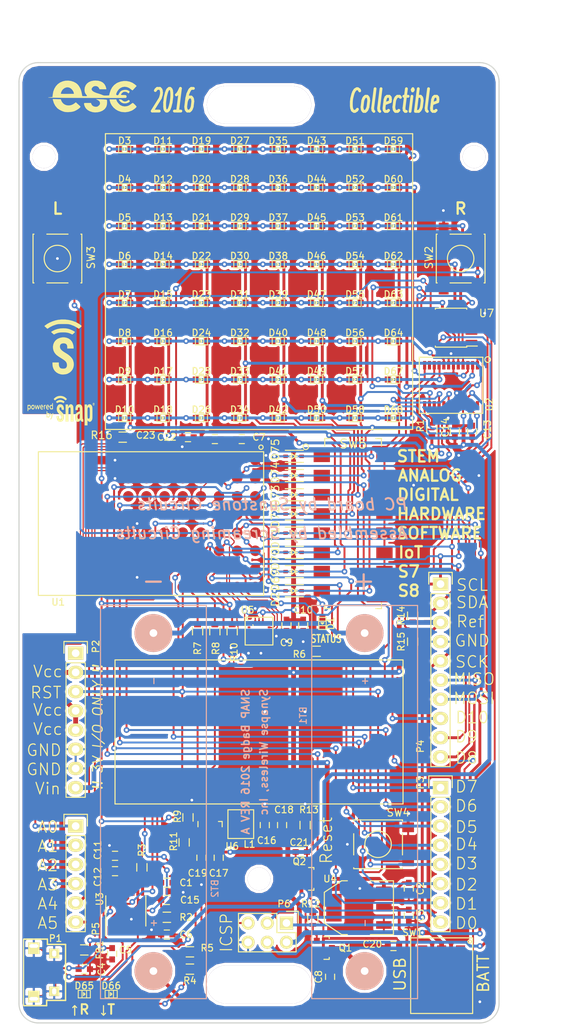
<source format=kicad_pcb>
(kicad_pcb (version 4) (host pcbnew 4.0.1-stable)
  (title_block (title "SNAP Badge 2016") (date 2015-12-16) (rev A) (company "Synapse Wireless"))
  (layers (0 F.Cu signal) (31 B.Cu signal) (34 B.Paste user) (35 F.Paste user) (36 B.SilkS user hide) (37 F.SilkS user) (38 B.Mask user) (39 F.Mask user) (44 Edge.Cuts user))
  (net 0 "")
  (net 1 VCC)
  (net 2 "Net-(R1-Pad2)")
  (net 3 GND)
  (net 4 "Net-(U1-PadB5)")
  (net 5 "Net-(U1-PadC6)")
  (net 6 "Net-(U1-PadC7)")
  (net 7 "Net-(U1-PadC8)")
  (net 8 "Net-(U1-PadD4)")
  (net 9 "Net-(U1-PadD5)")
  (net 10 "Net-(U1-PadD6)")
  (net 11 "Net-(U1-PadD7)")
  (net 12 "Net-(U1-PadE4)")
  (net 13 "Net-(U1-PadE5)")
  (net 14 "Net-(U1-PadE6)")
  (net 15 "Net-(U1-PadE7)")
  (net 16 "Net-(U1-PadE8)")
  (net 17 "Net-(U1-PadF5)")
  (net 18 "Net-(U1-PadF6)")
  (net 19 "Net-(U1-PadF7)")
  (net 20 "Net-(U1-PadG6)")
  (net 21 "Net-(U1-PadG7)")
  (net 22 "Net-(U1-PadH6)")
  (net 23 "Net-(U1-PadH7)")
  (net 24 "Net-(C1-Pad1)")
  (net 25 /VREG_IN)
  (net 26 "Net-(C3-Pad1)")
  (net 27 "Net-(C4-Pad1)")
  (net 28 "Net-(C5-Pad1)")
  (net 29 "Net-(C6-Pad1)")
  (net 30 /LED_matrix/SEGA)
  (net 31 /LED_matrix/DIG0)
  (net 32 /LED_matrix/DIG1)
  (net 33 /LED_matrix/DIG2)
  (net 34 /LED_matrix/DIG3)
  (net 35 /LED_matrix/DIG4)
  (net 36 /LED_matrix/DIG5)
  (net 37 /LED_matrix/DIG6)
  (net 38 /LED_matrix/DIG7)
  (net 39 /LED_matrix/SEGB)
  (net 40 /LED_matrix/SEGC)
  (net 41 /LED_matrix/SEGD)
  (net 42 /LED_matrix/SEGE)
  (net 43 /LED_matrix/SEGF)
  (net 44 /LED_matrix/SEGG)
  (net 45 /LED_matrix/SEGDP)
  (net 46 /TXLED)
  (net 47 "Net-(D65-Pad2)")
  (net 48 /RXLED)
  (net 49 "Net-(D66-Pad2)")
  (net 50 "Net-(BT1-Pad2)")
  (net 51 "Net-(BT2-Pad1)")
  (net 52 "Net-(R2-Pad1)")
  (net 53 "Net-(R3-Pad1)")
  (net 54 /*IS_USB)
  (net 55 /USB_TXD)
  (net 56 /USB_RXD)
  (net 57 "Net-(U3-Pad2)")
  (net 58 "Net-(U3-Pad6)")
  (net 59 "Net-(U3-Pad15)")
  (net 60 "Net-(U3-Pad16)")
  (net 61 "Net-(BT1-Pad1)")
  (net 62 /LED_matrix/LED_3V)
  (net 63 "Net-(D1-Pad2)")
  (net 64 /STATUS_LED)
  (net 65 "Net-(D2-Pad1)")
  (net 66 "Net-(D69-Pad1)")
  (net 67 "Net-(D70-Pad1)")
  (net 68 "Net-(D71-Pad1)")
  (net 69 "Net-(D72-Pad1)")
  (net 70 "Net-(D73-Pad1)")
  (net 71 "Net-(D74-Pad1)")
  (net 72 "Net-(D75-Pad1)")
  (net 73 "Net-(L1-Pad1)")
  (net 74 "Net-(P2-Pad1)")
  (net 75 /*RESET)
  (net 76 /PD4)
  (net 77 /PB7)
  (net 78 /PB6)
  (net 79 /PE7)
  (net 80 /PB5)
  (net 81 /PE4)
  (net 82 /PE1)
  (net 83 /PE0)
  (net 84 I2C_SCL)
  (net 85 I2C_SDA)
  (net 86 /SCLK)
  (net 87 /MISO)
  (net 88 /MOSI)
  (net 89 /PE5)
  (net 90 /PE3)
  (net 91 /BTN_LFT)
  (net 92 /PF0)
  (net 93 /PF1)
  (net 94 /PF4)
  (net 95 /PF5)
  (net 96 /PF6)
  (net 97 /PF7)
  (net 98 "Net-(R7-Pad1)")
  (net 99 "Net-(R8-Pad1)")
  (net 100 "Net-(R11-Pad2)")
  (net 101 LED_PWR_EN)
  (net 102 "Net-(SW1-Pad4)")
  (net 103 /BTN_RT)
  (net 104 "Net-(U1-PadB1)")
  (net 105 /ACC_INT1)
  (net 106 /ACC_INT2)
  (net 107 "Net-(U2-Pad24)")
  (net 108 "Net-(U2-Pad11)")
  (net 109 /VIN_USB)
  (net 110 "Net-(C21-Pad2)")
  (net 111 "Net-(Q1-Pad1)")
  (net 112 /LED_matrix/LED_SDA)
  (net 113 /LED_matrix/LED_SCL)
  (net 114 "Net-(SW5-Pad10)")
  (net 115 "Net-(R16-Pad1)")
  (module Mounting_Holes:MountingHole_3mm (layer F.Cu) (at 203.708 34.036)
    (fp_text reference "" (at 0 -4.0005) (layer F.SilkS) (effects (font (size 0.889 0.889) (thickness 0.1524))))
    (fp_text value MountingHole_3mm)
    (pad 1 thru_hole circle (at 0 0) (size 3 3) (drill 3) (layers))
  )
  (module Mounting_Holes:MountingHole_3mm (layer F.Cu) (at 146.812 34.036)
    (fp_text reference "" (at 0 -4.0005) (layer F.SilkS) (effects (font (size 0.889 0.889) (thickness 0.1524))))
    (fp_text value MountingHole_3mm)
    (pad 1 thru_hole circle (at 0 0) (size 3 3) (drill 3) (layers))
  )
  (module Capacitors_SMD:C_0603 (layer F.Cu) (at 163.068 130.048)
    (fp_text reference C1 (at 2.54 0) (layer F.SilkS) (effects (font (size 0.889 0.889) (thickness 0.1524))))
    (fp_text value 0.1uF)
    (pad 1 smd rect (at -0.75 0) (size 0.8 0.75) (layers F.Cu F.Paste F.Mask) (net 24 "Net-(C1-Pad1)"))
    (pad 2 smd rect (at 0.75 0) (size 0.8 0.75) (layers F.Cu F.Paste F.Mask) (net 3 GND))
  )
  (module Capacitors_SMD:C_0603 (layer F.Cu) (at 195.072 130.81 270)
    (fp_text reference C2 (at 0 -1.524 270) (layer F.SilkS) (effects (font (size 0.889 0.889) (thickness 0.1524))))
    (fp_text value 0.1uF)
    (pad 1 smd rect (at -0.75 0 270) (size 0.8 0.75) (layers F.Cu F.Paste F.Mask) (net 25 /VREG_IN))
    (pad 2 smd rect (at 0.75 0 270) (size 0.8 0.75) (layers F.Cu F.Paste F.Mask) (net 3 GND))
  )
  (module Capacitors_SMD:C_0603 (layer F.Cu) (at 195.072 134.366 270)
    (fp_text reference C3 (at 0 -1.524 270) (layer F.SilkS) (effects (font (size 0.889 0.889) (thickness 0.1524))))
    (fp_text value 10uF)
    (pad 1 smd rect (at -0.75 0 270) (size 0.8 0.75) (layers F.Cu F.Paste F.Mask) (net 26 "Net-(C3-Pad1)"))
    (pad 2 smd rect (at 0.75 0 270) (size 0.8 0.75) (layers F.Cu F.Paste F.Mask) (net 3 GND))
  )
  (module Capacitors_SMD:C_0603 (layer F.Cu) (at 152.146 141.478)
    (fp_text reference C4 (at 2.286 0 90) (layer F.SilkS) (effects (font (size 0.889 0.889) (thickness 0.1524))))
    (fp_text value 10nF)
    (pad 1 smd rect (at -0.75 0) (size 0.8 0.75) (layers F.Cu F.Paste F.Mask) (net 27 "Net-(C4-Pad1)"))
    (pad 2 smd rect (at 0.75 0) (size 0.8 0.75) (layers F.Cu F.Paste F.Mask) (net 3 GND))
  )
  (module Capacitors_SMD:C_0603 (layer F.Cu) (at 155.829 139.446 270)
    (fp_text reference C5 (at -0.508 -1.778 360) (layer F.SilkS) (effects (font (size 0.889 0.889) (thickness 0.1524))))
    (fp_text value 47pF)
    (pad 1 smd rect (at -0.75 0 270) (size 0.8 0.75) (layers F.Cu F.Paste F.Mask) (net 28 "Net-(C5-Pad1)"))
    (pad 2 smd rect (at 0.75 0 270) (size 0.8 0.75) (layers F.Cu F.Paste F.Mask) (net 3 GND))
  )
  (module Capacitors_SMD:C_0603 (layer F.Cu) (at 163.068 136.906 180)
    (fp_text reference C6 (at -2.54 0 360) (layer F.SilkS) (effects (font (size 0.889 0.889) (thickness 0.1524))))
    (fp_text value 47pF)
    (pad 1 smd rect (at -0.75 0 180) (size 0.8 0.75) (layers F.Cu F.Paste F.Mask) (net 29 "Net-(C6-Pad1)"))
    (pad 2 smd rect (at 0.75 0 180) (size 0.8 0.75) (layers F.Cu F.Paste F.Mask) (net 3 GND))
  )
  (module Resistors_SMD:R_0603 (layer F.Cu) (at 152.146 138.938)
    (fp_text reference FB1 (at 2.032 0 90) (layer F.SilkS) (effects (font (size 0.889 0.889) (thickness 0.1524))))
    (fp_text value "600 OHM 500MA")
    (pad 1 smd rect (at -0.75 0) (size 0.5 0.9) (layers F.Cu F.Paste F.Mask) (net 27 "Net-(C4-Pad1)"))
    (pad 2 smd rect (at 0.75 0) (size 0.5 0.9) (layers F.Cu F.Paste F.Mask) (net 109 /VIN_USB))
  )
  (module TO_SOT_Packages_SMD:SOT-23 (layer F.Cu) (at 183.896 138.684 270)
    (fp_text reference Q1 (at 0 -2.794 360) (layer F.SilkS) (effects (font (size 0.889 0.889) (thickness 0.1524))))
    (fp_text value ZXMN2F30FHCT-ND)
    (pad 1 smd rect (at -0.95 1.00076 270) (size 0.8001 0.8001) (layers F.Cu F.Paste F.Mask) (net 111 "Net-(Q1-Pad1)"))
    (pad 2 smd rect (at 0.95 1.00076 270) (size 0.8001 0.8001) (layers F.Cu F.Paste F.Mask) (net 3 GND))
    (pad 3 smd rect (at 0 -0.99822 270) (size 0.8001 0.8001) (layers F.Cu F.Paste F.Mask) (net 50 "Net-(BT1-Pad2)"))
  )
  (module Resistors_SMD:R_0603 (layer F.Cu) (at 163.068 134.62)
    (fp_text reference R2 (at 2.54 0 180) (layer F.SilkS) (effects (font (size 0.889 0.889) (thickness 0.1524))))
    (fp_text value 27)
    (pad 1 smd rect (at -0.75 0) (size 0.5 0.9) (layers F.Cu F.Paste F.Mask) (net 52 "Net-(R2-Pad1)"))
    (pad 2 smd rect (at 0.75 0) (size 0.5 0.9) (layers F.Cu F.Paste F.Mask) (net 29 "Net-(C6-Pad1)"))
  )
  (module Resistors_SMD:R_0603 (layer F.Cu) (at 159.766 128.016 90)
    (fp_text reference R3 (at 2.286 0 90) (layer F.SilkS) (effects (font (size 0.889 0.889) (thickness 0.1524))))
    (fp_text value 27)
    (pad 1 smd rect (at -0.75 0 90) (size 0.5 0.9) (layers F.Cu F.Paste F.Mask) (net 53 "Net-(R3-Pad1)"))
    (pad 2 smd rect (at 0.75 0 90) (size 0.5 0.9) (layers F.Cu F.Paste F.Mask) (net 28 "Net-(C5-Pad1)"))
  )
  (module Resistors_SMD:R_0603 (layer F.Cu) (at 166.116 141.478 180)
    (fp_text reference R4 (at 0 -1.524 360) (layer F.SilkS) (effects (font (size 0.889 0.889) (thickness 0.1524))))
    (fp_text value 270)
    (pad 1 smd rect (at -0.75 0 180) (size 0.5 0.9) (layers F.Cu F.Paste F.Mask) (net 24 "Net-(C1-Pad1)"))
    (pad 2 smd rect (at 0.75 0 180) (size 0.5 0.9) (layers F.Cu F.Paste F.Mask) (net 47 "Net-(D65-Pad2)"))
  )
  (module Resistors_SMD:R_0603 (layer F.Cu) (at 166.116 139.192 180)
    (fp_text reference R5 (at -2.286 0.508 180) (layer F.SilkS) (effects (font (size 0.889 0.889) (thickness 0.1524))))
    (fp_text value 270)
    (pad 1 smd rect (at -0.75 0 180) (size 0.5 0.9) (layers F.Cu F.Paste F.Mask) (net 24 "Net-(C1-Pad1)"))
    (pad 2 smd rect (at 0.75 0 180) (size 0.5 0.9) (layers F.Cu F.Paste F.Mask) (net 49 "Net-(D66-Pad2)"))
  )
  (module Housings_SSOP:SSOP-16_3.9x4.9mm_Pitch0.635mm (layer F.Cu) (at 157.63748 133.77672 90)
    (fp_text reference U3 (at 1.56972 -3.45948 270) (layer F.SilkS) (effects (font (size 0.889 0.889) (thickness 0.1524))))
    (fp_text value FT230XS)
    (pad 1 smd rect (at -2.6 -2.2225 90) (size 1.2 0.4) (layers F.Cu F.Paste F.Mask) (net 98 "Net-(R7-Pad1)"))
    (pad 2 smd rect (at -2.6 -1.5875 90) (size 1.2 0.4) (layers F.Cu F.Paste F.Mask) (net 57 "Net-(U3-Pad2)"))
    (pad 3 smd rect (at -2.6 -0.9525 90) (size 1.2 0.4) (layers F.Cu F.Paste F.Mask) (net 24 "Net-(C1-Pad1)"))
    (pad 4 smd rect (at -2.6 -0.3175 90) (size 1.2 0.4) (layers F.Cu F.Paste F.Mask) (net 99 "Net-(R8-Pad1)"))
    (pad 5 smd rect (at -2.6 0.3175 90) (size 1.2 0.4) (layers F.Cu F.Paste F.Mask) (net 3 GND))
    (pad 6 smd rect (at -2.6 0.9525 90) (size 1.2 0.4) (layers F.Cu F.Paste F.Mask) (net 58 "Net-(U3-Pad6)"))
    (pad 7 smd rect (at -2.6 1.5875 90) (size 1.2 0.4) (layers F.Cu F.Paste F.Mask) (net 48 /RXLED))
    (pad 8 smd rect (at -2.6 2.2225 90) (size 1.2 0.4) (layers F.Cu F.Paste F.Mask) (net 52 "Net-(R2-Pad1)"))
    (pad 9 smd rect (at 2.6 2.2225 90) (size 1.2 0.4) (layers F.Cu F.Paste F.Mask) (net 53 "Net-(R3-Pad1)"))
    (pad 10 smd rect (at 2.6 1.5875 90) (size 1.2 0.4) (layers F.Cu F.Paste F.Mask) (net 24 "Net-(C1-Pad1)"))
    (pad 11 smd rect (at 2.6 0.9525 90) (size 1.2 0.4) (layers F.Cu F.Paste F.Mask) (net 24 "Net-(C1-Pad1)"))
    (pad 12 smd rect (at 2.6 0.3175 90) (size 1.2 0.4) (layers F.Cu F.Paste F.Mask) (net 109 /VIN_USB))
    (pad 13 smd rect (at 2.6 -0.3175 90) (size 1.2 0.4) (layers F.Cu F.Paste F.Mask) (net 3 GND))
    (pad 14 smd rect (at 2.6 -0.9525 90) (size 1.2 0.4) (layers F.Cu F.Paste F.Mask) (net 46 /TXLED))
    (pad 15 smd rect (at 2.6 -1.5875 90) (size 1.2 0.4) (layers F.Cu F.Paste F.Mask) (net 59 "Net-(U3-Pad15)"))
    (pad 16 smd rect (at 2.6 -2.2225 90) (size 1.2 0.4) (layers F.Cu F.Paste F.Mask) (net 60 "Net-(U3-Pad16)"))
  )
  (module TO_SOT_Packages_SMD:SOT-223 (layer F.Cu) (at 188.468 133.35 90)
    (fp_text reference U4 (at 3.81 -3.81 180) (layer F.SilkS) (effects (font (size 0.889 0.889) (thickness 0.1524))))
    (fp_text value LD1117S33CTR)
    (pad 4 smd rect (at 0 -3.302 90) (size 3.6576 2.032) (layers F.Cu F.Paste F.Mask))
    (pad 2 smd rect (at 0 3.302 90) (size 1.016 2.032) (layers F.Cu F.Paste F.Mask) (net 26 "Net-(C3-Pad1)"))
    (pad 3 smd rect (at 2.286 3.302 90) (size 1.016 2.032) (layers F.Cu F.Paste F.Mask) (net 25 /VREG_IN))
    (pad 1 smd rect (at -2.286 3.302 90) (size 1.016 2.032) (layers F.Cu F.Paste F.Mask) (net 3 GND))
  )
  (module Capacitors_SMD:C_0603 (layer F.Cu) (at 172.974 71.374)
    (fp_text reference C7 (at 2.286 -0.254) (layer F.SilkS) (effects (font (size 0.889 0.889) (thickness 0.1524))))
    (fp_text value 22uF)
    (pad 1 smd rect (at -0.75 0) (size 0.8 0.75) (layers F.Cu F.Paste F.Mask) (net 1 VCC))
    (pad 2 smd rect (at 0.75 0) (size 0.8 0.75) (layers F.Cu F.Paste F.Mask) (net 3 GND))
  )
  (module Capacitors_SMD:C_0603 (layer F.Cu) (at 184.658 142.494 270)
    (fp_text reference C8 (at 0 1.524 270) (layer F.SilkS) (effects (font (size 0.889 0.889) (thickness 0.1524))))
    (fp_text value 22uF)
    (pad 1 smd rect (at -0.75 0 270) (size 0.8 0.75) (layers F.Cu F.Paste F.Mask) (net 51 "Net-(BT2-Pad1)"))
    (pad 2 smd rect (at 0.75 0 270) (size 0.8 0.75) (layers F.Cu F.Paste F.Mask) (net 3 GND))
  )
  (module Capacitors_SMD:C_0603 (layer F.Cu) (at 178.8922 96.012 270)
    (fp_text reference C9 (at 2.286 0 360) (layer F.SilkS) (effects (font (size 0.889 0.889) (thickness 0.1524))))
    (fp_text value 4.7uF)
    (pad 1 smd rect (at -0.75 0 270) (size 0.8 0.75) (layers F.Cu F.Paste F.Mask) (net 1 VCC))
    (pad 2 smd rect (at 0.75 0 270) (size 0.8 0.75) (layers F.Cu F.Paste F.Mask) (net 3 GND))
  )
  (module Capacitors_SMD:C_0603 (layer F.Cu) (at 181.102 96.012 270)
    (fp_text reference C10 (at -2.032 0 360) (layer F.SilkS) (effects (font (size 0.889 0.889) (thickness 0.1524))))
    (fp_text value 0.1uF)
    (pad 1 smd rect (at -0.75 0 270) (size 0.8 0.75) (layers F.Cu F.Paste F.Mask) (net 1 VCC))
    (pad 2 smd rect (at 0.75 0 270) (size 0.8 0.75) (layers F.Cu F.Paste F.Mask) (net 3 GND))
  )
  (module Capacitors_SMD:C_0603 (layer F.Cu) (at 156.21 126.492 180)
    (fp_text reference C11 (at 2.286 0.762 270) (layer F.SilkS) (effects (font (size 0.889 0.889) (thickness 0.1524))))
    (fp_text value 4.7uF)
    (pad 1 smd rect (at -0.75 0 180) (size 0.8 0.75) (layers F.Cu F.Paste F.Mask) (net 109 /VIN_USB))
    (pad 2 smd rect (at 0.75 0 180) (size 0.8 0.75) (layers F.Cu F.Paste F.Mask) (net 3 GND))
  )
  (module Capacitors_SMD:C_0603 (layer F.Cu) (at 156.21 128.524 180)
    (fp_text reference C12 (at 2.286 -0.762 270) (layer F.SilkS) (effects (font (size 0.889 0.889) (thickness 0.1524))))
    (fp_text value 0.1uF)
    (pad 1 smd rect (at -0.75 0 180) (size 0.8 0.75) (layers F.Cu F.Paste F.Mask) (net 109 /VIN_USB))
    (pad 2 smd rect (at 0.75 0 180) (size 0.8 0.75) (layers F.Cu F.Paste F.Mask) (net 3 GND))
  )
  (module Capacitors_SMD:C_0603 (layer F.Cu) (at 203.454 70.358 270)
    (fp_text reference C13 (at -0.254 -2.032 450) (layer F.SilkS) (effects (font (size 0.889 0.889) (thickness 0.1524))))
    (fp_text value 4.7uF)
    (pad 1 smd rect (at -0.75 0 270) (size 0.8 0.75) (layers F.Cu F.Paste F.Mask) (net 62 /LED_matrix/LED_3V))
    (pad 2 smd rect (at 0.75 0 270) (size 0.8 0.75) (layers F.Cu F.Paste F.Mask) (net 3 GND))
  )
  (module Capacitors_SMD:C_0603 (layer F.Cu) (at 201.168 70.358 270)
    (fp_text reference C14 (at -0.508 1.27 450) (layer F.SilkS) (effects (font (size 0.889 0.889) (thickness 0.1524))))
    (fp_text value 0.1uF)
    (pad 1 smd rect (at -0.75 0 270) (size 0.8 0.75) (layers F.Cu F.Paste F.Mask) (net 62 /LED_matrix/LED_3V))
    (pad 2 smd rect (at 0.75 0 270) (size 0.8 0.75) (layers F.Cu F.Paste F.Mask) (net 3 GND))
  )
  (module Capacitors_SMD:C_0603 (layer F.Cu) (at 163.068 132.334)
    (fp_text reference C15 (at 3.048 0) (layer F.SilkS) (effects (font (size 0.889 0.889) (thickness 0.1524))))
    (fp_text value 4.7uF)
    (pad 1 smd rect (at -0.75 0) (size 0.8 0.75) (layers F.Cu F.Paste F.Mask) (net 24 "Net-(C1-Pad1)"))
    (pad 2 smd rect (at 0.75 0) (size 0.8 0.75) (layers F.Cu F.Paste F.Mask) (net 3 GND))
  )
  (module Capacitors_SMD:C_0603 (layer F.Cu) (at 176.022 122.428 90)
    (fp_text reference C16 (at -2.032 0.254 360) (layer F.SilkS) (effects (font (size 0.889 0.889) (thickness 0.1524))))
    (fp_text value 10uF)
    (pad 1 smd rect (at -0.75 0 90) (size 0.8 0.75) (layers F.Cu F.Paste F.Mask) (net 1 VCC))
    (pad 2 smd rect (at 0.75 0 90) (size 0.8 0.75) (layers F.Cu F.Paste F.Mask) (net 3 GND))
  )
  (module Capacitors_SMD:C_0603 (layer F.Cu) (at 169.926 126.746 270)
    (fp_text reference C17 (at 2.032 0 360) (layer F.SilkS) (effects (font (size 0.889 0.889) (thickness 0.1524))))
    (fp_text value 4.7uF)
    (pad 1 smd rect (at -0.75 0 270) (size 0.8 0.75) (layers F.Cu F.Paste F.Mask) (net 62 /LED_matrix/LED_3V))
    (pad 2 smd rect (at 0.75 0 270) (size 0.8 0.75) (layers F.Cu F.Paste F.Mask) (net 3 GND))
  )
  (module Capacitors_SMD:C_0603 (layer F.Cu) (at 178.308 122.428 90)
    (fp_text reference C18 (at 2.032 0.254 360) (layer F.SilkS) (effects (font (size 0.889 0.889) (thickness 0.1524))))
    (fp_text value 0.1uF)
    (pad 1 smd rect (at -0.75 0 90) (size 0.8 0.75) (layers F.Cu F.Paste F.Mask) (net 1 VCC))
    (pad 2 smd rect (at 0.75 0 90) (size 0.8 0.75) (layers F.Cu F.Paste F.Mask) (net 3 GND))
  )
  (module Capacitors_SMD:C_0603 (layer F.Cu) (at 167.64 126.746 270)
    (fp_text reference C19 (at 2.032 0.508 360) (layer F.SilkS) (effects (font (size 0.889 0.889) (thickness 0.1524))))
    (fp_text value 4.7uF)
    (pad 1 smd rect (at -0.75 0 270) (size 0.8 0.75) (layers F.Cu F.Paste F.Mask) (net 62 /LED_matrix/LED_3V))
    (pad 2 smd rect (at 0.75 0 270) (size 0.8 0.75) (layers F.Cu F.Paste F.Mask) (net 3 GND))
  )
  (module Resistors_SMD:R_0603 (layer F.Cu) (at 182.88 99.441)
    (fp_text reference R6 (at -2.286 0.381 180) (layer F.SilkS) (effects (font (size 0.889 0.889) (thickness 0.1524))))
    (fp_text value 270)
    (pad 1 smd rect (at -0.75 0) (size 0.5 0.9) (layers F.Cu F.Paste F.Mask) (net 1 VCC))
    (pad 2 smd rect (at 0.75 0) (size 0.5 0.9) (layers F.Cu F.Paste F.Mask) (net 63 "Net-(D1-Pad2)"))
  )
  (module Resistors_SMD:R_0603 (layer F.Cu) (at 167.132 96.774 90)
    (fp_text reference R7 (at -2.286 0 90) (layer F.SilkS) (effects (font (size 0.889 0.889) (thickness 0.1524))))
    (fp_text value 1k)
    (pad 1 smd rect (at -0.75 0 90) (size 0.5 0.9) (layers F.Cu F.Paste F.Mask) (net 98 "Net-(R7-Pad1)"))
    (pad 2 smd rect (at 0.75 0 90) (size 0.5 0.9) (layers F.Cu F.Paste F.Mask) (net 55 /USB_TXD))
  )
  (module Resistors_SMD:R_0603 (layer F.Cu) (at 169.418 96.774 90)
    (fp_text reference R8 (at -2.286 0.127 270) (layer F.SilkS) (effects (font (size 0.889 0.889) (thickness 0.1524))))
    (fp_text value 1k)
    (pad 1 smd rect (at -0.75 0 90) (size 0.5 0.9) (layers F.Cu F.Paste F.Mask) (net 99 "Net-(R8-Pad1)"))
    (pad 2 smd rect (at 0.75 0 90) (size 0.5 0.9) (layers F.Cu F.Paste F.Mask) (net 56 /USB_RXD))
  )
  (module Resistors_SMD:R_0603 (layer F.Cu) (at 165.862 121.412 270)
    (fp_text reference R9 (at -0.127 1.397 450) (layer F.SilkS) (effects (font (size 0.889 0.889) (thickness 0.1524))))
    (fp_text value 200k)
    (pad 1 smd rect (at -0.75 0 270) (size 0.5 0.9) (layers F.Cu F.Paste F.Mask) (net 3 GND))
    (pad 2 smd rect (at 0.75 0 270) (size 0.5 0.9) (layers F.Cu F.Paste F.Mask) (net 100 "Net-(R11-Pad2)"))
  )
  (module Resistors_SMD:R_0603 (layer F.Cu) (at 171.704 96.774 90)
    (fp_text reference R10 (at -2.794 0.254 270) (layer F.SilkS) (effects (font (size 0.889 0.889) (thickness 0.1524))))
    (fp_text value 100k)
    (pad 1 smd rect (at -0.75 0 90) (size 0.5 0.9) (layers F.Cu F.Paste F.Mask) (net 3 GND))
    (pad 2 smd rect (at 0.75 0 90) (size 0.5 0.9) (layers F.Cu F.Paste F.Mask) (net 101 LED_PWR_EN))
  )
  (module Resistors_SMD:R_0603 (layer F.Cu) (at 165.354 124.714 90)
    (fp_text reference R11 (at 0.127 -1.397 270) (layer F.SilkS) (effects (font (size 0.889 0.889) (thickness 0.1524))))
    (fp_text value 1M)
    (pad 1 smd rect (at -0.75 0 90) (size 0.5 0.9) (layers F.Cu F.Paste F.Mask) (net 62 /LED_matrix/LED_3V))
    (pad 2 smd rect (at 0.75 0 90) (size 0.5 0.9) (layers F.Cu F.Paste F.Mask) (net 100 "Net-(R11-Pad2)"))
  )
  (module TO_SOT_Packages_SMD:TSOT-6-MK06A (layer F.Cu) (at 168.783 122.301 180)
    (fp_text reference U6 (at -2.921 -2.921 360) (layer F.SilkS) (effects (font (size 0.889 0.889) (thickness 0.1524))))
    (fp_text value TPS61070)
    (pad 1 smd rect (at -0.94996 1.30048 180) (size 0.69088 1.00076) (layers F.Cu F.Paste F.Mask) (net 73 "Net-(L1-Pad1)"))
    (pad 2 smd rect (at 0 1.30048 180) (size 0.69088 1.00076) (layers F.Cu F.Paste F.Mask) (net 3 GND))
    (pad 3 smd rect (at 0.94996 1.30048 180) (size 0.69088 1.00076) (layers F.Cu F.Paste F.Mask) (net 101 LED_PWR_EN))
    (pad 4 smd rect (at 0.94996 -1.30048 180) (size 0.69088 1.00076) (layers F.Cu F.Paste F.Mask) (net 100 "Net-(R11-Pad2)"))
    (pad 5 smd rect (at 0 -1.30048 180) (size 0.69088 1.00076) (layers F.Cu F.Paste F.Mask) (net 62 /LED_matrix/LED_3V))
    (pad 6 smd rect (at -0.94996 -1.30048 180) (size 0.69088 1.00076) (layers F.Cu F.Paste F.Mask) (net 1 VCC))
  )
  (module Capacitors_SMD:C_0603 (layer F.Cu) (at 193.04 138.43 180)
    (fp_text reference C20 (at 2.794 0.254 180) (layer F.SilkS) (effects (font (size 0.889 0.889) (thickness 0.1524))))
    (fp_text value 0.1uF)
    (pad 1 smd rect (at -0.75 0 180) (size 0.8 0.75) (layers F.Cu F.Paste F.Mask) (net 51 "Net-(BT2-Pad1)"))
    (pad 2 smd rect (at 0.75 0 180) (size 0.8 0.75) (layers F.Cu F.Paste F.Mask) (net 3 GND))
  )
  (module Capacitors_SMD:C_0603 (layer F.Cu) (at 180.848 125.984)
    (fp_text reference C21 (at -0.254 -1.27 180) (layer F.SilkS) (effects (font (size 0.889 0.889) (thickness 0.1524))))
    (fp_text value 0.1uF)
    (pad 1 smd rect (at -0.75 0) (size 0.8 0.75) (layers F.Cu F.Paste F.Mask) (net 109 /VIN_USB))
    (pad 2 smd rect (at 0.75 0) (size 0.8 0.75) (layers F.Cu F.Paste F.Mask) (net 110 "Net-(C21-Pad2)"))
  )
  (module Capacitors_SMD:C_0603 (layer F.Cu) (at 169.418 71.374 180)
    (fp_text reference C22 (at 6.35 0.254 360) (layer F.SilkS) (effects (font (size 0.889 0.889) (thickness 0.1524))))
    (fp_text value 22uF)
    (pad 1 smd rect (at -0.75 0 180) (size 0.8 0.75) (layers F.Cu F.Paste F.Mask) (net 1 VCC))
    (pad 2 smd rect (at 0.75 0 180) (size 0.8 0.75) (layers F.Cu F.Paste F.Mask) (net 3 GND))
  )
  (module Capacitors_SMD:C_0603 (layer F.Cu) (at 165.862 71.12 180)
    (fp_text reference C23 (at 5.588 0.254 180) (layer F.SilkS) (effects (font (size 0.889 0.889) (thickness 0.1524))))
    (fp_text value 22uF)
    (pad 1 smd rect (at -0.75 0 180) (size 0.8 0.75) (layers F.Cu F.Paste F.Mask) (net 1 VCC))
    (pad 2 smd rect (at 0.75 0 180) (size 0.8 0.75) (layers F.Cu F.Paste F.Mask) (net 3 GND))
  )
  (module TO_SOT_Packages_SMD:SOT-23 (layer F.Cu) (at 181.864 129.54 270)
    (fp_text reference Q2 (at -2.286 1.27 360) (layer F.SilkS) (effects (font (size 0.889 0.889) (thickness 0.1524))))
    (fp_text value Si2305DS)
    (pad 1 smd rect (at -0.95 1.00076 270) (size 0.8001 0.8001) (layers F.Cu F.Paste F.Mask) (net 110 "Net-(C21-Pad2)"))
    (pad 2 smd rect (at 0.95 1.00076 270) (size 0.8001 0.8001) (layers F.Cu F.Paste F.Mask) (net 109 /VIN_USB))
    (pad 3 smd rect (at 0 -0.99822 270) (size 0.8001 0.8001) (layers F.Cu F.Paste F.Mask) (net 25 /VREG_IN))
  )
  (module Resistors_SMD:R_0603 (layer F.Cu) (at 182.372 134.874 270)
    (fp_text reference R12 (at -2.032 0.254 540) (layer F.SilkS) (effects (font (size 0.889 0.889) (thickness 0.1524))))
    (fp_text value 100k)
    (pad 1 smd rect (at -0.75 0 270) (size 0.5 0.9) (layers F.Cu F.Paste F.Mask) (net 51 "Net-(BT2-Pad1)"))
    (pad 2 smd rect (at 0.75 0 270) (size 0.5 0.9) (layers F.Cu F.Paste F.Mask) (net 111 "Net-(Q1-Pad1)"))
  )
  (module Resistors_SMD:R_0603 (layer F.Cu) (at 181.356 122.428 270)
    (fp_text reference R13 (at -2.032 -0.508 360) (layer F.SilkS) (effects (font (size 0.889 0.889) (thickness 0.1524))))
    (fp_text value 39k)
    (pad 1 smd rect (at -0.75 0 270) (size 0.5 0.9) (layers F.Cu F.Paste F.Mask) (net 3 GND))
    (pad 2 smd rect (at 0.75 0 270) (size 0.5 0.9) (layers F.Cu F.Paste F.Mask) (net 110 "Net-(C21-Pad2)"))
  )
  (module Resistors_SMD:R_0603 (layer F.Cu) (at 195.58 94.742 90)
    (fp_text reference R14 (at 0 -1.524 90) (layer F.SilkS) (effects (font (size 0.889 0.889) (thickness 0.1524))))
    (fp_text value 4.7k)
    (pad 1 smd rect (at -0.75 0 90) (size 0.5 0.9) (layers F.Cu F.Paste F.Mask) (net 1 VCC))
    (pad 2 smd rect (at 0.75 0 90) (size 0.5 0.9) (layers F.Cu F.Paste F.Mask) (net 85 I2C_SDA))
  )
  (module Resistors_SMD:R_0603 (layer F.Cu) (at 195.58 98.171 90)
    (fp_text reference R15 (at 0 -1.524 90) (layer F.SilkS) (effects (font (size 0.889 0.889) (thickness 0.1524))))
    (fp_text value 4.7k)
    (pad 1 smd rect (at -0.75 0 90) (size 0.5 0.9) (layers F.Cu F.Paste F.Mask) (net 1 VCC))
    (pad 2 smd rect (at 0.75 0 90) (size 0.5 0.9) (layers F.Cu F.Paste F.Mask) (net 84 I2C_SCL))
  )
  (module Resistors_SMD:R_0603 (layer F.Cu) (at 198.12 70.104 90)
    (fp_text reference R1 (at 0.508 -1.524 270) (layer F.SilkS) (effects (font (size 0.889 0.889) (thickness 0.1524))))
    (fp_text value 10k)
    (pad 1 smd rect (at -0.75 0 90) (size 0.5 0.9) (layers F.Cu F.Paste F.Mask) (net 62 /LED_matrix/LED_3V))
    (pad 2 smd rect (at 0.75 0 90) (size 0.5 0.9) (layers F.Cu F.Paste F.Mask) (net 2 "Net-(R1-Pad2)"))
  )
  (module Synapse:LanyardSlot (layer F.Cu) (at 175.26 27.178)
    (fp_text reference "" (at 0 -4) (layer F.SilkS) (effects (font (size 0.889 0.889) (thickness 0.1524))))
    (fp_text value LanyardSlot)
    (pad 1 thru_hole oval (at 0 0) (size 13.8 5) (drill oval 13.8 5) (layers))
  )
  (module Synapse:LanyardSlot (layer F.Cu) (at 175.26 143.51)
    (fp_text reference "" (at 0 -4) (layer F.SilkS) (effects (font (size 0.889 0.889) (thickness 0.1524))))
    (fp_text value LanyardSlot)
    (pad 1 thru_hole oval (at 0 0) (size 13.8 5) (drill oval 13.8 5) (layers))
  )
  (module Socket_Strips:Socket_Strip_Straight_1x08 (layer F.Cu) (at 151.003 99.695 270)
    (fp_text reference P2 (at -0.889 -2.667 270) (layer F.SilkS) (effects (font (size 0.889 0.889) (thickness 0.1524))))
    (fp_text value CONN_01X08)
    (pad 1 thru_hole rect (at 0 0 270) (size 1.7272 2.032) (drill 1.016) (layers *.Cu *.Mask F.SilkS) (net 74 "Net-(P2-Pad1)"))
    (pad 2 thru_hole oval (at 2.54 0 270) (size 1.7272 2.032) (drill 1.016) (layers *.Cu *.Mask F.SilkS) (net 1 VCC))
    (pad 3 thru_hole oval (at 5.08 0 270) (size 1.7272 2.032) (drill 1.016) (layers *.Cu *.Mask F.SilkS) (net 75 /*RESET))
    (pad 4 thru_hole oval (at 7.62 0 270) (size 1.7272 2.032) (drill 1.016) (layers *.Cu *.Mask F.SilkS) (net 1 VCC))
    (pad 5 thru_hole oval (at 10.16 0 270) (size 1.7272 2.032) (drill 1.016) (layers *.Cu *.Mask F.SilkS) (net 1 VCC))
    (pad 6 thru_hole oval (at 12.7 0 270) (size 1.7272 2.032) (drill 1.016) (layers *.Cu *.Mask F.SilkS) (net 3 GND))
    (pad 7 thru_hole oval (at 15.24 0 270) (size 1.7272 2.032) (drill 1.016) (layers *.Cu *.Mask F.SilkS) (net 3 GND))
    (pad 8 thru_hole oval (at 17.78 0 270) (size 1.7272 2.032) (drill 1.016) (layers *.Cu *.Mask F.SilkS) (net 25 /VREG_IN))
  )
  (module Socket_Strips:Socket_Strip_Straight_1x08 (layer F.Cu) (at 199.263 117.475 270)
    (fp_text reference P3 (at -0.635 2.667 270) (layer F.SilkS) (effects (font (size 0.889 0.889) (thickness 0.1524))))
    (fp_text value CONN_01X08)
    (pad 1 thru_hole rect (at 0 0 270) (size 1.7272 2.032) (drill 1.016) (layers *.Cu *.Mask F.SilkS) (net 76 /PD4))
    (pad 2 thru_hole oval (at 2.54 0 270) (size 1.7272 2.032) (drill 1.016) (layers *.Cu *.Mask F.SilkS) (net 77 /PB7))
    (pad 3 thru_hole oval (at 5.08 0 270) (size 1.7272 2.032) (drill 1.016) (layers *.Cu *.Mask F.SilkS) (net 78 /PB6))
    (pad 4 thru_hole oval (at 7.62 0 270) (size 1.7272 2.032) (drill 1.016) (layers *.Cu *.Mask F.SilkS) (net 79 /PE7))
    (pad 5 thru_hole oval (at 10.16 0 270) (size 1.7272 2.032) (drill 1.016) (layers *.Cu *.Mask F.SilkS) (net 80 /PB5))
    (pad 6 thru_hole oval (at 12.7 0 270) (size 1.7272 2.032) (drill 1.016) (layers *.Cu *.Mask F.SilkS) (net 81 /PE4))
    (pad 7 thru_hole oval (at 15.24 0 270) (size 1.7272 2.032) (drill 1.016) (layers *.Cu *.Mask F.SilkS) (net 82 /PE1))
    (pad 8 thru_hole oval (at 17.78 0 270) (size 1.7272 2.032) (drill 1.016) (layers *.Cu *.Mask F.SilkS) (net 83 /PE0))
  )
  (module Socket_Strips:Socket_Strip_Straight_1x10 (layer F.Cu) (at 199.263 90.551 270)
    (fp_text reference P4 (at 21.463 2.667 270) (layer F.SilkS) (effects (font (size 0.889 0.889) (thickness 0.1524))))
    (fp_text value CONN_01X10)
    (pad 1 thru_hole rect (at 0 0 270) (size 1.7272 2.032) (drill 1.016) (layers *.Cu *.Mask F.SilkS) (net 84 I2C_SCL))
    (pad 2 thru_hole oval (at 2.54 0 270) (size 1.7272 2.032) (drill 1.016) (layers *.Cu *.Mask F.SilkS) (net 85 I2C_SDA))
    (pad 3 thru_hole oval (at 5.08 0 270) (size 1.7272 2.032) (drill 1.016) (layers *.Cu *.Mask F.SilkS) (net 1 VCC))
    (pad 4 thru_hole oval (at 7.62 0 270) (size 1.7272 2.032) (drill 1.016) (layers *.Cu *.Mask F.SilkS) (net 3 GND))
    (pad 5 thru_hole oval (at 10.16 0 270) (size 1.7272 2.032) (drill 1.016) (layers *.Cu *.Mask F.SilkS) (net 86 /SCLK))
    (pad 6 thru_hole oval (at 12.7 0 270) (size 1.7272 2.032) (drill 1.016) (layers *.Cu *.Mask F.SilkS) (net 87 /MISO))
    (pad 7 thru_hole oval (at 15.24 0 270) (size 1.7272 2.032) (drill 1.016) (layers *.Cu *.Mask F.SilkS) (net 88 /MOSI))
    (pad 8 thru_hole oval (at 17.78 0 270) (size 1.7272 2.032) (drill 1.016) (layers *.Cu *.Mask F.SilkS) (net 89 /PE5))
    (pad 9 thru_hole oval (at 20.32 0 270) (size 1.7272 2.032) (drill 1.016) (layers *.Cu *.Mask F.SilkS) (net 90 /PE3))
    (pad 10 thru_hole oval (at 22.86 0 270) (size 1.7272 2.032) (drill 1.016) (layers *.Cu *.Mask F.SilkS) (net 91 /BTN_LFT))
  )
  (module Socket_Strips:Socket_Strip_Straight_1x06 (layer F.Cu) (at 151.003 122.555 270)
    (fp_text reference P5 (at 13.589 -2.667 270) (layer F.SilkS) (effects (font (size 0.889 0.889) (thickness 0.1524))))
    (fp_text value CONN_01X06)
    (pad 1 thru_hole rect (at 0 0 270) (size 1.7272 2.032) (drill 1.016) (layers *.Cu *.Mask F.SilkS) (net 92 /PF0))
    (pad 2 thru_hole oval (at 2.54 0 270) (size 1.7272 2.032) (drill 1.016) (layers *.Cu *.Mask F.SilkS) (net 93 /PF1))
    (pad 3 thru_hole oval (at 5.08 0 270) (size 1.7272 2.032) (drill 1.016) (layers *.Cu *.Mask F.SilkS) (net 94 /PF4))
    (pad 4 thru_hole oval (at 7.62 0 270) (size 1.7272 2.032) (drill 1.016) (layers *.Cu *.Mask F.SilkS) (net 95 /PF5))
    (pad 5 thru_hole oval (at 10.16 0 270) (size 1.7272 2.032) (drill 1.016) (layers *.Cu *.Mask F.SilkS) (net 96 /PF6))
    (pad 6 thru_hole oval (at 12.7 0 270) (size 1.7272 2.032) (drill 1.016) (layers *.Cu *.Mask F.SilkS) (net 97 /PF7))
  )
  (module Pin_Headers:Pin_Header_Straight_2x03 (layer F.Cu) (at 178.8922 135.382 270)
    (fp_text reference P6 (at -2.54 0.3302 360) (layer F.SilkS) (effects (font (size 0.889 0.889) (thickness 0.1524))))
    (fp_text value CONN_02X03)
    (pad 1 thru_hole rect (at 0 0 270) (size 1.7272 1.7272) (drill 1.016) (layers *.Cu *.Mask F.SilkS) (net 87 /MISO))
    (pad 2 thru_hole oval (at 2.54 0 270) (size 1.7272 1.7272) (drill 1.016) (layers *.Cu *.Mask F.SilkS) (net 1 VCC))
    (pad 3 thru_hole oval (at 0 2.54 270) (size 1.7272 1.7272) (drill 1.016) (layers *.Cu *.Mask F.SilkS) (net 86 /SCLK))
    (pad 4 thru_hole oval (at 2.54 2.54 270) (size 1.7272 1.7272) (drill 1.016) (layers *.Cu *.Mask F.SilkS) (net 88 /MOSI))
    (pad 5 thru_hole oval (at 0 5.08 270) (size 1.7272 1.7272) (drill 1.016) (layers *.Cu *.Mask F.SilkS) (net 75 /*RESET))
    (pad 6 thru_hole oval (at 2.54 5.08 270) (size 1.7272 1.7272) (drill 1.016) (layers *.Cu *.Mask F.SilkS) (net 3 GND))
  )
  (module Mounting_Holes:MountingHole_3mm (layer F.Cu) (at 175.26 129.54)
    (fp_text reference "" (at 0 -4.0005) (layer F.SilkS) (effects (font (size 0.889 0.889) (thickness 0.1524))))
    (fp_text value MountingHole_3mm)
    (pad 1 thru_hole circle (at 0 0) (size 3 3) (drill 3) (layers))
  )
  (module Resistors_SMD:R_0603 (layer F.Cu) (at 157.226 71.12 180)
    (fp_text reference R16 (at 2.794 0.254 180) (layer F.SilkS))
    (fp_text value 4.7k)
    (pad 1 smd rect (at -0.75 0 180) (size 0.5 0.9) (layers F.Cu F.Paste F.Mask) (net 115 "Net-(R16-Pad1)"))
    (pad 2 smd rect (at 0.75 0 180) (size 0.5 0.9) (layers F.Cu F.Paste F.Mask) (net 3 GND))
  )
  (module Synapse:ESC_logo (layer F.Cu) (at 153.0858 26.07564)
    (fp_text reference "" hide)
    (fp_text value "" hide)
  )
  (module Synapse:pb_snap (layer F.Cu) (at 149.098 67.564)
    (fp_text reference "" hide)
    (fp_text value "" hide)
  )
  (module Synapse:syn_logo1_8x8 (layer F.Cu) (at 149.352 59.182)
    (fp_text reference "" hide)
    (fp_text value "" hide)
  )
  (module Synapse:Fiducial_Mark (layer F.Cu) (at 191.516 145.542)
    (fp_text reference Fiducial_Mark hide)
    (fp_text value VAL** hide)
    (pad "" smd circle (at 0 0) (size 1.00076 1.00076) (layers F.Cu F.Mask) (clearance 0.65024))
  )
  (module Synapse:Fiducial_Mark (layer F.Cu) (at 151.892 31.75)
    (fp_text reference Fiducial_Mark hide)
    (fp_text value VAL** hide)
    (pad "" smd circle (at 0 0) (size 1.00076 1.00076) (layers F.Cu F.Mask) (clearance 0.65024))
  )
  (module Synapse:Fiducial_Mark (layer F.Cu) (at 198.628 31.75)
    (fp_text reference Fiducial_Mark hide)
    (fp_text value VAL** hide)
    (pad "" smd circle (at 0 0) (size 1.00076 1.00076) (layers F.Cu F.Mask) (clearance 0.65024))
  )
  (module Housings_SOIC:SOIC-8_3.9x4.9mm_Pitch1.27mm (layer F.Cu) (at 200.66 56.642 180)
    (fp_text reference U7 (at -4.699 1.905 180) (layer F.SilkS))
    (fp_text value NLSX4373)
    (pad 1 smd rect (at -2.7 -1.905 180) (size 1.55 0.6) (layers F.Cu F.Paste F.Mask) (net 1 VCC))
    (pad 2 smd rect (at -2.7 -0.635 180) (size 1.55 0.6) (layers F.Cu F.Paste F.Mask) (net 85 I2C_SDA))
    (pad 3 smd rect (at -2.7 0.635 180) (size 1.55 0.6) (layers F.Cu F.Paste F.Mask) (net 84 I2C_SCL))
    (pad 4 smd rect (at -2.7 1.905 180) (size 1.55 0.6) (layers F.Cu F.Paste F.Mask) (net 3 GND))
    (pad 5 smd rect (at 2.7 1.905 180) (size 1.55 0.6) (layers F.Cu F.Paste F.Mask) (net 101 LED_PWR_EN))
    (pad 6 smd rect (at 2.7 0.635 180) (size 1.55 0.6) (layers F.Cu F.Paste F.Mask) (net 113 /LED_matrix/LED_SCL))
    (pad 7 smd rect (at 2.7 -0.635 180) (size 1.55 0.6) (layers F.Cu F.Paste F.Mask) (net 112 /LED_matrix/LED_SDA))
    (pad 8 smd rect (at 2.7 -1.905 180) (size 1.55 0.6) (layers F.Cu F.Paste F.Mask) (net 62 /LED_matrix/LED_3V))
  )
  (module Synapse:SM220 (layer F.Cu) (at 166.37 82.55 180)
    (fp_text reference U1 (at 17.6784 -10.3886 180) (layer F.SilkS) (effects (font (size 0.889 0.889) (thickness 0.1524))))
    (fp_text value SM220 hide)
    (pad A1 smd circle (at -8.39978 8.39978 180) (size 1.39954 1.39954) (layers F.Cu F.Paste F.Mask) (net 3 GND))
    (pad A2 smd circle (at -5.99948 8.39978 180) (size 1.39954 1.39954) (layers F.Cu F.Paste F.Mask) (net 1 VCC))
    (pad A3 smd circle (at -3.59918 8.39978 180) (size 1.39954 1.39954) (layers F.Cu F.Paste F.Mask) (net 1 VCC))
    (pad A4 smd circle (at -1.19888 8.39978 180) (size 1.39954 1.39954) (layers F.Cu F.Paste F.Mask) (net 92 /PF0))
    (pad A5 smd circle (at 1.20142 8.39978 180) (size 1.39954 1.39954) (layers F.Cu F.Paste F.Mask) (net 115 "Net-(R16-Pad1)"))
    (pad A6 smd circle (at 3.59918 8.39978 180) (size 1.39954 1.39954) (layers F.Cu F.Paste F.Mask) (net 94 /PF4))
    (pad A7 smd circle (at 5.99948 8.39978 180) (size 1.39954 1.39954) (layers F.Cu F.Paste F.Mask) (net 96 /PF6))
    (pad A8 smd circle (at 8.39978 8.39978 180) (size 1.39954 1.39954) (layers F.Cu F.Paste F.Mask) (net 3 GND))
    (pad B1 smd circle (at -8.39978 5.99948 180) (size 1.39954 1.39954) (layers F.Cu F.Paste F.Mask) (net 104 "Net-(U1-PadB1)"))
    (pad B2 smd circle (at -5.99948 5.99948 180) (size 1.39954 1.39954) (layers F.Cu F.Paste F.Mask) (net 90 /PE3))
    (pad B3 smd circle (at -3.59918 5.99948 180) (size 1.39954 1.39954) (layers F.Cu F.Paste F.Mask) (net 89 /PE5))
    (pad B4 smd circle (at -1.19888 5.99948 180) (size 1.39954 1.39954) (layers F.Cu F.Paste F.Mask) (net 93 /PF1))
    (pad B5 smd circle (at 1.20142 5.99948 180) (size 1.39954 1.39954) (layers F.Cu F.Paste F.Mask) (net 4 "Net-(U1-PadB5)"))
    (pad B6 smd circle (at 3.59918 5.99948 180) (size 1.39954 1.39954) (layers F.Cu F.Paste F.Mask) (net 95 /PF5))
    (pad B7 smd circle (at 5.99948 5.99948 180) (size 1.39954 1.39954) (layers F.Cu F.Paste F.Mask) (net 97 /PF7))
    (pad B8 smd circle (at 8.39978 5.99948 180) (size 1.39954 1.39954) (layers F.Cu F.Paste F.Mask) (net 3 GND))
    (pad C1 smd circle (at -8.39978 3.59918 180) (size 1.39954 1.39954) (layers F.Cu F.Paste F.Mask) (net 83 /PE0))
    (pad C2 smd circle (at -5.99948 3.59918 180) (size 1.39954 1.39954) (layers F.Cu F.Paste F.Mask) (net 82 /PE1))
    (pad C3 smd circle (at -3.59918 3.59918 180) (size 1.39954 1.39954) (layers F.Cu F.Paste F.Mask) (net 81 /PE4))
    (pad C4 smd circle (at -1.19888 3.59918 180) (size 1.39954 1.39954) (layers F.Cu F.Paste F.Mask) (net 103 /BTN_RT))
    (pad C5 smd circle (at 1.20142 3.59918 180) (size 1.39954 1.39954) (layers F.Cu F.Paste F.Mask) (net 79 /PE7))
    (pad C6 smd circle (at 3.59918 3.59918 180) (size 1.39954 1.39954) (layers F.Cu F.Paste F.Mask) (net 5 "Net-(U1-PadC6)"))
    (pad C7 smd circle (at 5.99948 3.59918 180) (size 1.39954 1.39954) (layers F.Cu F.Paste F.Mask) (net 6 "Net-(U1-PadC7)"))
    (pad C8 smd circle (at 8.39978 3.59918 180) (size 1.39954 1.39954) (layers F.Cu F.Paste F.Mask) (net 7 "Net-(U1-PadC8)"))
    (pad D1 smd circle (at -8.39978 1.19888 180) (size 1.39954 1.39954) (layers F.Cu F.Paste F.Mask) (net 80 /PB5))
    (pad D2 smd circle (at -5.99948 1.19888 180) (size 1.39954 1.39954) (layers F.Cu F.Paste F.Mask) (net 78 /PB6))
    (pad D3 smd circle (at -3.59918 1.19888 180) (size 1.39954 1.39954) (layers F.Cu F.Paste F.Mask) (net 77 /PB7))
    (pad D4 smd circle (at -1.19888 1.19888 180) (size 1.39954 1.39954) (layers F.Cu F.Paste F.Mask) (net 8 "Net-(U1-PadD4)"))
    (pad D5 smd circle (at 1.20142 1.19888 180) (size 1.39954 1.39954) (layers F.Cu F.Paste F.Mask) (net 9 "Net-(U1-PadD5)"))
    (pad D6 smd circle (at 3.59918 1.19888 180) (size 1.39954 1.39954) (layers F.Cu F.Paste F.Mask) (net 10 "Net-(U1-PadD6)"))
    (pad D7 smd circle (at 5.99948 1.19888 180) (size 1.39954 1.39954) (layers F.Cu F.Paste F.Mask) (net 11 "Net-(U1-PadD7)"))
    (pad D8 smd circle (at 8.39978 1.19888 180) (size 1.39954 1.39954) (layers F.Cu F.Paste F.Mask) (net 3 GND))
    (pad E1 smd circle (at -8.39978 -1.20142 180) (size 1.39954 1.39954) (layers F.Cu F.Paste F.Mask) (net 88 /MOSI))
    (pad E2 smd circle (at -5.99948 -1.20142 180) (size 1.39954 1.39954) (layers F.Cu F.Paste F.Mask) (net 87 /MISO))
    (pad E3 smd circle (at -3.59918 -1.20142 180) (size 1.39954 1.39954) (layers F.Cu F.Paste F.Mask) (net 105 /ACC_INT1))
    (pad E4 smd circle (at -1.19888 -1.20142 180) (size 1.39954 1.39954) (layers F.Cu F.Paste F.Mask) (net 12 "Net-(U1-PadE4)"))
    (pad E5 smd circle (at 1.20142 -1.20142 180) (size 1.39954 1.39954) (layers F.Cu F.Paste F.Mask) (net 13 "Net-(U1-PadE5)"))
    (pad E6 smd circle (at 3.59918 -1.20142 180) (size 1.39954 1.39954) (layers F.Cu F.Paste F.Mask) (net 14 "Net-(U1-PadE6)"))
    (pad E7 smd circle (at 5.99948 -1.20142 180) (size 1.39954 1.39954) (layers F.Cu F.Paste F.Mask) (net 15 "Net-(U1-PadE7)"))
    (pad E8 smd circle (at 8.39978 -1.20142 180) (size 1.39954 1.39954) (layers F.Cu F.Paste F.Mask) (net 16 "Net-(U1-PadE8)"))
    (pad F1 smd circle (at -8.39978 -3.59918 180) (size 1.39954 1.39954) (layers F.Cu F.Paste F.Mask) (net 91 /BTN_LFT))
    (pad F2 smd circle (at -5.99948 -3.59918 180) (size 1.39954 1.39954) (layers F.Cu F.Paste F.Mask) (net 86 /SCLK))
    (pad F3 smd circle (at -3.59918 -3.59918 180) (size 1.39954 1.39954) (layers F.Cu F.Paste F.Mask) (net 85 I2C_SDA))
    (pad F4 smd circle (at -1.19888 -3.59918 180) (size 1.39954 1.39954) (layers F.Cu F.Paste F.Mask) (net 84 I2C_SCL))
    (pad F5 smd circle (at 1.20142 -3.59918 180) (size 1.39954 1.39954) (layers F.Cu F.Paste F.Mask) (net 17 "Net-(U1-PadF5)"))
    (pad F6 smd circle (at 3.59918 -3.59918 180) (size 1.39954 1.39954) (layers F.Cu F.Paste F.Mask) (net 18 "Net-(U1-PadF6)"))
    (pad F7 smd circle (at 5.99948 -3.59918 180) (size 1.39954 1.39954) (layers F.Cu F.Paste F.Mask) (net 19 "Net-(U1-PadF7)"))
    (pad F8 smd circle (at 8.39978 -3.59918 180) (size 1.39954 1.39954) (layers F.Cu F.Paste F.Mask) (net 3 GND))
    (pad G1 smd circle (at -8.39978 -5.99948 180) (size 1.39954 1.39954) (layers F.Cu F.Paste F.Mask) (net 3 GND))
    (pad G2 smd circle (at -5.99948 -5.99948 180) (size 1.39954 1.39954) (layers F.Cu F.Paste F.Mask) (net 54 /*IS_USB))
    (pad G3 smd circle (at -3.59918 -5.99948 180) (size 1.39954 1.39954) (layers F.Cu F.Paste F.Mask) (net 76 /PD4))
    (pad G4 smd circle (at -1.19888 -5.99948 180) (size 1.39954 1.39954) (layers F.Cu F.Paste F.Mask) (net 55 /USB_TXD))
    (pad G5 smd circle (at 1.20142 -5.99948 180) (size 1.39954 1.39954) (layers F.Cu F.Paste F.Mask) (net 64 /STATUS_LED))
    (pad G6 smd circle (at 3.59918 -5.99948 180) (size 1.39954 1.39954) (layers F.Cu F.Paste F.Mask) (net 20 "Net-(U1-PadG6)"))
    (pad G7 smd circle (at 5.99948 -5.99948 180) (size 1.39954 1.39954) (layers F.Cu F.Paste F.Mask) (net 21 "Net-(U1-PadG7)"))
    (pad G8 smd circle (at 8.39978 -5.99948 180) (size 1.39954 1.39954) (layers F.Cu F.Paste F.Mask) (net 3 GND))
    (pad H1 smd circle (at -8.39978 -8.39978 180) (size 1.39954 1.39954) (layers F.Cu F.Paste F.Mask) (net 3 GND))
    (pad H2 smd circle (at -5.99948 -8.39978 180) (size 1.39954 1.39954) (layers F.Cu F.Paste F.Mask) (net 106 /ACC_INT2))
    (pad H3 smd circle (at -3.59918 -8.39978 180) (size 1.39954 1.39954) (layers F.Cu F.Paste F.Mask) (net 101 LED_PWR_EN))
    (pad H4 smd circle (at -1.19888 -8.39978 180) (size 1.39954 1.39954) (layers F.Cu F.Paste F.Mask) (net 56 /USB_RXD))
    (pad H5 smd circle (at 1.20142 -8.39978 180) (size 1.39954 1.39954) (layers F.Cu F.Paste F.Mask) (net 75 /*RESET))
    (pad H6 smd circle (at 3.59918 -8.39978 180) (size 1.39954 1.39954) (layers F.Cu F.Paste F.Mask) (net 22 "Net-(U1-PadH6)"))
    (pad H7 smd circle (at 5.99948 -8.39978 180) (size 1.39954 1.39954) (layers F.Cu F.Paste F.Mask) (net 23 "Net-(U1-PadH7)"))
    (pad H8 smd circle (at 8.39978 -8.39978 180) (size 1.39954 1.39954) (layers F.Cu F.Paste F.Mask) (net 3 GND))
  )
  (module Added:BATT_2466 (layer B.Cu) (at 189.23 119.38 270)
    (fp_text reference BT1 (at -11.43 8.128 270) (layer B.SilkS) (effects (font (size 0.889 0.889) (thickness 0.1524)) (justify mirror)))
    (fp_text value 1.5V)
    (fp_text user - (at 16 0 270) (layer B.SilkS) (effects (font (size 0.889 0.889) (thickness 0.1524)) (justify mirror)))
    (fp_text user + (at -16 0 270) (layer B.SilkS) (effects (font (size 0.889 0.889) (thickness 0.1524)) (justify mirror)))
    (fp_text user + (at -16 0 270) (layer B.SilkS) (effects (font (size 0.889 0.889) (thickness 0.1524)) (justify mirror)))
    (pad 1 thru_hole circle (at -22.35 0 270) (size 5 5) (drill 1.02) (layers *.Cu *.Mask B.SilkS) (net 61 "Net-(BT1-Pad1)"))
    (pad 2 thru_hole circle (at 22.35 0 270) (size 5 5) (drill 1.02) (layers *.Cu *.Mask B.SilkS) (net 50 "Net-(BT1-Pad2)"))
  )
  (module Added:BATT_2466 (layer B.Cu) (at 161.29 119.38 90)
    (fp_text reference BT2 (at -11.43 8.128 90) (layer B.SilkS) (effects (font (size 0.889 0.889) (thickness 0.1524)) (justify mirror)))
    (fp_text value 1.5V)
    (fp_text user - (at 16 0 90) (layer B.SilkS) (effects (font (size 0.889 0.889) (thickness 0.1524)) (justify mirror)))
    (fp_text user + (at -16 0 90) (layer B.SilkS) (effects (font (size 0.889 0.889) (thickness 0.1524)) (justify mirror)))
    (fp_text user + (at -16 0 90) (layer B.SilkS) (effects (font (size 0.889 0.889) (thickness 0.1524)) (justify mirror)))
    (pad 1 thru_hole circle (at -22.35 0 90) (size 5 5) (drill 1.02) (layers *.Cu *.Mask B.SilkS) (net 51 "Net-(BT2-Pad1)"))
    (pad 2 thru_hole circle (at 22.35 0 90) (size 5 5) (drill 1.02) (layers *.Cu *.Mask B.SilkS) (net 61 "Net-(BT1-Pad1)"))
  )
  (module Added:Led_0603 (layer F.Cu) (at 183.642 95.758 270)
    (fp_text reference D1 (at 0 -1.09982 270) (layer F.SilkS) (effects (font (size 0.889 0.889) (thickness 0.1524))))
    (fp_text value LED)
    (pad 1 smd rect (at -0.7493 0 270) (size 0.79756 0.79756) (layers F.Cu F.Paste F.Mask) (net 64 /STATUS_LED))
    (pad 2 smd rect (at 0.7493 0 270) (size 0.79756 0.79756) (layers F.Cu F.Paste F.Mask) (net 63 "Net-(D1-Pad2)"))
  )
  (module Added:Led_0603 (layer F.Cu) (at 157.48 33.02)
    (fp_text reference D3 (at 0 -1.09982) (layer F.SilkS) (effects (font (size 0.889 0.889) (thickness 0.1524))))
    (fp_text value LED)
    (pad 1 smd rect (at -0.7493 0) (size 0.79756 0.79756) (layers F.Cu F.Paste F.Mask) (net 31 /LED_matrix/DIG0))
    (pad 2 smd rect (at 0.7493 0) (size 0.79756 0.79756) (layers F.Cu F.Paste F.Mask) (net 45 /LED_matrix/SEGDP))
  )
  (module Added:Led_0603 (layer F.Cu) (at 157.48 38.1)
    (fp_text reference D4 (at 0 -1.09982) (layer F.SilkS) (effects (font (size 0.889 0.889) (thickness 0.1524))))
    (fp_text value LED)
    (pad 1 smd rect (at -0.7493 0) (size 0.79756 0.79756) (layers F.Cu F.Paste F.Mask) (net 32 /LED_matrix/DIG1))
    (pad 2 smd rect (at 0.7493 0) (size 0.79756 0.79756) (layers F.Cu F.Paste F.Mask) (net 45 /LED_matrix/SEGDP))
  )
  (module Added:Led_0603 (layer F.Cu) (at 157.48 43.18)
    (fp_text reference D5 (at 0 -1.09982) (layer F.SilkS) (effects (font (size 0.889 0.889) (thickness 0.1524))))
    (fp_text value LED)
    (pad 1 smd rect (at -0.7493 0) (size 0.79756 0.79756) (layers F.Cu F.Paste F.Mask) (net 33 /LED_matrix/DIG2))
    (pad 2 smd rect (at 0.7493 0) (size 0.79756 0.79756) (layers F.Cu F.Paste F.Mask) (net 45 /LED_matrix/SEGDP))
  )
  (module Added:Led_0603 (layer F.Cu) (at 157.48 48.26)
    (fp_text reference D6 (at 0 -1.09982) (layer F.SilkS) (effects (font (size 0.889 0.889) (thickness 0.1524))))
    (fp_text value LED)
    (pad 1 smd rect (at -0.7493 0) (size 0.79756 0.79756) (layers F.Cu F.Paste F.Mask) (net 34 /LED_matrix/DIG3))
    (pad 2 smd rect (at 0.7493 0) (size 0.79756 0.79756) (layers F.Cu F.Paste F.Mask) (net 45 /LED_matrix/SEGDP))
  )
  (module Added:Led_0603 (layer F.Cu) (at 157.48 53.34)
    (fp_text reference D7 (at 0 -1.09982) (layer F.SilkS) (effects (font (size 0.889 0.889) (thickness 0.1524))))
    (fp_text value LED)
    (pad 1 smd rect (at -0.7493 0) (size 0.79756 0.79756) (layers F.Cu F.Paste F.Mask) (net 35 /LED_matrix/DIG4))
    (pad 2 smd rect (at 0.7493 0) (size 0.79756 0.79756) (layers F.Cu F.Paste F.Mask) (net 45 /LED_matrix/SEGDP))
  )
  (module Added:Led_0603 (layer F.Cu) (at 157.48 58.42)
    (fp_text reference D8 (at 0 -1.09982) (layer F.SilkS) (effects (font (size 0.889 0.889) (thickness 0.1524))))
    (fp_text value LED)
    (pad 1 smd rect (at -0.7493 0) (size 0.79756 0.79756) (layers F.Cu F.Paste F.Mask) (net 36 /LED_matrix/DIG5))
    (pad 2 smd rect (at 0.7493 0) (size 0.79756 0.79756) (layers F.Cu F.Paste F.Mask) (net 45 /LED_matrix/SEGDP))
  )
  (module Added:Led_0603 (layer F.Cu) (at 157.48 63.5)
    (fp_text reference D9 (at 0 -1.09982) (layer F.SilkS) (effects (font (size 0.889 0.889) (thickness 0.1524))))
    (fp_text value LED)
    (pad 1 smd rect (at -0.7493 0) (size 0.79756 0.79756) (layers F.Cu F.Paste F.Mask) (net 37 /LED_matrix/DIG6))
    (pad 2 smd rect (at 0.7493 0) (size 0.79756 0.79756) (layers F.Cu F.Paste F.Mask) (net 45 /LED_matrix/SEGDP))
  )
  (module Added:Led_0603 (layer F.Cu) (at 157.48 68.58)
    (fp_text reference D10 (at 0 -1.09982) (layer F.SilkS) (effects (font (size 0.889 0.889) (thickness 0.1524))))
    (fp_text value LED)
    (pad 1 smd rect (at -0.7493 0) (size 0.79756 0.79756) (layers F.Cu F.Paste F.Mask) (net 38 /LED_matrix/DIG7))
    (pad 2 smd rect (at 0.7493 0) (size 0.79756 0.79756) (layers F.Cu F.Paste F.Mask) (net 45 /LED_matrix/SEGDP))
  )
  (module Added:Led_0603 (layer F.Cu) (at 162.56 33.02)
    (fp_text reference D11 (at 0 -1.09982) (layer F.SilkS) (effects (font (size 0.889 0.889) (thickness 0.1524))))
    (fp_text value LED)
    (pad 1 smd rect (at -0.7493 0) (size 0.79756 0.79756) (layers F.Cu F.Paste F.Mask) (net 31 /LED_matrix/DIG0))
    (pad 2 smd rect (at 0.7493 0) (size 0.79756 0.79756) (layers F.Cu F.Paste F.Mask) (net 30 /LED_matrix/SEGA))
  )
  (module Added:Led_0603 (layer F.Cu) (at 162.56 38.1)
    (fp_text reference D12 (at 0 -1.09982) (layer F.SilkS) (effects (font (size 0.889 0.889) (thickness 0.1524))))
    (fp_text value LED)
    (pad 1 smd rect (at -0.7493 0) (size 0.79756 0.79756) (layers F.Cu F.Paste F.Mask) (net 32 /LED_matrix/DIG1))
    (pad 2 smd rect (at 0.7493 0) (size 0.79756 0.79756) (layers F.Cu F.Paste F.Mask) (net 30 /LED_matrix/SEGA))
  )
  (module Added:Led_0603 (layer F.Cu) (at 162.56 43.18)
    (fp_text reference D13 (at 0 -1.09982) (layer F.SilkS) (effects (font (size 0.889 0.889) (thickness 0.1524))))
    (fp_text value LED)
    (pad 1 smd rect (at -0.7493 0) (size 0.79756 0.79756) (layers F.Cu F.Paste F.Mask) (net 33 /LED_matrix/DIG2))
    (pad 2 smd rect (at 0.7493 0) (size 0.79756 0.79756) (layers F.Cu F.Paste F.Mask) (net 30 /LED_matrix/SEGA))
  )
  (module Added:Led_0603 (layer F.Cu) (at 162.56 48.26)
    (fp_text reference D14 (at 0 -1.09982) (layer F.SilkS) (effects (font (size 0.889 0.889) (thickness 0.1524))))
    (fp_text value LED)
    (pad 1 smd rect (at -0.7493 0) (size 0.79756 0.79756) (layers F.Cu F.Paste F.Mask) (net 34 /LED_matrix/DIG3))
    (pad 2 smd rect (at 0.7493 0) (size 0.79756 0.79756) (layers F.Cu F.Paste F.Mask) (net 30 /LED_matrix/SEGA))
  )
  (module Added:Led_0603 (layer F.Cu) (at 162.56 53.34)
    (fp_text reference D15 (at 0 -1.09982) (layer F.SilkS) (effects (font (size 0.889 0.889) (thickness 0.1524))))
    (fp_text value LED)
    (pad 1 smd rect (at -0.7493 0) (size 0.79756 0.79756) (layers F.Cu F.Paste F.Mask) (net 35 /LED_matrix/DIG4))
    (pad 2 smd rect (at 0.7493 0) (size 0.79756 0.79756) (layers F.Cu F.Paste F.Mask) (net 30 /LED_matrix/SEGA))
  )
  (module Added:Led_0603 (layer F.Cu) (at 162.56 58.42)
    (fp_text reference D16 (at 0 -1.09982) (layer F.SilkS) (effects (font (size 0.889 0.889) (thickness 0.1524))))
    (fp_text value LED)
    (pad 1 smd rect (at -0.7493 0) (size 0.79756 0.79756) (layers F.Cu F.Paste F.Mask) (net 36 /LED_matrix/DIG5))
    (pad 2 smd rect (at 0.7493 0) (size 0.79756 0.79756) (layers F.Cu F.Paste F.Mask) (net 30 /LED_matrix/SEGA))
  )
  (module Added:Led_0603 (layer F.Cu) (at 162.56 63.5)
    (fp_text reference D17 (at 0 -1.09982) (layer F.SilkS) (effects (font (size 0.889 0.889) (thickness 0.1524))))
    (fp_text value LED)
    (pad 1 smd rect (at -0.7493 0) (size 0.79756 0.79756) (layers F.Cu F.Paste F.Mask) (net 37 /LED_matrix/DIG6))
    (pad 2 smd rect (at 0.7493 0) (size 0.79756 0.79756) (layers F.Cu F.Paste F.Mask) (net 30 /LED_matrix/SEGA))
  )
  (module Added:Led_0603 (layer F.Cu) (at 162.56 68.58)
    (fp_text reference D18 (at 0 -1.09982) (layer F.SilkS) (effects (font (size 0.889 0.889) (thickness 0.1524))))
    (fp_text value LED)
    (pad 1 smd rect (at -0.7493 0) (size 0.79756 0.79756) (layers F.Cu F.Paste F.Mask) (net 38 /LED_matrix/DIG7))
    (pad 2 smd rect (at 0.7493 0) (size 0.79756 0.79756) (layers F.Cu F.Paste F.Mask) (net 30 /LED_matrix/SEGA))
  )
  (module Added:Led_0603 (layer F.Cu) (at 167.64 33.02)
    (fp_text reference D19 (at 0 -1.09982) (layer F.SilkS) (effects (font (size 0.889 0.889) (thickness 0.1524))))
    (fp_text value LED)
    (pad 1 smd rect (at -0.7493 0) (size 0.79756 0.79756) (layers F.Cu F.Paste F.Mask) (net 31 /LED_matrix/DIG0))
    (pad 2 smd rect (at 0.7493 0) (size 0.79756 0.79756) (layers F.Cu F.Paste F.Mask) (net 39 /LED_matrix/SEGB))
  )
  (module Added:Led_0603 (layer F.Cu) (at 167.64 38.1)
    (fp_text reference D20 (at 0 -1.09982) (layer F.SilkS) (effects (font (size 0.889 0.889) (thickness 0.1524))))
    (fp_text value LED)
    (pad 1 smd rect (at -0.7493 0) (size 0.79756 0.79756) (layers F.Cu F.Paste F.Mask) (net 32 /LED_matrix/DIG1))
    (pad 2 smd rect (at 0.7493 0) (size 0.79756 0.79756) (layers F.Cu F.Paste F.Mask) (net 39 /LED_matrix/SEGB))
  )
  (module Added:Led_0603 (layer F.Cu) (at 167.64 43.18)
    (fp_text reference D21 (at 0 -1.09982) (layer F.SilkS) (effects (font (size 0.889 0.889) (thickness 0.1524))))
    (fp_text value LED)
    (pad 1 smd rect (at -0.7493 0) (size 0.79756 0.79756) (layers F.Cu F.Paste F.Mask) (net 33 /LED_matrix/DIG2))
    (pad 2 smd rect (at 0.7493 0) (size 0.79756 0.79756) (layers F.Cu F.Paste F.Mask) (net 39 /LED_matrix/SEGB))
  )
  (module Added:Led_0603 (layer F.Cu) (at 167.64 48.26)
    (fp_text reference D22 (at 0 -1.09982) (layer F.SilkS) (effects (font (size 0.889 0.889) (thickness 0.1524))))
    (fp_text value LED)
    (pad 1 smd rect (at -0.7493 0) (size 0.79756 0.79756) (layers F.Cu F.Paste F.Mask) (net 34 /LED_matrix/DIG3))
    (pad 2 smd rect (at 0.7493 0) (size 0.79756 0.79756) (layers F.Cu F.Paste F.Mask) (net 39 /LED_matrix/SEGB))
  )
  (module Added:Led_0603 (layer F.Cu) (at 167.64 53.34)
    (fp_text reference D23 (at 0 -1.09982) (layer F.SilkS) (effects (font (size 0.889 0.889) (thickness 0.1524))))
    (fp_text value LED)
    (pad 1 smd rect (at -0.7493 0) (size 0.79756 0.79756) (layers F.Cu F.Paste F.Mask) (net 35 /LED_matrix/DIG4))
    (pad 2 smd rect (at 0.7493 0) (size 0.79756 0.79756) (layers F.Cu F.Paste F.Mask) (net 39 /LED_matrix/SEGB))
  )
  (module Added:Led_0603 (layer F.Cu) (at 167.64 58.42)
    (fp_text reference D24 (at 0 -1.09982) (layer F.SilkS) (effects (font (size 0.889 0.889) (thickness 0.1524))))
    (fp_text value LED)
    (pad 1 smd rect (at -0.7493 0) (size 0.79756 0.79756) (layers F.Cu F.Paste F.Mask) (net 36 /LED_matrix/DIG5))
    (pad 2 smd rect (at 0.7493 0) (size 0.79756 0.79756) (layers F.Cu F.Paste F.Mask) (net 39 /LED_matrix/SEGB))
  )
  (module Added:Led_0603 (layer F.Cu) (at 167.64 63.5)
    (fp_text reference D25 (at 0 -1.09982) (layer F.SilkS) (effects (font (size 0.889 0.889) (thickness 0.1524))))
    (fp_text value LED)
    (pad 1 smd rect (at -0.7493 0) (size 0.79756 0.79756) (layers F.Cu F.Paste F.Mask) (net 37 /LED_matrix/DIG6))
    (pad 2 smd rect (at 0.7493 0) (size 0.79756 0.79756) (layers F.Cu F.Paste F.Mask) (net 39 /LED_matrix/SEGB))
  )
  (module Added:Led_0603 (layer F.Cu) (at 167.64 68.58)
    (fp_text reference D26 (at 0 -1.09982) (layer F.SilkS) (effects (font (size 0.889 0.889) (thickness 0.1524))))
    (fp_text value LED)
    (pad 1 smd rect (at -0.7493 0) (size 0.79756 0.79756) (layers F.Cu F.Paste F.Mask) (net 38 /LED_matrix/DIG7))
    (pad 2 smd rect (at 0.7493 0) (size 0.79756 0.79756) (layers F.Cu F.Paste F.Mask) (net 39 /LED_matrix/SEGB))
  )
  (module Added:Led_0603 (layer F.Cu) (at 172.72 33.02)
    (fp_text reference D27 (at 0 -1.09982) (layer F.SilkS) (effects (font (size 0.889 0.889) (thickness 0.1524))))
    (fp_text value LED)
    (pad 1 smd rect (at -0.7493 0) (size 0.79756 0.79756) (layers F.Cu F.Paste F.Mask) (net 31 /LED_matrix/DIG0))
    (pad 2 smd rect (at 0.7493 0) (size 0.79756 0.79756) (layers F.Cu F.Paste F.Mask) (net 40 /LED_matrix/SEGC))
  )
  (module Added:Led_0603 (layer F.Cu) (at 172.72 38.1)
    (fp_text reference D28 (at 0 -1.09982) (layer F.SilkS) (effects (font (size 0.889 0.889) (thickness 0.1524))))
    (fp_text value LED)
    (pad 1 smd rect (at -0.7493 0) (size 0.79756 0.79756) (layers F.Cu F.Paste F.Mask) (net 32 /LED_matrix/DIG1))
    (pad 2 smd rect (at 0.7493 0) (size 0.79756 0.79756) (layers F.Cu F.Paste F.Mask) (net 40 /LED_matrix/SEGC))
  )
  (module Added:Led_0603 (layer F.Cu) (at 172.72 43.18)
    (fp_text reference D29 (at 0 -1.09982) (layer F.SilkS) (effects (font (size 0.889 0.889) (thickness 0.1524))))
    (fp_text value LED)
    (pad 1 smd rect (at -0.7493 0) (size 0.79756 0.79756) (layers F.Cu F.Paste F.Mask) (net 33 /LED_matrix/DIG2))
    (pad 2 smd rect (at 0.7493 0) (size 0.79756 0.79756) (layers F.Cu F.Paste F.Mask) (net 40 /LED_matrix/SEGC))
  )
  (module Added:Led_0603 (layer F.Cu) (at 172.72 48.26)
    (fp_text reference D30 (at 0 -1.09982) (layer F.SilkS) (effects (font (size 0.889 0.889) (thickness 0.1524))))
    (fp_text value LED)
    (pad 1 smd rect (at -0.7493 0) (size 0.79756 0.79756) (layers F.Cu F.Paste F.Mask) (net 34 /LED_matrix/DIG3))
    (pad 2 smd rect (at 0.7493 0) (size 0.79756 0.79756) (layers F.Cu F.Paste F.Mask) (net 40 /LED_matrix/SEGC))
  )
  (module Added:Led_0603 (layer F.Cu) (at 172.72 53.34)
    (fp_text reference D31 (at 0 -1.09982) (layer F.SilkS) (effects (font (size 0.889 0.889) (thickness 0.1524))))
    (fp_text value LED)
    (pad 1 smd rect (at -0.7493 0) (size 0.79756 0.79756) (layers F.Cu F.Paste F.Mask) (net 35 /LED_matrix/DIG4))
    (pad 2 smd rect (at 0.7493 0) (size 0.79756 0.79756) (layers F.Cu F.Paste F.Mask) (net 40 /LED_matrix/SEGC))
  )
  (module Added:Led_0603 (layer F.Cu) (at 172.72 58.42)
    (fp_text reference D32 (at 0 -1.09982) (layer F.SilkS) (effects (font (size 0.889 0.889) (thickness 0.1524))))
    (fp_text value LED)
    (pad 1 smd rect (at -0.7493 0) (size 0.79756 0.79756) (layers F.Cu F.Paste F.Mask) (net 36 /LED_matrix/DIG5))
    (pad 2 smd rect (at 0.7493 0) (size 0.79756 0.79756) (layers F.Cu F.Paste F.Mask) (net 40 /LED_matrix/SEGC))
  )
  (module Added:Led_0603 (layer F.Cu) (at 172.72 63.5)
    (fp_text reference D33 (at 0 -1.09982) (layer F.SilkS) (effects (font (size 0.889 0.889) (thickness 0.1524))))
    (fp_text value LED)
    (pad 1 smd rect (at -0.7493 0) (size 0.79756 0.79756) (layers F.Cu F.Paste F.Mask) (net 37 /LED_matrix/DIG6))
    (pad 2 smd rect (at 0.7493 0) (size 0.79756 0.79756) (layers F.Cu F.Paste F.Mask) (net 40 /LED_matrix/SEGC))
  )
  (module Added:Led_0603 (layer F.Cu) (at 172.72 68.58)
    (fp_text reference D34 (at 0 -1.09982) (layer F.SilkS) (effects (font (size 0.889 0.889) (thickness 0.1524))))
    (fp_text value LED)
    (pad 1 smd rect (at -0.7493 0) (size 0.79756 0.79756) (layers F.Cu F.Paste F.Mask) (net 38 /LED_matrix/DIG7))
    (pad 2 smd rect (at 0.7493 0) (size 0.79756 0.79756) (layers F.Cu F.Paste F.Mask) (net 40 /LED_matrix/SEGC))
  )
  (module Added:Led_0603 (layer F.Cu) (at 177.8 33.02)
    (fp_text reference D35 (at 0 -1.09982) (layer F.SilkS) (effects (font (size 0.889 0.889) (thickness 0.1524))))
    (fp_text value LED)
    (pad 1 smd rect (at -0.7493 0) (size 0.79756 0.79756) (layers F.Cu F.Paste F.Mask) (net 31 /LED_matrix/DIG0))
    (pad 2 smd rect (at 0.7493 0) (size 0.79756 0.79756) (layers F.Cu F.Paste F.Mask) (net 41 /LED_matrix/SEGD))
  )
  (module Added:Led_0603 (layer F.Cu) (at 177.8 38.1)
    (fp_text reference D36 (at 0 -1.09982) (layer F.SilkS) (effects (font (size 0.889 0.889) (thickness 0.1524))))
    (fp_text value LED)
    (pad 1 smd rect (at -0.7493 0) (size 0.79756 0.79756) (layers F.Cu F.Paste F.Mask) (net 32 /LED_matrix/DIG1))
    (pad 2 smd rect (at 0.7493 0) (size 0.79756 0.79756) (layers F.Cu F.Paste F.Mask) (net 41 /LED_matrix/SEGD))
  )
  (module Added:Led_0603 (layer F.Cu) (at 177.8 43.18)
    (fp_text reference D37 (at 0 -1.09982) (layer F.SilkS) (effects (font (size 0.889 0.889) (thickness 0.1524))))
    (fp_text value LED)
    (pad 1 smd rect (at -0.7493 0) (size 0.79756 0.79756) (layers F.Cu F.Paste F.Mask) (net 33 /LED_matrix/DIG2))
    (pad 2 smd rect (at 0.7493 0) (size 0.79756 0.79756) (layers F.Cu F.Paste F.Mask) (net 41 /LED_matrix/SEGD))
  )
  (module Added:Led_0603 (layer F.Cu) (at 177.8 48.26)
    (fp_text reference D38 (at 0 -1.09982) (layer F.SilkS) (effects (font (size 0.889 0.889) (thickness 0.1524))))
    (fp_text value LED)
    (pad 1 smd rect (at -0.7493 0) (size 0.79756 0.79756) (layers F.Cu F.Paste F.Mask) (net 34 /LED_matrix/DIG3))
    (pad 2 smd rect (at 0.7493 0) (size 0.79756 0.79756) (layers F.Cu F.Paste F.Mask) (net 41 /LED_matrix/SEGD))
  )
  (module Added:Led_0603 (layer F.Cu) (at 177.8 53.34)
    (fp_text reference D39 (at 0 -1.09982) (layer F.SilkS) (effects (font (size 0.889 0.889) (thickness 0.1524))))
    (fp_text value LED)
    (pad 1 smd rect (at -0.7493 0) (size 0.79756 0.79756) (layers F.Cu F.Paste F.Mask) (net 35 /LED_matrix/DIG4))
    (pad 2 smd rect (at 0.7493 0) (size 0.79756 0.79756) (layers F.Cu F.Paste F.Mask) (net 41 /LED_matrix/SEGD))
  )
  (module Added:Led_0603 (layer F.Cu) (at 177.8 58.42)
    (fp_text reference D40 (at 0 -1.09982) (layer F.SilkS) (effects (font (size 0.889 0.889) (thickness 0.1524))))
    (fp_text value LED)
    (pad 1 smd rect (at -0.7493 0) (size 0.79756 0.79756) (layers F.Cu F.Paste F.Mask) (net 36 /LED_matrix/DIG5))
    (pad 2 smd rect (at 0.7493 0) (size 0.79756 0.79756) (layers F.Cu F.Paste F.Mask) (net 41 /LED_matrix/SEGD))
  )
  (module Added:Led_0603 (layer F.Cu) (at 177.8 63.5)
    (fp_text reference D41 (at 0 -1.09982) (layer F.SilkS) (effects (font (size 0.889 0.889) (thickness 0.1524))))
    (fp_text value LED)
    (pad 1 smd rect (at -0.7493 0) (size 0.79756 0.79756) (layers F.Cu F.Paste F.Mask) (net 37 /LED_matrix/DIG6))
    (pad 2 smd rect (at 0.7493 0) (size 0.79756 0.79756) (layers F.Cu F.Paste F.Mask) (net 41 /LED_matrix/SEGD))
  )
  (module Added:Led_0603 (layer F.Cu) (at 177.8 68.58)
    (fp_text reference D42 (at 0 -1.09982) (layer F.SilkS) (effects (font (size 0.889 0.889) (thickness 0.1524))))
    (fp_text value LED)
    (pad 1 smd rect (at -0.7493 0) (size 0.79756 0.79756) (layers F.Cu F.Paste F.Mask) (net 38 /LED_matrix/DIG7))
    (pad 2 smd rect (at 0.7493 0) (size 0.79756 0.79756) (layers F.Cu F.Paste F.Mask) (net 41 /LED_matrix/SEGD))
  )
  (module Added:Led_0603 (layer F.Cu) (at 182.88 33.02)
    (fp_text reference D43 (at 0 -1.09982) (layer F.SilkS) (effects (font (size 0.889 0.889) (thickness 0.1524))))
    (fp_text value LED)
    (pad 1 smd rect (at -0.7493 0) (size 0.79756 0.79756) (layers F.Cu F.Paste F.Mask) (net 31 /LED_matrix/DIG0))
    (pad 2 smd rect (at 0.7493 0) (size 0.79756 0.79756) (layers F.Cu F.Paste F.Mask) (net 42 /LED_matrix/SEGE))
  )
  (module Added:Led_0603 (layer F.Cu) (at 182.88 38.1)
    (fp_text reference D44 (at 0 -1.09982) (layer F.SilkS) (effects (font (size 0.889 0.889) (thickness 0.1524))))
    (fp_text value LED)
    (pad 1 smd rect (at -0.7493 0) (size 0.79756 0.79756) (layers F.Cu F.Paste F.Mask) (net 32 /LED_matrix/DIG1))
    (pad 2 smd rect (at 0.7493 0) (size 0.79756 0.79756) (layers F.Cu F.Paste F.Mask) (net 42 /LED_matrix/SEGE))
  )
  (module Added:Led_0603 (layer F.Cu) (at 182.88 43.18)
    (fp_text reference D45 (at 0 -1.09982) (layer F.SilkS) (effects (font (size 0.889 0.889) (thickness 0.1524))))
    (fp_text value LED)
    (pad 1 smd rect (at -0.7493 0) (size 0.79756 0.79756) (layers F.Cu F.Paste F.Mask) (net 33 /LED_matrix/DIG2))
    (pad 2 smd rect (at 0.7493 0) (size 0.79756 0.79756) (layers F.Cu F.Paste F.Mask) (net 42 /LED_matrix/SEGE))
  )
  (module Added:Led_0603 (layer F.Cu) (at 182.88 48.26)
    (fp_text reference D46 (at 0 -1.09982) (layer F.SilkS) (effects (font (size 0.889 0.889) (thickness 0.1524))))
    (fp_text value LED)
    (pad 1 smd rect (at -0.7493 0) (size 0.79756 0.79756) (layers F.Cu F.Paste F.Mask) (net 34 /LED_matrix/DIG3))
    (pad 2 smd rect (at 0.7493 0) (size 0.79756 0.79756) (layers F.Cu F.Paste F.Mask) (net 42 /LED_matrix/SEGE))
  )
  (module Added:Led_0603 (layer F.Cu) (at 182.88 53.34)
    (fp_text reference D47 (at 0 -1.09982) (layer F.SilkS) (effects (font (size 0.889 0.889) (thickness 0.1524))))
    (fp_text value LED)
    (pad 1 smd rect (at -0.7493 0) (size 0.79756 0.79756) (layers F.Cu F.Paste F.Mask) (net 35 /LED_matrix/DIG4))
    (pad 2 smd rect (at 0.7493 0) (size 0.79756 0.79756) (layers F.Cu F.Paste F.Mask) (net 42 /LED_matrix/SEGE))
  )
  (module Added:Led_0603 (layer F.Cu) (at 182.88 58.42)
    (fp_text reference D48 (at 0 -1.09982) (layer F.SilkS) (effects (font (size 0.889 0.889) (thickness 0.1524))))
    (fp_text value LED)
    (pad 1 smd rect (at -0.7493 0) (size 0.79756 0.79756) (layers F.Cu F.Paste F.Mask) (net 36 /LED_matrix/DIG5))
    (pad 2 smd rect (at 0.7493 0) (size 0.79756 0.79756) (layers F.Cu F.Paste F.Mask) (net 42 /LED_matrix/SEGE))
  )
  (module Added:Led_0603 (layer F.Cu) (at 182.88 63.5)
    (fp_text reference D49 (at 0 -1.09982) (layer F.SilkS) (effects (font (size 0.889 0.889) (thickness 0.1524))))
    (fp_text value LED)
    (pad 1 smd rect (at -0.7493 0) (size 0.79756 0.79756) (layers F.Cu F.Paste F.Mask) (net 37 /LED_matrix/DIG6))
    (pad 2 smd rect (at 0.7493 0) (size 0.79756 0.79756) (layers F.Cu F.Paste F.Mask) (net 42 /LED_matrix/SEGE))
  )
  (module Added:Led_0603 (layer F.Cu) (at 182.88 68.58)
    (fp_text reference D50 (at 0 -1.09982) (layer F.SilkS) (effects (font (size 0.889 0.889) (thickness 0.1524))))
    (fp_text value LED)
    (pad 1 smd rect (at -0.7493 0) (size 0.79756 0.79756) (layers F.Cu F.Paste F.Mask) (net 38 /LED_matrix/DIG7))
    (pad 2 smd rect (at 0.7493 0) (size 0.79756 0.79756) (layers F.Cu F.Paste F.Mask) (net 42 /LED_matrix/SEGE))
  )
  (module Added:Led_0603 (layer F.Cu) (at 187.96 33.02)
    (fp_text reference D51 (at 0 -1.09982) (layer F.SilkS) (effects (font (size 0.889 0.889) (thickness 0.1524))))
    (fp_text value LED)
    (pad 1 smd rect (at -0.7493 0) (size 0.79756 0.79756) (layers F.Cu F.Paste F.Mask) (net 31 /LED_matrix/DIG0))
    (pad 2 smd rect (at 0.7493 0) (size 0.79756 0.79756) (layers F.Cu F.Paste F.Mask) (net 43 /LED_matrix/SEGF))
  )
  (module Added:Led_0603 (layer F.Cu) (at 187.96 38.1)
    (fp_text reference D52 (at 0 -1.09982) (layer F.SilkS) (effects (font (size 0.889 0.889) (thickness 0.1524))))
    (fp_text value LED)
    (pad 1 smd rect (at -0.7493 0) (size 0.79756 0.79756) (layers F.Cu F.Paste F.Mask) (net 32 /LED_matrix/DIG1))
    (pad 2 smd rect (at 0.7493 0) (size 0.79756 0.79756) (layers F.Cu F.Paste F.Mask) (net 43 /LED_matrix/SEGF))
  )
  (module Added:Led_0603 (layer F.Cu) (at 187.96 43.18)
    (fp_text reference D53 (at 0 -1.09982) (layer F.SilkS) (effects (font (size 0.889 0.889) (thickness 0.1524))))
    (fp_text value LED)
    (pad 1 smd rect (at -0.7493 0) (size 0.79756 0.79756) (layers F.Cu F.Paste F.Mask) (net 33 /LED_matrix/DIG2))
    (pad 2 smd rect (at 0.7493 0) (size 0.79756 0.79756) (layers F.Cu F.Paste F.Mask) (net 43 /LED_matrix/SEGF))
  )
  (module Added:Led_0603 (layer F.Cu) (at 187.96 48.26)
    (fp_text reference D54 (at 0 -1.09982) (layer F.SilkS) (effects (font (size 0.889 0.889) (thickness 0.1524))))
    (fp_text value LED)
    (pad 1 smd rect (at -0.7493 0) (size 0.79756 0.79756) (layers F.Cu F.Paste F.Mask) (net 34 /LED_matrix/DIG3))
    (pad 2 smd rect (at 0.7493 0) (size 0.79756 0.79756) (layers F.Cu F.Paste F.Mask) (net 43 /LED_matrix/SEGF))
  )
  (module Added:Led_0603 (layer F.Cu) (at 187.96 53.34)
    (fp_text reference D55 (at 0 -1.09982) (layer F.SilkS) (effects (font (size 0.889 0.889) (thickness 0.1524))))
    (fp_text value LED)
    (pad 1 smd rect (at -0.7493 0) (size 0.79756 0.79756) (layers F.Cu F.Paste F.Mask) (net 35 /LED_matrix/DIG4))
    (pad 2 smd rect (at 0.7493 0) (size 0.79756 0.79756) (layers F.Cu F.Paste F.Mask) (net 43 /LED_matrix/SEGF))
  )
  (module Added:Led_0603 (layer F.Cu) (at 187.96 58.42)
    (fp_text reference D56 (at 0 -1.09982) (layer F.SilkS) (effects (font (size 0.889 0.889) (thickness 0.1524))))
    (fp_text value LED)
    (pad 1 smd rect (at -0.7493 0) (size 0.79756 0.79756) (layers F.Cu F.Paste F.Mask) (net 36 /LED_matrix/DIG5))
    (pad 2 smd rect (at 0.7493 0) (size 0.79756 0.79756) (layers F.Cu F.Paste F.Mask) (net 43 /LED_matrix/SEGF))
  )
  (module Added:Led_0603 (layer F.Cu) (at 187.96 63.5)
    (fp_text reference D57 (at 0 -1.09982) (layer F.SilkS) (effects (font (size 0.889 0.889) (thickness 0.1524))))
    (fp_text value LED)
    (pad 1 smd rect (at -0.7493 0) (size 0.79756 0.79756) (layers F.Cu F.Paste F.Mask) (net 37 /LED_matrix/DIG6))
    (pad 2 smd rect (at 0.7493 0) (size 0.79756 0.79756) (layers F.Cu F.Paste F.Mask) (net 43 /LED_matrix/SEGF))
  )
  (module Added:Led_0603 (layer F.Cu) (at 187.96 68.58)
    (fp_text reference D58 (at 0 -1.09982) (layer F.SilkS) (effects (font (size 0.889 0.889) (thickness 0.1524))))
    (fp_text value LED)
    (pad 1 smd rect (at -0.7493 0) (size 0.79756 0.79756) (layers F.Cu F.Paste F.Mask) (net 38 /LED_matrix/DIG7))
    (pad 2 smd rect (at 0.7493 0) (size 0.79756 0.79756) (layers F.Cu F.Paste F.Mask) (net 43 /LED_matrix/SEGF))
  )
  (module Added:Led_0603 (layer F.Cu) (at 193.04 33.02)
    (fp_text reference D59 (at 0 -1.09982) (layer F.SilkS) (effects (font (size 0.889 0.889) (thickness 0.1524))))
    (fp_text value LED)
    (pad 1 smd rect (at -0.7493 0) (size 0.79756 0.79756) (layers F.Cu F.Paste F.Mask) (net 31 /LED_matrix/DIG0))
    (pad 2 smd rect (at 0.7493 0) (size 0.79756 0.79756) (layers F.Cu F.Paste F.Mask) (net 44 /LED_matrix/SEGG))
  )
  (module Added:Led_0603 (layer F.Cu) (at 193.04 38.1)
    (fp_text reference D60 (at 0 -1.09982) (layer F.SilkS) (effects (font (size 0.889 0.889) (thickness 0.1524))))
    (fp_text value LED)
    (pad 1 smd rect (at -0.7493 0) (size 0.79756 0.79756) (layers F.Cu F.Paste F.Mask) (net 32 /LED_matrix/DIG1))
    (pad 2 smd rect (at 0.7493 0) (size 0.79756 0.79756) (layers F.Cu F.Paste F.Mask) (net 44 /LED_matrix/SEGG))
  )
  (module Added:Led_0603 (layer F.Cu) (at 193.04 43.18)
    (fp_text reference D61 (at 0 -1.09982) (layer F.SilkS) (effects (font (size 0.889 0.889) (thickness 0.1524))))
    (fp_text value LED)
    (pad 1 smd rect (at -0.7493 0) (size 0.79756 0.79756) (layers F.Cu F.Paste F.Mask) (net 33 /LED_matrix/DIG2))
    (pad 2 smd rect (at 0.7493 0) (size 0.79756 0.79756) (layers F.Cu F.Paste F.Mask) (net 44 /LED_matrix/SEGG))
  )
  (module Added:Led_0603 (layer F.Cu) (at 193.04 48.26)
    (fp_text reference D62 (at 0 -1.09982) (layer F.SilkS) (effects (font (size 0.889 0.889) (thickness 0.1524))))
    (fp_text value LED)
    (pad 1 smd rect (at -0.7493 0) (size 0.79756 0.79756) (layers F.Cu F.Paste F.Mask) (net 34 /LED_matrix/DIG3))
    (pad 2 smd rect (at 0.7493 0) (size 0.79756 0.79756) (layers F.Cu F.Paste F.Mask) (net 44 /LED_matrix/SEGG))
  )
  (module Added:Led_0603 (layer F.Cu) (at 193.04 53.34)
    (fp_text reference D63 (at 0 -1.09982) (layer F.SilkS) (effects (font (size 0.889 0.889) (thickness 0.1524))))
    (fp_text value LED)
    (pad 1 smd rect (at -0.7493 0) (size 0.79756 0.79756) (layers F.Cu F.Paste F.Mask) (net 35 /LED_matrix/DIG4))
    (pad 2 smd rect (at 0.7493 0) (size 0.79756 0.79756) (layers F.Cu F.Paste F.Mask) (net 44 /LED_matrix/SEGG))
  )
  (module Added:Led_0603 (layer F.Cu) (at 193.04 58.42)
    (fp_text reference D64 (at 0 -1.09982) (layer F.SilkS) (effects (font (size 0.889 0.889) (thickness 0.1524))))
    (fp_text value LED)
    (pad 1 smd rect (at -0.7493 0) (size 0.79756 0.79756) (layers F.Cu F.Paste F.Mask) (net 36 /LED_matrix/DIG5))
    (pad 2 smd rect (at 0.7493 0) (size 0.79756 0.79756) (layers F.Cu F.Paste F.Mask) (net 44 /LED_matrix/SEGG))
  )
  (module Added:Led_0603 (layer F.Cu) (at 152.146 144.78)
    (fp_text reference D65 (at 0 -1.09982) (layer F.SilkS) (effects (font (size 0.889 0.889) (thickness 0.1524))))
    (fp_text value LED)
    (pad 1 smd rect (at -0.7493 0) (size 0.79756 0.79756) (layers F.Cu F.Paste F.Mask) (net 46 /TXLED))
    (pad 2 smd rect (at 0.7493 0) (size 0.79756 0.79756) (layers F.Cu F.Paste F.Mask) (net 47 "Net-(D65-Pad2)"))
  )
  (module Added:Led_0603 (layer F.Cu) (at 155.702 144.78)
    (fp_text reference D66 (at 0 -1.09982) (layer F.SilkS) (effects (font (size 0.889 0.889) (thickness 0.1524))))
    (fp_text value LED)
    (pad 1 smd rect (at -0.7493 0) (size 0.79756 0.79756) (layers F.Cu F.Paste F.Mask) (net 48 /RXLED))
    (pad 2 smd rect (at 0.7493 0) (size 0.79756 0.79756) (layers F.Cu F.Paste F.Mask) (net 49 "Net-(D66-Pad2)"))
  )
  (module Added:Led_0603 (layer F.Cu) (at 193.04 63.5)
    (fp_text reference D67 (at 0 -1.09982) (layer F.SilkS) (effects (font (size 0.889 0.889) (thickness 0.1524))))
    (fp_text value LED)
    (pad 1 smd rect (at -0.7493 0) (size 0.79756 0.79756) (layers F.Cu F.Paste F.Mask) (net 37 /LED_matrix/DIG6))
    (pad 2 smd rect (at 0.7493 0) (size 0.79756 0.79756) (layers F.Cu F.Paste F.Mask) (net 44 /LED_matrix/SEGG))
  )
  (module Added:Led_0603 (layer F.Cu) (at 193.04 68.58)
    (fp_text reference D68 (at 0 -1.09982) (layer F.SilkS) (effects (font (size 0.889 0.889) (thickness 0.1524))))
    (fp_text value LED)
    (pad 1 smd rect (at -0.7493 0) (size 0.79756 0.79756) (layers F.Cu F.Paste F.Mask) (net 38 /LED_matrix/DIG7))
    (pad 2 smd rect (at 0.7493 0) (size 0.79756 0.79756) (layers F.Cu F.Paste F.Mask) (net 44 /LED_matrix/SEGG))
  )
  (module Added:TYS-2 (layer F.Cu) (at 172.847 122.301 270)
    (fp_text reference L1 (at 2.667 -1.143 540) (layer F.SilkS) (effects (font (size 0.889 0.889) (thickness 0.1524))))
    (fp_text value "4.7uH  0.9A")
    (pad 1 smd rect (at -1.15 0 270) (size 0.8 2.7) (layers F.Cu F.Paste F.Mask) (net 73 "Net-(L1-Pad1)"))
    (pad 2 smd rect (at 1.15 0 270) (size 0.8 2.7) (layers F.Cu F.Paste F.Mask) (net 1 VCC))
  )
  (module Added:USBmicroB (layer F.Cu) (at 145.4658 141.9098)
    (fp_text reference P1 (at 2.8702 -4.4958) (layer F.SilkS) (effects (font (size 0.889 0.889) (thickness 0.1524))))
    (fp_text value MicroB hide)
    (pad 5 smd rect (at 2.85 1.3) (size 1.7 0.4) (layers F.Cu F.Paste F.Mask) (net 3 GND))
    (pad 4 smd rect (at 2.85 0.65) (size 1.7 0.4) (layers F.Cu F.Paste F.Mask) (net 3 GND))
    (pad 2 smd rect (at 2.85 -0.65) (size 1.7 0.4) (layers F.Cu F.Paste F.Mask) (net 28 "Net-(C5-Pad1)"))
    (pad 3 smd rect (at 2.85 0) (size 1.7 0.4) (layers F.Cu F.Paste F.Mask) (net 29 "Net-(C6-Pad1)"))
    (pad 1 smd rect (at 2.85 -1.3) (size 1.7 0.4) (layers F.Cu F.Paste F.Mask) (net 27 "Net-(C4-Pad1)"))
    (pad 6 thru_hole rect (at 2.7 -2.5 90) (size 1.25 1.35) (drill oval 0.85 0.55) (layers *.Cu *.Mask F.SilkS) (net 3 GND))
    (pad 6 thru_hole rect (at 0 3.5 270) (size 1.55 1.5) (drill oval 0.5 1.15 (offset -0.3 0)) (layers *.Cu *.Mask F.SilkS) (net 3 GND))
    (pad 6 thru_hole rect (at 0 -3.5 90) (size 1.55 1.5) (drill oval 0.5 1.15 (offset -0.3 0)) (layers *.Cu *.Mask F.SilkS) (net 3 GND))
    (pad 6 thru_hole rect (at 2.7 2.5 90) (size 1.25 1.35) (drill oval 0.85 0.55) (layers *.Cu *.Mask F.SilkS) (net 3 GND))
    (pad 6 smd rect (at 0 -1.025 90) (size 1.55 1.5) (layers F.Cu F.Paste F.Mask) (net 3 GND))
    (pad 6 smd rect (at 0 1.025 90) (size 1.55 1.5) (layers F.Cu F.Paste F.Mask) (net 3 GND))
  )
  (module Added:SO-DPDT-6 (layer F.Cu) (at 199.4154 142.3416 180)
    (fp_text reference SW1 (at 3.8354 5.6896 360) (layer F.SilkS) (effects (font (size 0.889 0.889) (thickness 0.1524))))
    (fp_text value SWITCH_DPDT)
    (pad 6 smd rect (at -2.5 -2.75 180) (size 1.2 2.5) (layers F.Cu F.Paste F.Mask) (net 3 GND))
    (pad 1 smd rect (at -2.5 2.75 180) (size 1.2 2.5) (layers F.Cu F.Paste F.Mask) (net 51 "Net-(BT2-Pad1)"))
    (pad 5 smd rect (at 0 -2.75 180) (size 1.2 2.5) (layers F.Cu F.Paste F.Mask) (net 54 /*IS_USB))
    (pad 2 smd rect (at 0 2.75 180) (size 1.2 2.5) (layers F.Cu F.Paste F.Mask) (net 1 VCC))
    (pad 4 smd rect (at 2.5 -2.75 180) (size 1.2 2.5) (layers F.Cu F.Paste F.Mask) (net 102 "Net-(SW1-Pad4)"))
    (pad 3 smd rect (at 2.5 2.75 180) (size 1.2 2.5) (layers F.Cu F.Paste F.Mask) (net 26 "Net-(C3-Pad1)"))
  )
  (module Added:DIPSW-16 (layer F.Cu) (at 187.706 82.55 270)
    (fp_text reference SW5 (at -10.541 0 360) (layer F.SilkS) (effects (font (size 1.2 1.2))))
    (fp_text value SW_DIP_8)
    (pad 16 smd rect (at -8.89 -4.1432 270) (size 1.52 2.16) (layers F.Cu F.Paste F.Mask) (net 114 "Net-(SW5-Pad10)"))
    (pad 1 smd rect (at -8.89 4.1432 270) (size 1.52 2.16) (layers F.Cu F.Paste F.Mask) (net 72 "Net-(D75-Pad1)"))
    (pad 15 smd rect (at -6.35 -4.1432 270) (size 1.52 2.16) (layers F.Cu F.Paste F.Mask) (net 114 "Net-(SW5-Pad10)"))
    (pad 2 smd rect (at -6.35 4.1432 270) (size 1.52 2.16) (layers F.Cu F.Paste F.Mask) (net 71 "Net-(D74-Pad1)"))
    (pad 14 smd rect (at -3.81 -4.1432 270) (size 1.52 2.16) (layers F.Cu F.Paste F.Mask) (net 114 "Net-(SW5-Pad10)"))
    (pad 3 smd rect (at -3.81 4.1432 270) (size 1.52 2.16) (layers F.Cu F.Paste F.Mask) (net 70 "Net-(D73-Pad1)"))
    (pad 13 smd rect (at -1.27 -4.1432 270) (size 1.52 2.16) (layers F.Cu F.Paste F.Mask) (net 114 "Net-(SW5-Pad10)"))
    (pad 4 smd rect (at -1.27 4.1432 270) (size 1.52 2.16) (layers F.Cu F.Paste F.Mask) (net 69 "Net-(D72-Pad1)"))
    (pad 12 smd rect (at 1.27 -4.1432 270) (size 1.52 2.16) (layers F.Cu F.Paste F.Mask) (net 114 "Net-(SW5-Pad10)"))
    (pad 5 smd rect (at 1.27 4.1432 270) (size 1.52 2.16) (layers F.Cu F.Paste F.Mask) (net 68 "Net-(D71-Pad1)"))
    (pad 11 smd rect (at 3.81 -4.1432 270) (size 1.52 2.16) (layers F.Cu F.Paste F.Mask) (net 114 "Net-(SW5-Pad10)"))
    (pad 6 smd rect (at 3.81 4.1432 270) (size 1.52 2.16) (layers F.Cu F.Paste F.Mask) (net 67 "Net-(D70-Pad1)"))
    (pad 10 smd rect (at 6.35 -4.1432 270) (size 1.52 2.16) (layers F.Cu F.Paste F.Mask) (net 114 "Net-(SW5-Pad10)"))
    (pad 7 smd rect (at 6.35 4.1432 270) (size 1.52 2.16) (layers F.Cu F.Paste F.Mask) (net 66 "Net-(D69-Pad1)"))
    (pad 9 smd rect (at 8.89 -4.1432 270) (size 1.52 2.16) (layers F.Cu F.Paste F.Mask) (net 114 "Net-(SW5-Pad10)"))
    (pad 8 smd rect (at 8.89 4.1432 270) (size 1.52 2.16) (layers F.Cu F.Paste F.Mask) (net 65 "Net-(D2-Pad1)"))
  )
  (module Added:LGA16_3x3 (layer F.Cu) (at 175.26 96.774 270)
    (fp_text reference U5 (at -2.794 1.524 360) (layer F.SilkS) (effects (font (size 0.889 0.889) (thickness 0.1524))))
    (fp_text value LIS3DH)
    (pad 1 smd rect (at -0.99822 1.4986 90) (size 0.24892 0.34798) (drill (offset 0 0.17272)) (layers F.Cu F.Paste F.Mask) (net 1 VCC))
    (pad 2 smd rect (at -0.49784 1.4986 90) (size 0.24892 0.34798) (drill (offset 0 0.17272)) (layers F.Cu F.Paste F.Mask))
    (pad 3 smd rect (at 0 1.4986 90) (size 0.24892 0.34798) (drill (offset 0 0.17272)) (layers F.Cu F.Paste F.Mask))
    (pad 4 smd rect (at 0.49784 1.4986 90) (size 0.24892 0.34798) (drill (offset 0 0.17272)) (layers F.Cu F.Paste F.Mask) (net 84 I2C_SCL))
    (pad 5 smd rect (at 0.99822 1.4986 90) (size 0.24892 0.34798) (drill (offset 0 0.17272)) (layers F.Cu F.Paste F.Mask) (net 3 GND))
    (pad 6 smd rect (at 1.4986 0.49784 180) (size 0.24892 0.34798) (drill (offset 0 0.17272)) (layers F.Cu F.Paste F.Mask) (net 85 I2C_SDA))
    (pad 7 smd rect (at 1.4986 0 180) (size 0.24892 0.34798) (drill (offset 0 0.17272)) (layers F.Cu F.Paste F.Mask) (net 3 GND))
    (pad 8 smd rect (at 1.4986 -0.49784 180) (size 0.24892 0.34798) (drill (offset 0 0.17272)) (layers F.Cu F.Paste F.Mask) (net 1 VCC))
    (pad 9 smd rect (at 0.99822 -1.4986 270) (size 0.24892 0.34798) (drill (offset 0 0.17272)) (layers F.Cu F.Paste F.Mask) (net 106 /ACC_INT2))
    (pad 10 smd rect (at 0.49784 -1.4986 270) (size 0.24892 0.34798) (drill (offset 0 0.17272)) (layers F.Cu F.Paste F.Mask) (net 3 GND))
    (pad 11 smd rect (at 0 -1.4986 270) (size 0.24892 0.34798) (drill (offset 0 0.17272)) (layers F.Cu F.Paste F.Mask) (net 105 /ACC_INT1))
    (pad 12 smd rect (at -0.49784 -1.4986 270) (size 0.24892 0.34798) (drill (offset 0 0.17272)) (layers F.Cu F.Paste F.Mask) (net 3 GND))
    (pad 13 smd rect (at -0.99822 -1.4986 270) (size 0.24892 0.34798) (drill (offset 0 0.17272)) (layers F.Cu F.Paste F.Mask) (net 3 GND))
    (pad 14 smd rect (at -1.4986 -0.49784) (size 0.24892 0.34798) (drill (offset 0 0.17272)) (layers F.Cu F.Paste F.Mask) (net 1 VCC))
    (pad 15 smd rect (at -1.4986 0) (size 0.24892 0.34798) (drill (offset 0 0.17272)) (layers F.Cu F.Paste F.Mask) (net 3 GND))
    (pad 16 smd rect (at -1.4986 0.49784) (size 0.24892 0.34798) (drill (offset 0 0.17272)) (layers F.Cu F.Paste F.Mask) (net 3 GND))
  )
  (module Added:SOD-323 (layer F.Cu) (at 179.832 91.44 180)
    (fp_text reference D2 (at 2.413 -1.143 270) (layer F.SilkS))
    (fp_text value 1N4148W)
    (pad 1 smd rect (at -1.055 0 180) (size 0.59 0.45) (layers F.Cu F.Paste F.Mask) (net 65 "Net-(D2-Pad1)"))
    (pad 2 smd rect (at 1.055 0 180) (size 0.59 0.45) (layers F.Cu F.Paste F.Mask) (net 45 /LED_matrix/SEGDP))
  )
  (module Added:SOD-323 (layer F.Cu) (at 179.832 88.9 180)
    (fp_text reference D69 (at 2.413 -1.143 270) (layer F.SilkS))
    (fp_text value 1N4148W)
    (pad 1 smd rect (at -1.055 0 180) (size 0.59 0.45) (layers F.Cu F.Paste F.Mask) (net 66 "Net-(D69-Pad1)"))
    (pad 2 smd rect (at 1.055 0 180) (size 0.59 0.45) (layers F.Cu F.Paste F.Mask) (net 30 /LED_matrix/SEGA))
  )
  (module Added:SOD-323 (layer F.Cu) (at 179.832 86.36 180)
    (fp_text reference D70 (at 2.413 -0.889 270) (layer F.SilkS))
    (fp_text value 1N4148W)
    (pad 1 smd rect (at -1.055 0 180) (size 0.59 0.45) (layers F.Cu F.Paste F.Mask) (net 67 "Net-(D70-Pad1)"))
    (pad 2 smd rect (at 1.055 0 180) (size 0.59 0.45) (layers F.Cu F.Paste F.Mask) (net 39 /LED_matrix/SEGB))
  )
  (module Added:SOD-323 (layer F.Cu) (at 179.832 83.82 180)
    (fp_text reference D71 (at 2.413 -0.635 270) (layer F.SilkS))
    (fp_text value 1N4148W)
    (pad 1 smd rect (at -1.055 0 180) (size 0.59 0.45) (layers F.Cu F.Paste F.Mask) (net 68 "Net-(D71-Pad1)"))
    (pad 2 smd rect (at 1.055 0 180) (size 0.59 0.45) (layers F.Cu F.Paste F.Mask) (net 40 /LED_matrix/SEGC))
  )
  (module Added:SOD-323 (layer F.Cu) (at 179.832 81.28 180)
    (fp_text reference D72 (at 2.413 -0.381 270) (layer F.SilkS))
    (fp_text value 1N4148W)
    (pad 1 smd rect (at -1.055 0 180) (size 0.59 0.45) (layers F.Cu F.Paste F.Mask) (net 69 "Net-(D72-Pad1)"))
    (pad 2 smd rect (at 1.055 0 180) (size 0.59 0.45) (layers F.Cu F.Paste F.Mask) (net 41 /LED_matrix/SEGD))
  )
  (module Added:SOD-323 (layer F.Cu) (at 179.832 78.74 180)
    (fp_text reference D73 (at 2.413 -0.127 270) (layer F.SilkS))
    (fp_text value 1N4148W)
    (pad 1 smd rect (at -1.055 0 180) (size 0.59 0.45) (layers F.Cu F.Paste F.Mask) (net 70 "Net-(D73-Pad1)"))
    (pad 2 smd rect (at 1.055 0 180) (size 0.59 0.45) (layers F.Cu F.Paste F.Mask) (net 42 /LED_matrix/SEGE))
  )
  (module Added:SOD-323 (layer F.Cu) (at 179.832 76.2 180)
    (fp_text reference D74 (at 2.413 0.381 270) (layer F.SilkS))
    (fp_text value 1N4148W)
    (pad 1 smd rect (at -1.055 0 180) (size 0.59 0.45) (layers F.Cu F.Paste F.Mask) (net 71 "Net-(D74-Pad1)"))
    (pad 2 smd rect (at 1.055 0 180) (size 0.59 0.45) (layers F.Cu F.Paste F.Mask) (net 43 /LED_matrix/SEGF))
  )
  (module Added:SOD-323 (layer F.Cu) (at 179.832 73.66 180)
    (fp_text reference D75 (at 2.413 0.889 270) (layer F.SilkS))
    (fp_text value 1N4148W)
    (pad 1 smd rect (at -1.055 0 180) (size 0.59 0.45) (layers F.Cu F.Paste F.Mask) (net 72 "Net-(D75-Pad1)"))
    (pad 2 smd rect (at 1.055 0 180) (size 0.59 0.45) (layers F.Cu F.Paste F.Mask) (net 44 /LED_matrix/SEGG))
  )
  (module Added:SW_SPST_PTS645 (layer F.Cu) (at 201.93 47.498 90)
    (fp_text reference SW2 (at 0.127 -4.191 90) (layer F.SilkS))
    (fp_text value SW_PUSH)
    (pad 2 smd rect (at -3.975 2.25 90) (size 1.55 1.3) (layers F.Cu F.Paste F.Mask) (net 103 /BTN_RT))
    (pad 1 smd rect (at -3.975 -2.25 90) (size 1.55 1.3) (layers F.Cu F.Paste F.Mask) (net 3 GND))
    (pad 1 smd rect (at 3.975 -2.25 90) (size 1.55 1.3) (layers F.Cu F.Paste F.Mask) (net 3 GND))
    (pad 2 smd rect (at 3.975 2.25 90) (size 1.55 1.3) (layers F.Cu F.Paste F.Mask) (net 103 /BTN_RT))
  )
  (module Added:SW_SPST_PTS645 (layer F.Cu) (at 148.59 47.498 90)
    (fp_text reference SW3 (at 0.127 4.445 90) (layer F.SilkS))
    (fp_text value SW_PUSH)
    (pad 2 smd rect (at -3.975 2.25 90) (size 1.55 1.3) (layers F.Cu F.Paste F.Mask) (net 91 /BTN_LFT))
    (pad 1 smd rect (at -3.975 -2.25 90) (size 1.55 1.3) (layers F.Cu F.Paste F.Mask) (net 3 GND))
    (pad 1 smd rect (at 3.975 -2.25 90) (size 1.55 1.3) (layers F.Cu F.Paste F.Mask) (net 3 GND))
    (pad 2 smd rect (at 3.975 2.25 90) (size 1.55 1.3) (layers F.Cu F.Paste F.Mask) (net 91 /BTN_LFT))
  )
  (module Added:SW_SPST_PTS645 (layer F.Cu) (at 191.008 124.968)
    (fp_text reference SW4 (at 2.667 -4.191) (layer F.SilkS))
    (fp_text value SW_PUSH)
    (pad 2 smd rect (at -3.975 2.25) (size 1.55 1.3) (layers F.Cu F.Paste F.Mask) (net 75 /*RESET))
    (pad 1 smd rect (at -3.975 -2.25) (size 1.55 1.3) (layers F.Cu F.Paste F.Mask) (net 3 GND))
    (pad 1 smd rect (at 3.975 -2.25) (size 1.55 1.3) (layers F.Cu F.Paste F.Mask) (net 3 GND))
    (pad 2 smd rect (at 3.975 2.25) (size 1.55 1.3) (layers F.Cu F.Paste F.Mask) (net 75 /*RESET))
  )
  (module Added:QSOP-24 (layer F.Cu) (at 200.66 64.262 180)
    (fp_text reference U2 (at -5.08 -2.54 270) (layer F.SilkS) (effects (font (size 0.889 0.889) (thickness 0.1524))))
    (fp_text value AS1115)
    (pad 24 smd rect (at -3.4925 -2.65 180) (size 0.42 1.12) (layers F.Cu F.Paste F.Mask) (net 107 "Net-(U2-Pad24)"))
    (pad 1 smd rect (at -3.4925 2.65 180) (size 0.42 1.12) (layers F.Cu F.Paste F.Mask) (net 112 /LED_matrix/LED_SDA))
    (pad 23 smd rect (at -2.8575 -2.65 180) (size 0.42 1.12) (layers F.Cu F.Paste F.Mask) (net 41 /LED_matrix/SEGD))
    (pad 2 smd rect (at -2.8575 2.65 180) (size 0.42 1.12) (layers F.Cu F.Paste F.Mask) (net 31 /LED_matrix/DIG0))
    (pad 22 smd rect (at -2.2225 -2.65 180) (size 0.42 1.12) (layers F.Cu F.Paste F.Mask) (net 45 /LED_matrix/SEGDP))
    (pad 3 smd rect (at -2.2225 2.65 180) (size 0.42 1.12) (layers F.Cu F.Paste F.Mask) (net 32 /LED_matrix/DIG1))
    (pad 21 smd rect (at -1.5875 -2.65 180) (size 0.42 1.12) (layers F.Cu F.Paste F.Mask) (net 42 /LED_matrix/SEGE))
    (pad 4 smd rect (at -1.5875 2.65 180) (size 0.42 1.12) (layers F.Cu F.Paste F.Mask) (net 33 /LED_matrix/DIG2))
    (pad 20 smd rect (at -0.9525 -2.65 180) (size 0.42 1.12) (layers F.Cu F.Paste F.Mask) (net 40 /LED_matrix/SEGC))
    (pad 5 smd rect (at -0.9525 2.65 180) (size 0.42 1.12) (layers F.Cu F.Paste F.Mask) (net 34 /LED_matrix/DIG3))
    (pad 19 smd rect (at -0.3175 -2.65 180) (size 0.42 1.12) (layers F.Cu F.Paste F.Mask) (net 62 /LED_matrix/LED_3V))
    (pad 6 smd rect (at -0.3175 2.65 180) (size 0.42 1.12) (layers F.Cu F.Paste F.Mask) (net 3 GND))
    (pad 18 smd rect (at 0.3175 -2.65 180) (size 0.42 1.12) (layers F.Cu F.Paste F.Mask) (net 44 /LED_matrix/SEGG))
    (pad 7 smd rect (at 0.3175 2.65 180) (size 0.42 1.12) (layers F.Cu F.Paste F.Mask) (net 35 /LED_matrix/DIG4))
    (pad 17 smd rect (at 0.9525 -2.65 180) (size 0.42 1.12) (layers F.Cu F.Paste F.Mask) (net 39 /LED_matrix/SEGB))
    (pad 8 smd rect (at 0.9525 2.65 180) (size 0.42 1.12) (layers F.Cu F.Paste F.Mask) (net 36 /LED_matrix/DIG5))
    (pad 16 smd rect (at 1.5875 -2.65 180) (size 0.42 1.12) (layers F.Cu F.Paste F.Mask) (net 43 /LED_matrix/SEGF))
    (pad 9 smd rect (at 1.5875 2.65 180) (size 0.42 1.12) (layers F.Cu F.Paste F.Mask) (net 37 /LED_matrix/DIG6))
    (pad 15 smd rect (at 2.2225 -2.65 180) (size 0.42 1.12) (layers F.Cu F.Paste F.Mask) (net 30 /LED_matrix/SEGA))
    (pad 10 smd rect (at 2.2225 2.65 180) (size 0.42 1.12) (layers F.Cu F.Paste F.Mask) (net 38 /LED_matrix/DIG7))
    (pad 14 smd rect (at 2.8575 -2.65 180) (size 0.42 1.12) (layers F.Cu F.Paste F.Mask) (net 113 /LED_matrix/LED_SCL))
    (pad 11 smd rect (at 2.8575 2.65 180) (size 0.42 1.12) (layers F.Cu F.Paste F.Mask) (net 108 "Net-(U2-Pad11)"))
    (pad 13 smd rect (at 3.4925 -2.65 180) (size 0.42 1.12) (layers F.Cu F.Paste F.Mask) (net 2 "Net-(R1-Pad2)"))
    (pad 12 smd rect (at 3.4925 2.65 180) (size 0.42 1.12) (layers F.Cu F.Paste F.Mask) (net 114 "Net-(SW5-Pad10)"))
  )
  (gr_text "Assembled by Screaming Circuits" (at 175.641 83.82) (layer B.SilkS) (effects (font (thickness 0.254) italic) (justify mirror)))
  (gr_text "PC board by Sunstone Circuits" (at 177.038 80.01) (layer B.SilkS) (effects (font (thickness 0.254) italic) (justify mirror)))
  (gr_text "Synapse Wireless, Inc" (at 175.895 112.776 90) (layer B.SilkS) (effects (font (size 1.016 1.016) (thickness 0.2032)) (justify mirror)))
  (gr_text "SNAP Badge 2016 REV A" (at 173.482 114.046 90) (layer B.SilkS) (effects (font (size 1.016 1.016) (thickness 0.2032)) (justify mirror)))
  (gr_text - (at 161.29 90.043) (layer B.SilkS) (effects (font (size 2.54 2.54) (thickness 0.3)) (justify mirror)))
  (gr_text + (at 189.103 90.043) (layer B.SilkS) (effects (font (size 2.54 2.54) (thickness 0.3)) (justify mirror)))
  (gr_text R (at 201.93 40.894) (layer F.SilkS) (effects (font (size 1.5 1.5) (thickness 0.3))))
  (gr_text L (at 148.59 40.894) (layer F.SilkS) (effects (font (size 1.5 1.5) (thickness 0.3))))
  (gr_text STATUS (at 184.15 97.79) (layer F.SilkS) (effects (font (size 1.016 0.762) (thickness 0.1778))))
  (gr_line (start 154.94 70.104) (end 154.94 30.988) (angle 90) (layer F.SilkS) (width 0.15))
  (gr_line (start 195.58 30.988) (end 195.58 70.104) (angle 90) (layer F.SilkS) (width 0.15))
  (gr_line (start 195.58 30.988) (end 154.94 30.988) (angle 90) (layer F.SilkS) (width 0.15))
  (gr_line (start 195.58 70.104) (end 154.94 70.104) (angle 90) (layer F.SilkS) (width 0.15))
  (gr_text "!! 3V I/O ONLY !!" (at 153.924 109.474 90) (layer F.SilkS) (effects (font (size 1.27 1.27) (thickness 0.1524) italic)))
  (gr_line (start 156.21 119.634) (end 156.21 100.584) (angle 90) (layer F.SilkS) (width 0.15))
  (gr_line (start 194.31 119.634) (end 156.21 119.634) (angle 90) (layer F.SilkS) (width 0.15))
  (gr_line (start 194.31 100.584) (end 194.31 119.634) (angle 90) (layer F.SilkS) (width 0.15))
  (gr_line (start 156.21 100.584) (end 194.31 100.584) (angle 90) (layer F.SilkS) (width 0.15))
  (gr_text Reset (at 184.15 124.46 90) (layer F.SilkS) (effects (font (thickness 0.1524))))
  (gr_text ICSP (at 170.942 136.652 90) (layer F.SilkS) (effects (font (thickness 0.1524))))
  (gr_text D0 (at 202.692 135.382) (layer F.SilkS) (effects (font (thickness 0.1524))))
  (gr_text D1 (at 202.692 132.842) (layer F.SilkS) (effects (font (thickness 0.1524))))
  (gr_text D2 (at 202.692 130.302) (layer F.SilkS) (effects (font (thickness 0.1524))))
  (gr_text D3 (at 202.692 127.508) (layer F.SilkS) (effects (font (thickness 0.1524))))
  (gr_text D4 (at 202.692 124.968) (layer F.SilkS) (effects (font (thickness 0.1524))))
  (gr_text D5 (at 202.692 122.682) (layer F.SilkS) (effects (font (thickness 0.1524))))
  (gr_text D6 (at 202.692 119.888) (layer F.SilkS) (effects (font (thickness 0.1524))))
  (gr_text D7 (at 202.692 117.348) (layer F.SilkS) (effects (font (thickness 0.1524))))
  (gr_text D8 (at 202.692 113.538) (layer F.SilkS) (effects (font (thickness 0.1524))))
  (gr_text D9 (at 202.692 110.744) (layer F.SilkS) (effects (font (thickness 0.1524))))
  (gr_text D10 (at 203.454 108.204) (layer F.SilkS) (effects (font (thickness 0.1524))))
  (gr_text MOSI (at 203.708 105.664) (layer F.SilkS) (effects (font (thickness 0.1524))))
  (gr_text MISO (at 203.708 103.124) (layer F.SilkS) (effects (font (thickness 0.1524))))
  (gr_text SCK (at 203.454 100.838) (layer F.SilkS) (effects (font (thickness 0.1524))))
  (gr_text GND (at 203.454 98.044) (layer F.SilkS) (effects (font (thickness 0.1524))))
  (gr_text Ref (at 203.2 95.504) (layer F.SilkS) (effects (font (thickness 0.1524))))
  (gr_text SDA (at 203.454 92.964) (layer F.SilkS) (effects (font (thickness 0.1524))))
  (gr_text SCL (at 203.454 90.678) (layer F.SilkS) (effects (font (thickness 0.1524))))
  (gr_text Vcc (at 147.32 102.108) (layer F.SilkS) (effects (font (thickness 0.1524))))
  (gr_text RST (at 147.066 104.902) (layer F.SilkS) (effects (font (thickness 0.1524))))
  (gr_text Vcc (at 147.32 107.188) (layer F.SilkS) (effects (font (thickness 0.1524))))
  (gr_text Vcc (at 147.32 109.728) (layer F.SilkS) (effects (font (thickness 0.1524))))
  (gr_text GND (at 146.812 112.522) (layer F.SilkS) (effects (font (thickness 0.1524))))
  (gr_text GND (at 146.812 115.062) (layer F.SilkS) (effects (font (thickness 0.1524))))
  (gr_text Vin (at 147.32 117.602) (layer F.SilkS) (effects (font (thickness 0.1524))))
  (gr_text A5 (at 147.32 135.382) (layer F.SilkS) (effects (font (thickness 0.1524))))
  (gr_text A4 (at 147.32 132.842) (layer F.SilkS) (effects (font (thickness 0.1524))))
  (gr_text A3 (at 147.32 130.302) (layer F.SilkS) (effects (font (thickness 0.1524))))
  (gr_text A2 (at 147.32 127.762) (layer F.SilkS) (effects (font (thickness 0.1524))))
  (gr_text A1 (at 147.32 125.222) (layer F.SilkS) (effects (font (thickness 0.1524))))
  (gr_text A0 (at 147.32 122.682) (layer F.SilkS) (effects (font (thickness 0.1524))))
  (gr_line (start 154.686 147.574) (end 154.94 147.32) (angle 90) (layer F.SilkS) (width 0.15))
  (gr_line (start 154.686 147.574) (end 154.432 147.32) (angle 90) (layer F.SilkS) (width 0.15))
  (gr_line (start 154.686 146.304) (end 154.686 147.574) (angle 90) (layer F.SilkS) (width 0.15))
  (gr_line (start 150.876 146.304) (end 151.13 146.558) (angle 90) (layer F.SilkS) (width 0.15))
  (gr_line (start 150.622 146.558) (end 150.876 146.304) (angle 90) (layer F.SilkS) (width 0.15))
  (gr_line (start 150.876 146.304) (end 150.622 146.558) (angle 90) (layer F.SilkS) (width 0.15))
  (gr_line (start 150.876 147.574) (end 150.876 146.304) (angle 90) (layer F.SilkS) (width 0.15))
  (gr_line (start 150.876 146.304) (end 150.876 147.574) (angle 90) (layer F.SilkS) (width 0.15))
  (gr_text T (at 155.702 146.812) (layer F.SilkS) (effects (font (size 1.27 1.27) (thickness 0.254))))
  (gr_text R (at 152.146 146.812) (layer F.SilkS) (effects (font (size 1.27 1.27) (thickness 0.254))))
  (gr_text BATT (at 204.9272 142.0622 90) (layer F.SilkS) (effects (font (size 1.5 1.5) (thickness 0.2032))))
  (gr_text USB (at 193.9036 142.1638 90) (layer F.SilkS) (effects (font (size 1.5 1.5) (thickness 0.2032))))
  (gr_text S8 (at 195.072 91.44) (layer F.SilkS) (effects (font (size 1.5 1.5) (thickness 0.3))))
  (gr_text S7 (at 195.072 88.9) (layer F.SilkS) (effects (font (size 1.5 1.5) (thickness 0.3))))
  (gr_text IoT (at 195.326 86.36) (layer F.SilkS) (effects (font (size 1.5 1.5) (thickness 0.3))))
  (gr_text SOFTWARE (at 199.136 83.82) (layer F.SilkS) (effects (font (size 1.5 1.5) (thickness 0.3))))
  (gr_text HARDWARE (at 199.39 81.28) (layer F.SilkS) (effects (font (size 1.5 1.5) (thickness 0.3))))
  (gr_text DIGITAL (at 197.612 78.74) (layer F.SilkS) (effects (font (size 1.5 1.5) (thickness 0.3))))
  (gr_text ANALOG (at 197.866 76.2) (layer F.SilkS) (effects (font (size 1.5 1.5) (thickness 0.3))))
  (gr_text STEM (at 196.342 73.66) (layer F.SilkS) (effects (font (size 1.5 1.5) (thickness 0.3))))
  (gr_text Collectible (at 193.04 26.67) (layer F.SilkS) (effects (font (size 3 1.5) (thickness 0.375) italic)))
  (gr_text 2016 (at 163.7919 26.62682) (layer F.SilkS) (effects (font (size 3 1.5) (thickness 0.375) italic)))
  (gr_arc (start 146.05 24.13) (end 143.51 24.13) (angle 90) (layer Edge.Cuts) (width 0.15))
  (gr_arc (start 204.47 24.13) (end 204.47 21.59) (angle 90) (layer Edge.Cuts) (width 0.15))
  (gr_arc (start 204.47 146.05) (end 207.01 146.05) (angle 90) (layer Edge.Cuts) (width 0.15))
  (gr_arc (start 146.05 146.05) (end 146.05 148.59) (angle 90) (layer Edge.Cuts) (width 0.15))
  (gr_line (start 143.51 24.13) (end 143.51 146.05) (angle 90) (layer Edge.Cuts) (width 0.15))
  (gr_line (start 204.47 21.59) (end 146.05 21.59) (angle 90) (layer Edge.Cuts) (width 0.15))
  (gr_line (start 207.01 146.05) (end 207.01 24.13) (angle 90) (layer Edge.Cuts) (width 0.15))
  (gr_line (start 146.05 148.59) (end 204.47 148.59) (angle 90) (layer Edge.Cuts) (width 0.15))
  (segment (start 193.802 95.631) (end 193.802 93.091) (width 0.254) (layer F.Cu) (net 1))
  (segment (start 200.152 84.201) (end 200.152 76.327) (width 0.254) (layer F.Cu) (net 1))
  (segment (start 198.374 85.979) (end 200.152 84.201) (width 0.254) (layer F.Cu) (net 1))
  (segment (start 198.374 88.392) (end 198.374 85.979) (width 0.254) (layer F.Cu) (net 1))
  (segment (start 193.802 92.964) (end 198.374 88.392) (width 0.254) (layer F.Cu) (net 1))
  (segment (start 193.802 93.091) (end 193.802 92.964) (width 0.254) (layer F.Cu) (net 1))
  (segment (start 179.832 99.441) (end 179.832 95.262) (width 0.635) (layer F.Cu) (net 1))
  (segment (start 175.75784 95.2754) (end 175.768 95.26524) (width 0.1524) (layer F.Cu) (net 1))
  (segment (start 175.768 95.26524) (end 175.768 94.2848) (width 0.1524) (layer F.Cu) (net 1))
  (segment (start 175.768 98.28276) (end 175.75784 98.2726) (width 0.1524) (layer F.Cu) (net 1))
  (segment (start 204.851 68.961) (end 204.851 69.342) (width 0.254) (layer F.Cu) (net 1))
  (segment (start 204.597 58.547) (end 204.851 58.801) (width 0.254) (layer F.Cu) (net 1))
  (segment (start 204.851 58.801) (end 204.851 68.961) (width 0.254) (layer F.Cu) (net 1))
  (segment (start 203.36 58.547) (end 204.597 58.547) (width 0.254) (layer F.Cu) (net 1))
  (segment (start 204.851 69.342) (end 204.851 71.628) (width 0.254) (layer F.Cu) (net 1))
  (segment (start 204.851 71.628) (end 200.152 76.327) (width 0.254) (layer F.Cu) (net 1))
  (segment (start 204.851 69.342) (end 204.851 69.342) (width 0.254) (layer F.Cu) (net 1))
  (segment (start 178.5493 94.1197) (end 178.3842 94.2848) (width 0.254) (layer B.Cu) (net 1))
  (segment (start 178.3842 94.2848) (end 175.768 94.2848) (width 0.254) (layer B.Cu) (net 1))
  (segment (start 173.7868 94.5642) (end 174.9552 94.5642) (width 0.1524) (layer B.Cu) (net 1))
  (segment (start 173.355 95.631) (end 173.49978 95.77578) (width 0.1524) (layer F.Cu) (net 1))
  (segment (start 173.7614 95.77578) (end 173.49978 95.77578) (width 0.1524) (layer F.Cu) (net 1))
  (segment (start 173.7868 94.5642) (end 173.355 94.1324) (width 0.1524) (layer B.Cu) (net 1))
  (segment (start 173.355 94.1324) (end 173.355 95.631) (width 0.1524) (layer F.Cu) (net 1))
  (via (at 173.355 94.1324) (size 0.762) (drill 0.3556) (layers F.Cu B.Cu) (net 1))
  (segment (start 175.2346 94.2848) (end 175.768 94.2848) (width 0.1524) (layer B.Cu) (net 1))
  (segment (start 174.9552 94.5642) (end 175.2346 94.2848) (width 0.1524) (layer B.Cu) (net 1))
  (segment (start 175.768 94.1324) (end 175.768 94.2848) (width 0.254) (layer B.Cu) (net 1))
  (via (at 175.768 94.2848) (size 0.762) (drill 0.3556) (layers F.Cu B.Cu) (net 1))
  (segment (start 175.768 94.2848) (end 175.75784 94.2848) (width 0.254) (layer F.Cu) (net 1))
  (segment (start 175.75784 94.2848) (end 175.768 94.2848) (width 0.254) (layer F.Cu) (net 1))
  (segment (start 175.768 94.2848) (end 175.75784 94.2848) (width 0.254) (layer F.Cu) (net 1))
  (segment (start 175.75784 94.14256) (end 175.75784 94.2848) (width 0.1524) (layer F.Cu) (net 1))
  (segment (start 175.75784 94.2848) (end 175.75784 95.2754) (width 0.1524) (layer F.Cu) (net 1))
  (segment (start 178.5366 94.1324) (end 178.5493 94.1197) (width 0.254) (layer B.Cu) (net 1))
  (segment (start 178.5493 94.1197) (end 178.689 93.98) (width 0.254) (layer B.Cu) (net 1))
  (segment (start 179.832 93.98) (end 178.689 93.98) (width 0.254) (layer B.Cu) (net 1))
  (via (at 179.832 93.98) (size 0.762) (drill 0.3556) (layers F.Cu B.Cu) (net 1))
  (segment (start 169.73296 123.60148) (end 170.53052 123.60148) (width 0.381) (layer F.Cu) (net 1))
  (segment (start 170.53052 123.60148) (end 170.681 123.451) (width 0.381) (layer F.Cu) (net 1))
  (segment (start 170.681 123.451) (end 172.847 123.451) (width 0.381) (layer F.Cu) (net 1))
  (segment (start 176.276 99.314) (end 179.832 99.314) (width 0.1524) (layer F.Cu) (net 1))
  (segment (start 175.768 98.806) (end 176.276 99.314) (width 0.1524) (layer F.Cu) (net 1))
  (segment (start 175.768 98.28276) (end 175.768 98.806) (width 0.1524) (layer F.Cu) (net 1))
  (segment (start 182.13 99.441) (end 179.832 99.441) (width 0.254) (layer F.Cu) (net 1))
  (segment (start 151.003 102.235) (end 149.733 102.235) (width 0.635) (layer F.Cu) (net 1))
  (segment (start 149.098 105.41) (end 151.003 107.315) (width 0.635) (layer F.Cu) (net 1))
  (segment (start 149.098 102.87) (end 149.098 105.41) (width 0.635) (layer F.Cu) (net 1))
  (segment (start 149.733 102.235) (end 149.098 102.87) (width 0.635) (layer F.Cu) (net 1))
  (segment (start 151.003 107.315) (end 151.003 109.855) (width 0.635) (layer F.Cu) (net 1))
  (segment (start 179.832 102.235) (end 193.675 102.235) (width 0.635) (layer B.Cu) (net 1))
  (segment (start 193.802 102.108) (end 193.802 95.631) (width 0.635) (layer F.Cu) (net 1))
  (via (at 193.802 102.108) (size 0.762) (drill 0.3556) (layers F.Cu B.Cu) (net 1))
  (segment (start 193.675 102.235) (end 193.802 102.108) (width 0.635) (layer B.Cu) (net 1))
  (via (at 179.832 102.235) (size 0.762) (drill 0.3556) (layers F.Cu B.Cu) (net 1))
  (segment (start 179.832 102.235) (end 179.832 102.108) (width 0.635) (layer F.Cu) (net 1))
  (segment (start 179.832 102.235) (end 151.003 102.235) (width 0.635) (layer B.Cu) (net 1))
  (via (at 193.802 95.631) (size 0.762) (drill 0.3556) (layers F.Cu B.Cu) (net 1))
  (segment (start 193.802 95.631) (end 199.263 95.631) (width 0.635) (layer B.Cu) (net 1))
  (segment (start 195.58 95.492) (end 197.104 95.492) (width 0.254) (layer F.Cu) (net 1))
  (segment (start 197.104 95.492) (end 199.124 95.492) (width 0.381) (layer F.Cu) (net 1))
  (segment (start 199.124 95.492) (end 199.263 95.631) (width 0.254) (layer F.Cu) (net 1))
  (segment (start 195.58 98.921) (end 195.58 98.552) (width 0.254) (layer F.Cu) (net 1))
  (segment (start 195.58 98.552) (end 196.088 98.044) (width 0.254) (layer F.Cu) (net 1))
  (segment (start 196.088 98.044) (end 197.231 98.044) (width 0.254) (layer F.Cu) (net 1))
  (segment (start 197.231 98.044) (end 197.612 97.663) (width 0.254) (layer F.Cu) (net 1))
  (segment (start 197.612 97.663) (end 197.612 97.282) (width 0.254) (layer F.Cu) (net 1))
  (segment (start 197.612 97.282) (end 199.263 95.631) (width 0.381) (layer F.Cu) (net 1))
  (segment (start 169.926 72.39) (end 169.926 74.10704) (width 0.381) (layer F.Cu) (net 1))
  (segment (start 169.926 74.10704) (end 169.96918 74.15022) (width 0.381) (layer F.Cu) (net 1))
  (segment (start 172.339 72.39) (end 172.339 74.11974) (width 0.381) (layer F.Cu) (net 1))
  (segment (start 172.339 74.11974) (end 172.36948 74.15022) (width 0.381) (layer F.Cu) (net 1))
  (segment (start 172.466 72.39) (end 172.339 72.39) (width 0.381) (layer F.Cu) (net 1))
  (segment (start 172.224 72.275) (end 172.224 71.374) (width 0.381) (layer F.Cu) (net 1))
  (segment (start 172.339 72.39) (end 172.224 72.275) (width 0.381) (layer F.Cu) (net 1))
  (segment (start 170.561 72.39) (end 170.18 72.009) (width 0.381) (layer F.Cu) (net 1))
  (segment (start 170.18 72.009) (end 170.18 71.386) (width 0.381) (layer F.Cu) (net 1))
  (segment (start 170.18 71.386) (end 170.168 71.374) (width 0.381) (layer F.Cu) (net 1))
  (segment (start 166.878 72.39) (end 166.497 72.009) (width 0.381) (layer F.Cu) (net 1))
  (segment (start 179.832 72.771) (end 179.451 72.39) (width 0.635) (layer F.Cu) (net 1))
  (segment (start 179.451 72.39) (end 172.466 72.39) (width 0.635) (layer F.Cu) (net 1))
  (segment (start 179.832 93.98) (end 179.832 72.771) (width 0.635) (layer F.Cu) (net 1))
  (segment (start 172.466 72.39) (end 170.561 72.39) (width 0.635) (layer F.Cu) (net 1))
  (segment (start 170.561 72.39) (end 169.926 72.39) (width 0.635) (layer F.Cu) (net 1))
  (segment (start 169.926 72.39) (end 166.878 72.39) (width 0.635) (layer F.Cu) (net 1))
  (segment (start 179.832 95.262) (end 179.832 93.98) (width 0.635) (layer F.Cu) (net 1))
  (segment (start 166.497 72.009) (end 166.497 71.235) (width 0.381) (layer F.Cu) (net 1))
  (segment (start 166.497 71.235) (end 166.612 71.12) (width 0.381) (layer F.Cu) (net 1))
  (segment (start 181.102 95.262) (end 179.832 95.262) (width 0.381) (layer F.Cu) (net 1))
  (segment (start 179.832 95.262) (end 178.8922 95.262) (width 0.381) (layer F.Cu) (net 1))
  (segment (start 178.308 123.178) (end 179.336 123.178) (width 0.381) (layer F.Cu) (net 1))
  (segment (start 179.336 123.178) (end 179.832 122.682) (width 0.635) (layer F.Cu) (net 1))
  (segment (start 179.832 122.682) (end 179.832 102.108) (width 0.635) (layer F.Cu) (net 1))
  (segment (start 179.832 102.108) (end 179.832 99.441) (width 0.635) (layer F.Cu) (net 1))
  (segment (start 179.832 99.441) (end 179.832 99.314) (width 0.635) (layer F.Cu) (net 1))
  (segment (start 178.308 123.178) (end 176.022 123.178) (width 0.381) (layer F.Cu) (net 1))
  (segment (start 176.022 123.178) (end 176.01 123.19) (width 0.381) (layer F.Cu) (net 1))
  (segment (start 176.01 123.19) (end 175.006 123.19) (width 0.381) (layer F.Cu) (net 1))
  (segment (start 175.006 123.19) (end 174.745 123.451) (width 0.381) (layer F.Cu) (net 1))
  (segment (start 174.745 123.451) (end 170.681 123.451) (width 0.381) (layer F.Cu) (net 1))
  (segment (start 170.681 123.451) (end 170.53052 123.60148) (width 0.381) (layer F.Cu) (net 1))
  (segment (start 172.974 123.578) (end 172.847 123.451) (width 0.381) (layer F.Cu) (net 1))
  (segment (start 178.8922 137.922) (end 180.086 137.922) (width 0.635) (layer F.Cu) (net 1))
  (segment (start 178.308 124.46) (end 178.308 123.178) (width 0.381) (layer F.Cu) (net 1))
  (segment (start 179.07 125.222) (end 178.308 124.46) (width 0.635) (layer F.Cu) (net 1))
  (segment (start 179.07 131.445) (end 179.07 125.222) (width 0.635) (layer F.Cu) (net 1))
  (segment (start 180.594 132.969) (end 179.07 131.445) (width 0.635) (layer F.Cu) (net 1))
  (segment (start 180.594 137.414) (end 180.594 132.969) (width 0.635) (layer F.Cu) (net 1))
  (segment (start 180.086 137.922) (end 180.594 137.414) (width 0.635) (layer F.Cu) (net 1))
  (segment (start 199.4154 139.5916) (end 199.4154 138.0744) (width 0.635) (layer F.Cu) (net 1))
  (segment (start 180.086 137.922) (end 178.8922 137.922) (width 0.635) (layer B.Cu) (net 1))
  (segment (start 181.356 136.652) (end 180.086 137.922) (width 0.635) (layer B.Cu) (net 1))
  (segment (start 196.85 136.652) (end 181.356 136.652) (width 0.635) (layer B.Cu) (net 1))
  (via (at 196.85 136.652) (size 0.762) (drill 0.3556) (layers F.Cu B.Cu) (net 1))
  (segment (start 197.993 136.652) (end 196.85 136.652) (width 0.635) (layer F.Cu) (net 1))
  (segment (start 199.4154 138.0744) (end 197.993 136.652) (width 0.635) (layer F.Cu) (net 1))
  (segment (start 198.12 69.354) (end 198.12 68.707) (width 0.254) (layer F.Cu) (net 2))
  (segment (start 197.1675 68.1355) (end 197.1675 66.912) (width 0.254) (layer F.Cu) (net 2))
  (segment (start 197.358 68.326) (end 197.1675 68.1355) (width 0.254) (layer F.Cu) (net 2))
  (segment (start 197.739 68.326) (end 197.358 68.326) (width 0.254) (layer F.Cu) (net 2))
  (segment (start 198.12 68.707) (end 197.739 68.326) (width 0.254) (layer F.Cu) (net 2))
  (segment (start 165.112 71.12) (end 165.1 71.132) (width 0.254) (layer F.Cu) (net 3))
  (segment (start 165.1 71.132) (end 165.1 72.39) (width 0.254) (layer F.Cu) (net 3))
  (via (at 165.1 72.39) (size 0.762) (drill 0.3556) (layers F.Cu B.Cu) (net 3))
  (segment (start 201.676 73.533) (end 204.343 76.2) (width 0.254) (layer B.Cu) (net 3))
  (via (at 201.676 73.533) (size 0.762) (drill 0.3556) (layers F.Cu B.Cu) (net 3))
  (via (at 204.343 76.2) (size 0.762) (drill 0.3556) (layers F.Cu B.Cu) (net 3))
  (segment (start 176.7586 97.27184) (end 177.38344 97.27184) (width 0.1524) (layer F.Cu) (net 3))
  (via (at 177.546 97.4344) (size 0.762) (drill 0.3556) (layers F.Cu B.Cu) (net 3))
  (segment (start 177.38344 97.27184) (end 177.546 97.4344) (width 0.1524) (layer F.Cu) (net 3))
  (segment (start 157.97022 90.94978) (end 157.97022 90.82278) (width 0.254) (layer F.Cu) (net 3))
  (segment (start 157.97022 90.82278) (end 159.131 89.662) (width 0.254) (layer F.Cu) (net 3))
  (segment (start 157.97022 88.54948) (end 158.01848 88.54948) (width 0.254) (layer F.Cu) (net 3))
  (segment (start 158.01848 88.54948) (end 159.131 89.662) (width 0.254) (layer F.Cu) (net 3))
  (via (at 159.131 89.662) (size 0.762) (drill 0.3556) (layers F.Cu B.Cu) (net 3))
  (segment (start 176.76622 95.7834) (end 177.317398 95.7834) (width 0.1524) (layer F.Cu) (net 3))
  (segment (start 176.7586 95.77578) (end 176.76622 95.7834) (width 0.1524) (layer F.Cu) (net 3))
  (segment (start 177.317398 95.7834) (end 177.317398 95.758) (width 0.1524) (layer F.Cu) (net 3))
  (segment (start 176.0982 93.5482) (end 177.317398 94.767398) (width 0.1524) (layer F.Cu) (net 3))
  (segment (start 176.77384 96.2914) (end 177.1396 96.2914) (width 0.1524) (layer F.Cu) (net 3))
  (segment (start 176.77384 96.2914) (end 176.7586 96.27616) (width 0.1524) (layer F.Cu) (net 3))
  (segment (start 177.317398 96.113602) (end 177.1396 96.2914) (width 0.1524) (layer F.Cu) (net 3))
  (segment (start 177.317398 94.767398) (end 177.317398 95.758) (width 0.1524) (layer F.Cu) (net 3))
  (segment (start 177.317398 95.758) (end 177.317398 96.113602) (width 0.1524) (layer F.Cu) (net 3))
  (segment (start 199.68 43.523) (end 199.68 41.184) (width 0.381) (layer F.Cu) (net 3))
  (via (at 199.644 41.148) (size 0.762) (drill 0.3556) (layers F.Cu B.Cu) (net 3))
  (segment (start 199.68 41.184) (end 199.644 41.148) (width 0.381) (layer F.Cu) (net 3))
  (segment (start 157.97022 81.35112) (end 157.97022 81.38922) (width 0.254) (layer F.Cu) (net 3))
  (segment (start 157.97022 81.38922) (end 159.131 82.55) (width 0.254) (layer F.Cu) (net 3))
  (via (at 159.131 82.55) (size 0.762) (drill 0.3556) (layers F.Cu B.Cu) (net 3))
  (segment (start 157.97022 76.55052) (end 156.24048 76.55052) (width 0.254) (layer F.Cu) (net 3))
  (via (at 156.21 76.581) (size 0.762) (drill 0.3556) (layers F.Cu B.Cu) (net 3))
  (segment (start 156.24048 76.55052) (end 156.21 76.581) (width 0.254) (layer F.Cu) (net 3))
  (segment (start 157.97022 74.15022) (end 156.22778 74.15022) (width 0.254) (layer F.Cu) (net 3))
  (via (at 156.21 74.168) (size 0.762) (drill 0.3556) (layers F.Cu B.Cu) (net 3))
  (segment (start 156.22778 74.15022) (end 156.21 74.168) (width 0.254) (layer F.Cu) (net 3))
  (segment (start 156.476 71.12) (end 155.829 71.12) (width 0.381) (layer F.Cu) (net 3))
  (via (at 155.194 70.485) (size 0.762) (drill 0.3556) (layers F.Cu B.Cu) (net 3))
  (segment (start 155.829 71.12) (end 155.194 70.485) (width 0.381) (layer F.Cu) (net 3))
  (segment (start 178.8922 96.762) (end 178.8922 98.1202) (width 0.381) (layer F.Cu) (net 3))
  (via (at 178.8922 98.1202) (size 0.762) (drill 0.3556) (layers F.Cu B.Cu) (net 3))
  (segment (start 181.102 96.762) (end 181.102 98.171) (width 0.381) (layer F.Cu) (net 3))
  (via (at 181.102 98.171) (size 0.762) (drill 0.3556) (layers F.Cu B.Cu) (net 3))
  (segment (start 174.76978 74.15022) (end 175.387 73.533) (width 0.254) (layer F.Cu) (net 3))
  (via (at 176.1744 73.533) (size 0.762) (drill 0.3556) (layers F.Cu B.Cu) (net 3))
  (segment (start 175.387 73.533) (end 176.1744 73.533) (width 0.254) (layer F.Cu) (net 3))
  (segment (start 173.724 71.374) (end 173.7494 71.3486) (width 0.381) (layer F.Cu) (net 3))
  (segment (start 173.7494 71.3486) (end 176.5046 71.3486) (width 0.381) (layer F.Cu) (net 3))
  (via (at 176.5046 71.3486) (size 0.762) (drill 0.3556) (layers F.Cu B.Cu) (net 3))
  (segment (start 176.0982 93.5482) (end 174.9806 93.5482) (width 0.1524) (layer F.Cu) (net 3))
  (segment (start 174.9806 93.5482) (end 174.752 93.7768) (width 0.1524) (layer F.Cu) (net 3))
  (segment (start 174.76216 94.19844) (end 174.752 94.18828) (width 0.1524) (layer F.Cu) (net 3))
  (segment (start 174.752 94.18828) (end 174.752 93.7768) (width 0.1524) (layer F.Cu) (net 3))
  (segment (start 174.76216 94.869) (end 174.76216 94.19844) (width 0.1524) (layer F.Cu) (net 3))
  (segment (start 174.752 93.7768) (end 174.7774 93.7768) (width 0.1524) (layer B.Cu) (net 3))
  (via (at 174.752 93.7768) (size 0.762) (drill 0.3556) (layers F.Cu B.Cu) (net 3))
  (segment (start 157.97022 88.54948) (end 157.97022 86.14918) (width 0.254) (layer F.Cu) (net 3))
  (segment (start 157.97022 88.54948) (end 157.97022 89.11082) (width 0.254) (layer F.Cu) (net 3))
  (segment (start 174.76978 90.94978) (end 175.76038 90.94978) (width 0.254) (layer F.Cu) (net 3))
  (via (at 176.1744 91.3638) (size 0.762) (drill 0.3556) (layers F.Cu B.Cu) (net 3))
  (segment (start 175.76038 90.94978) (end 176.1744 91.3638) (width 0.254) (layer F.Cu) (net 3))
  (segment (start 171.704 97.524) (end 171.704 98.8314) (width 0.254) (layer F.Cu) (net 3))
  (via (at 171.5516 98.9838) (size 0.762) (drill 0.3556) (layers F.Cu B.Cu) (net 3))
  (segment (start 171.704 98.8314) (end 171.5516 98.9838) (width 0.1524) (layer F.Cu) (net 3))
  (segment (start 174.76216 94.869) (end 175.1584 94.869) (width 0.1524) (layer F.Cu) (net 3))
  (segment (start 175.26 94.9706) (end 175.26 95.2754) (width 0.1524) (layer F.Cu) (net 3))
  (segment (start 175.1584 94.869) (end 175.26 94.9706) (width 0.1524) (layer F.Cu) (net 3))
  (segment (start 174.76216 94.869) (end 174.76216 95.2754) (width 0.1524) (layer F.Cu) (net 3))
  (segment (start 173.7614 97.77222) (end 173.75378 97.77222) (width 0.1524) (layer F.Cu) (net 3))
  (via (at 173.863 99.695) (size 0.762) (drill 0.3556) (layers F.Cu B.Cu) (net 3))
  (segment (start 173.355 99.187) (end 173.863 99.695) (width 0.1524) (layer F.Cu) (net 3))
  (segment (start 173.355 98.171) (end 173.355 99.187) (width 0.1524) (layer F.Cu) (net 3))
  (segment (start 173.75378 97.77222) (end 173.355 98.171) (width 0.1524) (layer F.Cu) (net 3))
  (segment (start 175.26 98.2726) (end 175.26 99.441) (width 0.1524) (layer F.Cu) (net 3))
  (segment (start 175.26 99.441) (end 175.514 99.695) (width 0.1524) (layer F.Cu) (net 3))
  (via (at 175.514 99.695) (size 0.762) (drill 0.3556) (layers F.Cu B.Cu) (net 3))
  (segment (start 199.898 58.928) (end 199.898 59.309) (width 0.381) (layer B.Cu) (net 3))
  (segment (start 200.9775 60.3885) (end 200.9775 61.612) (width 0.254) (layer F.Cu) (net 3))
  (segment (start 200.66 60.071) (end 200.9775 60.3885) (width 0.254) (layer F.Cu) (net 3))
  (via (at 200.66 60.071) (size 0.762) (drill 0.3556) (layers F.Cu B.Cu) (net 3))
  (segment (start 199.898 59.309) (end 200.66 60.071) (width 0.381) (layer B.Cu) (net 3))
  (segment (start 205.105 54.737) (end 201.422 54.737) (width 0.381) (layer B.Cu) (net 3))
  (via (at 205.105 54.737) (size 0.762) (drill 0.3556) (layers F.Cu B.Cu) (net 3))
  (segment (start 203.36 54.737) (end 205.105 54.737) (width 0.254) (layer F.Cu) (net 3))
  (segment (start 199.898 58.928) (end 199.39 58.928) (width 0.381) (layer B.Cu) (net 3))
  (segment (start 199.009 58.928) (end 199.898 58.928) (width 0.381) (layer B.Cu) (net 3))
  (segment (start 198.755 58.674) (end 199.009 58.928) (width 0.381) (layer B.Cu) (net 3))
  (segment (start 198.755 57.404) (end 198.755 58.674) (width 0.381) (layer B.Cu) (net 3))
  (segment (start 201.422 54.737) (end 198.755 57.404) (width 0.381) (layer B.Cu) (net 3))
  (segment (start 201.676 73.533) (end 197.739 77.47) (width 0.381) (layer F.Cu) (net 3))
  (segment (start 201.676 73.406) (end 201.676 73.533) (width 0.381) (layer F.Cu) (net 3))
  (segment (start 202.057 73.025) (end 201.676 73.406) (width 0.381) (layer F.Cu) (net 3))
  (via (at 195.707 77.47) (size 0.762) (drill 0.3556) (layers F.Cu B.Cu) (net 3))
  (segment (start 197.739 77.47) (end 195.707 77.47) (width 0.381) (layer F.Cu) (net 3))
  (segment (start 181.356 107.442) (end 181.356 119.634) (width 0.381) (layer F.Cu) (net 3))
  (via (at 181.356 119.634) (size 0.762) (drill 0.3556) (layers F.Cu B.Cu) (net 3))
  (segment (start 181.356 119.634) (end 181.356 121.678) (width 0.381) (layer F.Cu) (net 3))
  (via (at 181.356 107.442) (size 0.762) (drill 0.3556) (layers F.Cu B.Cu) (net 3))
  (segment (start 176.022 107.442) (end 176.022 119.634) (width 0.381) (layer F.Cu) (net 3))
  (via (at 176.022 119.634) (size 0.762) (drill 0.3556) (layers F.Cu B.Cu) (net 3))
  (segment (start 176.022 119.634) (end 176.022 121.678) (width 0.381) (layer F.Cu) (net 3))
  (via (at 176.022 107.442) (size 0.762) (drill 0.3556) (layers F.Cu B.Cu) (net 3))
  (segment (start 201.9154 145.0916) (end 203.7656 145.0916) (width 0.381) (layer F.Cu) (net 3))
  (via (at 204.47 145.796) (size 0.762) (drill 0.3556) (layers F.Cu B.Cu) (net 3))
  (segment (start 203.7656 145.0916) (end 204.47 145.796) (width 0.381) (layer F.Cu) (net 3))
  (segment (start 189.9285 132.3975) (end 189.9285 132.1435) (width 0.381) (layer F.Cu) (net 3))
  (via (at 188.595 130.81) (size 0.762) (drill 0.3556) (layers F.Cu B.Cu) (net 3))
  (segment (start 189.9285 132.1435) (end 188.595 130.81) (width 0.381) (layer F.Cu) (net 3))
  (segment (start 195.072 131.56) (end 193.687 131.56) (width 0.254) (layer F.Cu) (net 3))
  (segment (start 190.246 135.636) (end 191.77 135.636) (width 0.254) (layer F.Cu) (net 3))
  (segment (start 189.611 135.001) (end 190.246 135.636) (width 0.254) (layer F.Cu) (net 3))
  (segment (start 189.611 132.715) (end 189.611 135.001) (width 0.254) (layer F.Cu) (net 3))
  (segment (start 190.119 132.207) (end 189.9285 132.3975) (width 0.254) (layer F.Cu) (net 3))
  (segment (start 189.9285 132.3975) (end 189.611 132.715) (width 0.254) (layer F.Cu) (net 3))
  (segment (start 193.04 132.207) (end 190.119 132.207) (width 0.254) (layer F.Cu) (net 3))
  (segment (start 193.687 131.56) (end 193.04 132.207) (width 0.254) (layer F.Cu) (net 3))
  (segment (start 148.3158 143.2098) (end 146.9002 143.2098) (width 0.254) (layer F.Cu) (net 3))
  (segment (start 146.9002 143.2098) (end 146.6252 142.9348) (width 0.254) (layer F.Cu) (net 3))
  (segment (start 146.34 51.473) (end 146.34 49.748) (width 0.381) (layer F.Cu) (net 3))
  (via (at 148.59 47.498) (size 0.762) (drill 0.3556) (layers F.Cu B.Cu) (net 3))
  (segment (start 146.34 49.748) (end 148.59 47.498) (width 0.381) (layer F.Cu) (net 3))
  (segment (start 164.211 131.318) (end 163.818 130.925) (width 0.381) (layer F.Cu) (net 3))
  (segment (start 163.818 130.925) (end 163.818 130.048) (width 0.381) (layer F.Cu) (net 3))
  (segment (start 167.64 130.302) (end 166.243 130.302) (width 0.381) (layer B.Cu) (net 3))
  (via (at 167.64 130.302) (size 0.762) (drill 0.3556) (layers F.Cu B.Cu) (net 3))
  (segment (start 167.64 127.496) (end 167.64 130.302) (width 0.381) (layer F.Cu) (net 3))
  (segment (start 163.818 131.711) (end 163.818 132.334) (width 0.381) (layer F.Cu) (net 3))
  (segment (start 164.211 131.318) (end 163.818 131.711) (width 0.381) (layer F.Cu) (net 3))
  (segment (start 165.227 131.318) (end 164.211 131.318) (width 0.381) (layer F.Cu) (net 3))
  (via (at 165.227 131.318) (size 0.762) (drill 0.3556) (layers F.Cu B.Cu) (net 3))
  (segment (start 166.243 130.302) (end 165.227 131.318) (width 0.381) (layer B.Cu) (net 3))
  (segment (start 158.369 134.874) (end 158.369 135.763) (width 0.381) (layer B.Cu) (net 3))
  (segment (start 157.95498 135.28802) (end 158.369 134.874) (width 0.254) (layer F.Cu) (net 3))
  (via (at 158.369 134.874) (size 0.762) (drill 0.3556) (layers F.Cu B.Cu) (net 3))
  (segment (start 157.95498 136.37672) (end 157.95498 135.28802) (width 0.254) (layer F.Cu) (net 3))
  (segment (start 161.671 136.906) (end 162.318 136.906) (width 0.381) (layer F.Cu) (net 3))
  (segment (start 161.036 136.271) (end 161.671 136.906) (width 0.381) (layer F.Cu) (net 3))
  (via (at 161.036 136.271) (size 0.762) (drill 0.3556) (layers F.Cu B.Cu) (net 3))
  (segment (start 158.877 136.271) (end 161.036 136.271) (width 0.381) (layer B.Cu) (net 3))
  (segment (start 158.369 135.763) (end 158.877 136.271) (width 0.381) (layer B.Cu) (net 3))
  (segment (start 145.4658 138.4098) (end 145.867 138.811) (width 0.254) (layer F.Cu) (net 3))
  (segment (start 145.867 138.811) (end 146.431 138.811) (width 0.254) (layer F.Cu) (net 3))
  (segment (start 147.0298 139.4098) (end 148.1658 139.4098) (width 0.254) (layer F.Cu) (net 3))
  (segment (start 146.431 138.811) (end 147.0298 139.4098) (width 0.254) (layer F.Cu) (net 3))
  (segment (start 145.4658 145.4098) (end 145.8416 145.034) (width 0.254) (layer F.Cu) (net 3))
  (segment (start 145.8416 145.034) (end 146.558 145.034) (width 0.254) (layer F.Cu) (net 3))
  (segment (start 147.1822 144.4098) (end 148.1658 144.4098) (width 0.254) (layer F.Cu) (net 3))
  (segment (start 146.558 145.034) (end 147.1822 144.4098) (width 0.254) (layer F.Cu) (net 3))
  (segment (start 145.4658 145.4098) (end 145.4658 142.9348) (width 0.254) (layer F.Cu) (net 3))
  (segment (start 145.4658 138.4098) (end 145.4658 140.8848) (width 0.254) (layer F.Cu) (net 3))
  (segment (start 145.4658 140.8848) (end 145.4658 142.9348) (width 0.254) (layer F.Cu) (net 3))
  (segment (start 145.4658 142.9348) (end 146.6252 142.9348) (width 0.254) (layer F.Cu) (net 3))
  (segment (start 147.0002 142.5598) (end 148.3158 142.5598) (width 0.254) (layer F.Cu) (net 3))
  (segment (start 146.6252 142.9348) (end 147.0002 142.5598) (width 0.254) (layer F.Cu) (net 3))
  (segment (start 148.3158 142.5598) (end 148.3158 143.2098) (width 0.254) (layer F.Cu) (net 3))
  (segment (start 148.3158 143.2098) (end 148.3158 144.2598) (width 0.254) (layer F.Cu) (net 3))
  (segment (start 148.3158 144.2598) (end 148.1658 144.4098) (width 0.254) (layer F.Cu) (net 3))
  (segment (start 155.46 126.492) (end 155.46 125.1338) (width 0.254) (layer F.Cu) (net 3))
  (via (at 155.4734 125.1204) (size 0.762) (drill 0.3556) (layers F.Cu B.Cu) (net 3))
  (segment (start 155.46 125.1338) (end 155.4734 125.1204) (width 0.254) (layer F.Cu) (net 3))
  (segment (start 155.46 126.492) (end 155.46 128.524) (width 0.254) (layer F.Cu) (net 3))
  (segment (start 155.46 128.524) (end 155.46 129.425) (width 0.254) (layer F.Cu) (net 3))
  (segment (start 157.31998 130.24358) (end 157.31998 131.17672) (width 0.254) (layer F.Cu) (net 3))
  (segment (start 156.972 129.8956) (end 157.31998 130.24358) (width 0.254) (layer F.Cu) (net 3))
  (segment (start 155.9306 129.8956) (end 156.972 129.8956) (width 0.254) (layer F.Cu) (net 3))
  (segment (start 155.46 129.425) (end 155.9306 129.8956) (width 0.254) (layer F.Cu) (net 3))
  (segment (start 165.862 120.662) (end 165.862 119.634) (width 0.381) (layer F.Cu) (net 3))
  (via (at 166.37 119.126) (size 0.762) (drill 0.3556) (layers F.Cu B.Cu) (net 3))
  (segment (start 165.862 119.634) (end 166.37 119.126) (width 0.381) (layer F.Cu) (net 3))
  (segment (start 194.983 122.718) (end 194.983 120.993) (width 0.381) (layer F.Cu) (net 3))
  (via (at 195.072 120.904) (size 0.762) (drill 0.3556) (layers F.Cu B.Cu) (net 3))
  (segment (start 194.983 120.993) (end 195.072 120.904) (width 0.381) (layer F.Cu) (net 3))
  (segment (start 187.033 122.718) (end 187.033 124.879) (width 0.381) (layer F.Cu) (net 3))
  (via (at 186.944 124.968) (size 0.762) (drill 0.3556) (layers F.Cu B.Cu) (net 3))
  (segment (start 187.033 124.879) (end 186.944 124.968) (width 0.381) (layer F.Cu) (net 3))
  (segment (start 200.9775 62.738) (end 200.9775 63.8175) (width 0.381) (layer F.Cu) (net 3))
  (segment (start 200.9775 63.8175) (end 201.422 64.262) (width 0.381) (layer F.Cu) (net 3))
  (segment (start 201.422 64.262) (end 201.422 65.278) (width 0.381) (layer F.Cu) (net 3))
  (segment (start 200.9775 62.738) (end 200.9775 61.612) (width 0.254) (layer F.Cu) (net 3))
  (segment (start 201.168 72.136) (end 200.533 72.136) (width 0.381) (layer F.Cu) (net 3))
  (segment (start 200.152 71.755) (end 200.533 72.136) (width 0.381) (layer F.Cu) (net 3))
  (segment (start 200.152 68.707) (end 200.152 71.755) (width 0.381) (layer F.Cu) (net 3))
  (segment (start 200.279 68.58) (end 200.152 68.707) (width 0.381) (layer F.Cu) (net 3))
  (via (at 200.279 68.58) (size 0.762) (drill 0.3556) (layers F.Cu B.Cu) (net 3))
  (segment (start 201.422 67.437) (end 200.279 68.58) (width 0.381) (layer B.Cu) (net 3))
  (segment (start 201.422 65.278) (end 201.422 67.437) (width 0.381) (layer B.Cu) (net 3))
  (via (at 201.422 65.278) (size 0.762) (drill 0.3556) (layers F.Cu B.Cu) (net 3))
  (segment (start 200.9775 61.612) (end 200.9902 61.5993) (width 0.254) (layer F.Cu) (net 3))
  (segment (start 203.454 71.108) (end 203.454 72.198814) (width 0.381) (layer F.Cu) (net 3))
  (segment (start 201.168 72.136) (end 201.168 71.108) (width 0.381) (layer F.Cu) (net 3))
  (segment (start 202.057 73.025) (end 201.168 72.136) (width 0.381) (layer F.Cu) (net 3))
  (segment (start 202.627814 73.025) (end 202.057 73.025) (width 0.381) (layer F.Cu) (net 3))
  (segment (start 203.454 72.198814) (end 202.627814 73.025) (width 0.381) (layer F.Cu) (net 3))
  (segment (start 159.22498 132.334) (end 162.318 132.334) (width 0.254) (layer F.Cu) (net 24))
  (segment (start 156.68498 136.37672) (end 156.718 136.3437) (width 0.254) (layer F.Cu) (net 24))
  (segment (start 156.718 136.3437) (end 156.718 134.493) (width 0.254) (layer F.Cu) (net 24))
  (segment (start 159.22498 133.00202) (end 159.22498 132.334) (width 0.254) (layer F.Cu) (net 24))
  (segment (start 158.75 133.477) (end 159.22498 133.00202) (width 0.254) (layer F.Cu) (net 24))
  (segment (start 157.734 133.477) (end 158.75 133.477) (width 0.254) (layer F.Cu) (net 24))
  (segment (start 156.718 134.493) (end 157.734 133.477) (width 0.254) (layer F.Cu) (net 24))
  (segment (start 159.22498 132.334) (end 159.22498 131.17672) (width 0.254) (layer F.Cu) (net 24))
  (segment (start 166.866 141.478) (end 166.866 139.192) (width 0.254) (layer F.Cu) (net 24))
  (segment (start 162.318 132.334) (end 162.318 133.235) (width 0.254) (layer F.Cu) (net 24))
  (segment (start 162.318 133.235) (end 162.433 133.35) (width 0.254) (layer F.Cu) (net 24))
  (segment (start 162.433 133.35) (end 166.243 133.35) (width 0.254) (layer F.Cu) (net 24))
  (segment (start 166.243 133.35) (end 166.866 133.973) (width 0.254) (layer F.Cu) (net 24))
  (segment (start 166.866 133.973) (end 166.866 141.478) (width 0.254) (layer F.Cu) (net 24))
  (segment (start 159.22498 131.17672) (end 158.58998 131.17672) (width 0.381) (layer F.Cu) (net 24))
  (segment (start 162.318 130.048) (end 162.318 132.334) (width 0.381) (layer F.Cu) (net 24))
  (segment (start 184.277 114.173) (end 154.305 114.173) (width 0.635) (layer B.Cu) (net 25))
  (via (at 184.277 114.173) (size 0.762) (drill 0.3556) (layers F.Cu B.Cu) (net 25))
  (segment (start 184.277 129.54) (end 184.277 114.173) (width 0.635) (layer F.Cu) (net 25))
  (segment (start 153.035 117.475) (end 151.003 117.475) (width 0.635) (layer B.Cu) (net 25))
  (segment (start 153.416 117.094) (end 153.035 117.475) (width 0.635) (layer B.Cu) (net 25))
  (segment (start 153.416 115.062) (end 153.416 117.094) (width 0.635) (layer B.Cu) (net 25))
  (segment (start 154.305 114.173) (end 153.416 115.062) (width 0.635) (layer B.Cu) (net 25))
  (segment (start 151.13 117.475) (end 151.003 117.475) (width 0.508) (layer B.Cu) (net 25))
  (segment (start 191.77 131.064) (end 193.294 131.064) (width 0.381) (layer F.Cu) (net 25))
  (segment (start 194.298 130.06) (end 195.072 130.06) (width 0.381) (layer F.Cu) (net 25))
  (segment (start 193.294 131.064) (end 194.298 130.06) (width 0.381) (layer F.Cu) (net 25))
  (segment (start 182.86222 129.54) (end 184.277 129.54) (width 0.508) (layer F.Cu) (net 25))
  (segment (start 184.277 129.54) (end 191.135 129.54) (width 0.508) (layer F.Cu) (net 25))
  (segment (start 191.77 130.175) (end 191.77 131.064) (width 0.508) (layer F.Cu) (net 25))
  (segment (start 191.135 129.54) (end 191.77 130.175) (width 0.508) (layer F.Cu) (net 25))
  (segment (start 193.802 133.604) (end 195.06 133.604) (width 0.381) (layer F.Cu) (net 26))
  (segment (start 195.06 133.604) (end 195.072 133.616) (width 0.381) (layer F.Cu) (net 26))
  (segment (start 196.9154 139.5916) (end 195.4716 139.5916) (width 0.381) (layer F.Cu) (net 26))
  (segment (start 193.548 133.35) (end 191.77 133.35) (width 0.381) (layer F.Cu) (net 26))
  (segment (start 193.802 133.604) (end 193.548 133.35) (width 0.381) (layer F.Cu) (net 26))
  (segment (start 193.802 136.144) (end 193.802 133.604) (width 0.381) (layer F.Cu) (net 26))
  (segment (start 194.818 137.16) (end 193.802 136.144) (width 0.381) (layer F.Cu) (net 26))
  (segment (start 194.818 138.938) (end 194.818 137.16) (width 0.381) (layer F.Cu) (net 26))
  (segment (start 195.4716 139.5916) (end 194.818 138.938) (width 0.381) (layer F.Cu) (net 26))
  (segment (start 151.396 141.478) (end 151.396 138.938) (width 0.254) (layer F.Cu) (net 27))
  (segment (start 151.396 138.938) (end 150.622 138.938) (width 0.254) (layer F.Cu) (net 27))
  (segment (start 150.622 138.938) (end 150.368 139.192) (width 0.254) (layer F.Cu) (net 27))
  (segment (start 150.368 139.192) (end 150.368 139.954) (width 0.254) (layer F.Cu) (net 27))
  (segment (start 150.368 139.954) (end 149.7122 140.6098) (width 0.254) (layer F.Cu) (net 27))
  (segment (start 149.7122 140.6098) (end 148.3158 140.6098) (width 0.254) (layer F.Cu) (net 27))
  (segment (start 148.3158 141.2598) (end 148.407 141.351) (width 0.254) (layer F.Cu) (net 28))
  (segment (start 148.407 141.351) (end 150.114 141.351) (width 0.254) (layer F.Cu) (net 28))
  (via (at 150.114 141.351) (size 0.762) (drill 0.3556) (layers F.Cu B.Cu) (net 28))
  (segment (start 150.114 141.351) (end 152.019 141.351) (width 0.254) (layer B.Cu) (net 28))
  (segment (start 152.019 141.351) (end 154.686 138.684) (width 0.254) (layer B.Cu) (net 28))
  (segment (start 159.2834 124.333) (end 154.686 124.333) (width 0.254) (layer F.Cu) (net 28))
  (segment (start 159.766 124.8156) (end 159.2834 124.333) (width 0.254) (layer F.Cu) (net 28))
  (segment (start 159.766 127.266) (end 159.766 124.8156) (width 0.254) (layer F.Cu) (net 28))
  (segment (start 154.178 137.668) (end 154.686 138.684) (width 0.254) (layer F.Cu) (net 28))
  (segment (start 154.178 124.841) (end 154.178 137.668) (width 0.254) (layer F.Cu) (net 28))
  (segment (start 154.686 124.333) (end 154.178 124.841) (width 0.254) (layer F.Cu) (net 28))
  (via (at 154.686 138.684) (size 0.762) (drill 0.3556) (layers F.Cu B.Cu) (net 28))
  (segment (start 154.686 138.684) (end 154.686 138.696) (width 0.254) (layer F.Cu) (net 28))
  (segment (start 154.686 138.696) (end 154.686 138.684) (width 0.254) (layer F.Cu) (net 28))
  (segment (start 154.686 138.684) (end 154.686 138.696) (width 0.254) (layer F.Cu) (net 28))
  (segment (start 154.686 138.696) (end 155.829 138.696) (width 0.254) (layer F.Cu) (net 28))
  (segment (start 165.862 137.541) (end 165.227 136.906) (width 0.254) (layer F.Cu) (net 29))
  (segment (start 164.846 138.049) (end 165.354 138.049) (width 0.254) (layer B.Cu) (net 29))
  (segment (start 165.354 138.049) (end 165.862 137.541) (width 0.254) (layer B.Cu) (net 29))
  (segment (start 148.3158 141.9098) (end 149.5298 141.9098) (width 0.254) (layer F.Cu) (net 29))
  (via (at 165.862 137.541) (size 0.762) (drill 0.3556) (layers F.Cu B.Cu) (net 29))
  (segment (start 159.639 138.43) (end 164.465 138.43) (width 0.254) (layer B.Cu) (net 29))
  (segment (start 155.575 142.494) (end 159.639 138.43) (width 0.254) (layer B.Cu) (net 29))
  (segment (start 150.114 142.494) (end 155.575 142.494) (width 0.254) (layer B.Cu) (net 29))
  (via (at 150.114 142.494) (size 0.762) (drill 0.3556) (layers F.Cu B.Cu) (net 29))
  (segment (start 149.5298 141.9098) (end 150.114 142.494) (width 0.254) (layer F.Cu) (net 29))
  (segment (start 164.465 138.43) (end 164.846 138.049) (width 0.254) (layer B.Cu) (net 29))
  (segment (start 165.227 136.906) (end 163.818 136.906) (width 0.254) (layer F.Cu) (net 29))
  (segment (start 163.818 136.906) (end 163.818 134.62) (width 0.254) (layer F.Cu) (net 29))
  (segment (start 163.322 70.866) (end 163.753798 70.434202) (width 0.381) (layer B.Cu) (net 30))
  (segment (start 163.3093 70.8533) (end 163.322 70.866) (width 0.381) (layer F.Cu) (net 30))
  (via (at 163.322 70.866) (size 0.762) (drill 0.3556) (layers F.Cu B.Cu) (net 30))
  (segment (start 163.3093 68.58) (end 163.3093 70.8533) (width 0.381) (layer F.Cu) (net 30))
  (segment (start 184.099202 70.434202) (end 184.531 70.866) (width 0.381) (layer B.Cu) (net 30))
  (segment (start 163.753798 70.434202) (end 184.099202 70.434202) (width 0.381) (layer B.Cu) (net 30))
  (segment (start 198.4375 68.0085) (end 199.009 68.58) (width 0.254) (layer F.Cu) (net 30))
  (segment (start 199.009 68.58) (end 199.009 72.898) (width 0.254) (layer F.Cu) (net 30))
  (segment (start 199.009 72.898) (end 199.39 73.279) (width 0.254) (layer F.Cu) (net 30))
  (via (at 199.39 73.279) (size 0.762) (drill 0.3556) (layers F.Cu B.Cu) (net 30))
  (segment (start 198.4375 68.0085) (end 198.4375 66.912) (width 0.254) (layer F.Cu) (net 30))
  (segment (start 197.612 73.279) (end 199.39 73.279) (width 0.381) (layer B.Cu) (net 30))
  (segment (start 197.231 72.898) (end 197.612 73.279) (width 0.381) (layer B.Cu) (net 30))
  (segment (start 197.231 71.755) (end 197.231 72.898) (width 0.381) (layer B.Cu) (net 30))
  (segment (start 196.342 70.866) (end 197.231 71.755) (width 0.381) (layer B.Cu) (net 30))
  (segment (start 184.531 70.866) (end 196.342 70.866) (width 0.381) (layer B.Cu) (net 30))
  (via (at 184.531 70.866) (size 0.762) (drill 0.3556) (layers F.Cu B.Cu) (net 30))
  (segment (start 186.055 72.39) (end 184.531 70.866) (width 0.254) (layer F.Cu) (net 30))
  (segment (start 186.055 72.39) (end 186.055 85.217) (width 0.254) (layer F.Cu) (net 30))
  (segment (start 186.055 85.217) (end 186.563 85.725) (width 0.254) (layer F.Cu) (net 30))
  (segment (start 186.563 85.725) (end 186.563 88.9) (width 0.254) (layer F.Cu) (net 30))
  (via (at 186.563 88.9) (size 0.762) (drill 0.3556) (layers F.Cu B.Cu) (net 30))
  (segment (start 186.563 88.9) (end 177.292 88.9) (width 0.254) (layer B.Cu) (net 30))
  (via (at 177.292 88.9) (size 0.762) (drill 0.3556) (layers F.Cu B.Cu) (net 30))
  (segment (start 178.777 88.9) (end 177.292 88.9) (width 0.254) (layer F.Cu) (net 30))
  (segment (start 163.3093 33.02) (end 163.3093 38.1) (width 0.381) (layer F.Cu) (net 30))
  (segment (start 163.3093 38.1) (end 163.3093 43.18) (width 0.381) (layer F.Cu) (net 30))
  (segment (start 163.3093 43.18) (end 163.3093 48.26) (width 0.381) (layer F.Cu) (net 30))
  (segment (start 163.3093 48.26) (end 163.3093 53.34) (width 0.381) (layer F.Cu) (net 30))
  (segment (start 163.3093 53.34) (end 163.3093 58.42) (width 0.381) (layer F.Cu) (net 30))
  (segment (start 163.3093 58.42) (end 163.3093 63.5) (width 0.381) (layer F.Cu) (net 30))
  (segment (start 163.3093 63.5) (end 163.3093 68.58) (width 0.381) (layer F.Cu) (net 30))
  (segment (start 195.707 33.909) (end 195.58 33.909) (width 0.381) (layer F.Cu) (net 31))
  (via (at 195.707 33.909) (size 0.762) (drill 0.3556) (layers F.Cu B.Cu) (net 31))
  (segment (start 194.818 33.02) (end 195.707 33.909) (width 0.381) (layer B.Cu) (net 31))
  (segment (start 194.818 34.671) (end 194.818 64.516) (width 0.381) (layer F.Cu) (net 31))
  (segment (start 195.58 33.909) (end 194.818 34.671) (width 0.381) (layer F.Cu) (net 31))
  (segment (start 203.5175 62.9285) (end 203.454 62.992) (width 0.254) (layer F.Cu) (net 31))
  (via (at 203.454 62.992) (size 0.762) (drill 0.3556) (layers F.Cu B.Cu) (net 31))
  (segment (start 203.454 62.992) (end 202.057 64.389) (width 0.254) (layer B.Cu) (net 31))
  (segment (start 194.8434 64.389) (end 202.057 64.389) (width 0.381) (layer B.Cu) (net 31))
  (segment (start 203.5175 62.9285) (end 203.5175 61.612) (width 0.254) (layer F.Cu) (net 31))
  (segment (start 194.7672 64.4652) (end 194.818 64.516) (width 0.381) (layer F.Cu) (net 31))
  (via (at 194.7672 64.4652) (size 0.762) (drill 0.3556) (layers F.Cu B.Cu) (net 31))
  (segment (start 194.8434 64.389) (end 194.7672 64.4652) (width 0.381) (layer B.Cu) (net 31))
  (segment (start 191.008 33.02) (end 194.818 33.02) (width 0.381) (layer B.Cu) (net 31))
  (segment (start 185.928 33.02) (end 191.008 33.02) (width 0.381) (layer B.Cu) (net 31))
  (segment (start 180.848 33.02) (end 185.928 33.02) (width 0.381) (layer B.Cu) (net 31))
  (segment (start 175.768 33.02) (end 180.848 33.02) (width 0.381) (layer B.Cu) (net 31))
  (segment (start 170.688 33.02) (end 175.768 33.02) (width 0.381) (layer B.Cu) (net 31))
  (segment (start 165.608 33.02) (end 170.688 33.02) (width 0.381) (layer B.Cu) (net 31))
  (segment (start 161.798 33.02) (end 165.608 33.02) (width 0.381) (layer B.Cu) (net 31))
  (segment (start 160.528 33.02) (end 161.798 33.02) (width 0.381) (layer B.Cu) (net 31))
  (via (at 155.448 33.02) (size 0.762) (drill 0.3556) (layers F.Cu B.Cu) (net 31))
  (segment (start 155.448 33.02) (end 160.528 33.02) (width 0.381) (layer B.Cu) (net 31))
  (segment (start 156.7307 33.02) (end 155.448 33.02) (width 0.381) (layer F.Cu) (net 31))
  (segment (start 161.798 33.02) (end 160.528 33.02) (width 0.381) (layer B.Cu) (net 31))
  (via (at 160.528 33.02) (size 0.762) (drill 0.3556) (layers F.Cu B.Cu) (net 31))
  (segment (start 161.8107 33.02) (end 160.528 33.02) (width 0.381) (layer F.Cu) (net 31))
  (via (at 165.608 33.02) (size 0.762) (drill 0.3556) (layers F.Cu B.Cu) (net 31))
  (segment (start 166.8907 33.02) (end 165.608 33.02) (width 0.381) (layer F.Cu) (net 31))
  (via (at 170.688 33.02) (size 0.762) (drill 0.3556) (layers F.Cu B.Cu) (net 31))
  (segment (start 171.9707 33.02) (end 170.688 33.02) (width 0.381) (layer F.Cu) (net 31))
  (via (at 175.768 33.02) (size 0.762) (drill 0.3556) (layers F.Cu B.Cu) (net 31))
  (segment (start 177.0507 33.02) (end 175.768 33.02) (width 0.381) (layer F.Cu) (net 31))
  (via (at 180.848 33.02) (size 0.762) (drill 0.3556) (layers F.Cu B.Cu) (net 31))
  (segment (start 182.1307 33.02) (end 180.848 33.02) (width 0.381) (layer F.Cu) (net 31))
  (via (at 185.928 33.02) (size 0.762) (drill 0.3556) (layers F.Cu B.Cu) (net 31))
  (segment (start 187.2107 33.02) (end 185.928 33.02) (width 0.381) (layer F.Cu) (net 31))
  (via (at 191.008 33.02) (size 0.762) (drill 0.3556) (layers F.Cu B.Cu) (net 31))
  (segment (start 192.2907 33.02) (end 191.008 33.02) (width 0.381) (layer F.Cu) (net 31))
  (via (at 191.008 33.02) (size 0.762) (drill 0.3556) (layers F.Cu B.Cu) (net 31))
  (via (at 185.928 33.02) (size 0.762) (drill 0.3556) (layers F.Cu B.Cu) (net 31))
  (via (at 180.848 33.02) (size 0.762) (drill 0.3556) (layers F.Cu B.Cu) (net 31))
  (via (at 175.768 33.02) (size 0.762) (drill 0.3556) (layers F.Cu B.Cu) (net 31))
  (via (at 170.688 33.02) (size 0.762) (drill 0.3556) (layers F.Cu B.Cu) (net 31))
  (via (at 165.608 33.02) (size 0.762) (drill 0.3556) (layers F.Cu B.Cu) (net 31))
  (via (at 160.528 33.02) (size 0.762) (drill 0.3556) (layers F.Cu B.Cu) (net 31))
  (segment (start 161.798 33.02) (end 160.528 33.02) (width 0.381) (layer B.Cu) (net 31))
  (segment (start 155.448 33.02) (end 160.528 33.02) (width 0.381) (layer B.Cu) (net 31))
  (via (at 155.448 33.02) (size 0.762) (drill 0.3556) (layers F.Cu B.Cu) (net 31))
  (segment (start 160.528 33.02) (end 161.798 33.02) (width 0.381) (layer B.Cu) (net 31))
  (segment (start 161.798 33.02) (end 165.608 33.02) (width 0.381) (layer B.Cu) (net 31))
  (segment (start 165.608 33.02) (end 170.688 33.02) (width 0.381) (layer B.Cu) (net 31))
  (segment (start 170.688 33.02) (end 175.768 33.02) (width 0.381) (layer B.Cu) (net 31))
  (segment (start 175.768 33.02) (end 180.848 33.02) (width 0.381) (layer B.Cu) (net 31))
  (segment (start 180.848 33.02) (end 185.928 33.02) (width 0.381) (layer B.Cu) (net 31))
  (segment (start 185.928 33.02) (end 191.008 33.02) (width 0.381) (layer B.Cu) (net 31))
  (segment (start 191.008 33.02) (end 194.818 33.02) (width 0.381) (layer B.Cu) (net 31))
  (segment (start 197.231 62.738) (end 201.168 62.738) (width 0.254) (layer B.Cu) (net 32))
  (segment (start 201.422 62.992) (end 202.311 62.992) (width 0.254) (layer B.Cu) (net 32))
  (segment (start 201.168 62.738) (end 201.422 62.992) (width 0.254) (layer B.Cu) (net 32))
  (segment (start 195.58 60.96) (end 195.834 61.214) (width 0.381) (layer F.Cu) (net 32))
  (segment (start 195.834 61.214) (end 195.834 62.357) (width 0.381) (layer F.Cu) (net 32))
  (segment (start 202.8825 62.4205) (end 202.311 62.992) (width 0.254) (layer F.Cu) (net 32))
  (segment (start 202.8825 61.612) (end 202.8825 62.4205) (width 0.254) (layer F.Cu) (net 32))
  (via (at 202.311 62.992) (size 0.762) (drill 0.3556) (layers F.Cu B.Cu) (net 32))
  (via (at 195.834 62.357) (size 0.762) (drill 0.3556) (layers F.Cu B.Cu) (net 32))
  (segment (start 195.8086 38.1) (end 191.008 38.1) (width 0.381) (layer B.Cu) (net 32))
  (segment (start 195.58 39.37) (end 195.58 60.96) (width 0.381) (layer F.Cu) (net 32))
  (segment (start 195.834 39.116) (end 195.58 39.37) (width 0.381) (layer F.Cu) (net 32))
  (segment (start 195.834 38.1254) (end 195.834 39.116) (width 0.381) (layer F.Cu) (net 32))
  (segment (start 195.8086 38.1) (end 195.834 38.1254) (width 0.381) (layer F.Cu) (net 32))
  (via (at 195.8086 38.1) (size 0.762) (drill 0.3556) (layers F.Cu B.Cu) (net 32))
  (segment (start 196.342 62.865) (end 195.834 62.357) (width 0.254) (layer B.Cu) (net 32))
  (segment (start 197.104 62.865) (end 196.342 62.865) (width 0.254) (layer B.Cu) (net 32))
  (segment (start 197.231 62.738) (end 197.104 62.865) (width 0.254) (layer B.Cu) (net 32))
  (segment (start 160.528 38.1) (end 155.448 38.1) (width 0.381) (layer B.Cu) (net 32))
  (via (at 155.448 38.1) (size 0.762) (drill 0.3556) (layers F.Cu B.Cu) (net 32))
  (segment (start 155.448 38.1) (end 156.7307 38.1) (width 0.381) (layer F.Cu) (net 32))
  (segment (start 160.528 38.1) (end 165.608 38.1) (width 0.381) (layer B.Cu) (net 32))
  (segment (start 165.608 38.1) (end 170.688 38.1) (width 0.381) (layer B.Cu) (net 32))
  (segment (start 170.688 38.1) (end 175.768 38.1) (width 0.381) (layer B.Cu) (net 32))
  (segment (start 175.768 38.1) (end 180.848 38.1) (width 0.381) (layer B.Cu) (net 32))
  (segment (start 180.848 38.1) (end 185.928 38.1) (width 0.381) (layer B.Cu) (net 32))
  (segment (start 185.928 38.1) (end 191.008 38.1) (width 0.381) (layer B.Cu) (net 32))
  (segment (start 161.8107 38.1) (end 160.528 38.1) (width 0.381) (layer F.Cu) (net 32))
  (via (at 160.528 38.1) (size 0.762) (drill 0.3556) (layers F.Cu B.Cu) (net 32))
  (segment (start 166.8907 38.1) (end 165.608 38.1) (width 0.381) (layer F.Cu) (net 32))
  (via (at 165.608 38.1) (size 0.762) (drill 0.3556) (layers F.Cu B.Cu) (net 32))
  (segment (start 171.9707 38.1) (end 170.688 38.1) (width 0.381) (layer F.Cu) (net 32))
  (via (at 170.688 38.1) (size 0.762) (drill 0.3556) (layers F.Cu B.Cu) (net 32))
  (segment (start 177.0507 38.1) (end 175.768 38.1) (width 0.381) (layer F.Cu) (net 32))
  (via (at 175.768 38.1) (size 0.762) (drill 0.3556) (layers F.Cu B.Cu) (net 32))
  (segment (start 182.1307 38.1) (end 180.848 38.1) (width 0.381) (layer F.Cu) (net 32))
  (via (at 180.848 38.1) (size 0.762) (drill 0.3556) (layers F.Cu B.Cu) (net 32))
  (segment (start 187.2107 38.1) (end 185.928 38.1) (width 0.381) (layer F.Cu) (net 32))
  (via (at 185.928 38.1) (size 0.762) (drill 0.3556) (layers F.Cu B.Cu) (net 32))
  (segment (start 192.2907 38.1) (end 191.008 38.1) (width 0.381) (layer F.Cu) (net 32))
  (via (at 191.008 38.1) (size 0.762) (drill 0.3556) (layers F.Cu B.Cu) (net 32))
  (segment (start 202.184 43.18) (end 202.184 48.768) (width 0.381) (layer F.Cu) (net 33))
  (via (at 202.184 43.18) (size 0.762) (drill 0.3556) (layers F.Cu B.Cu) (net 33))
  (segment (start 191.008 43.18) (end 202.184 43.18) (width 0.381) (layer B.Cu) (net 33))
  (segment (start 202.2475 59.8805) (end 202.2475 61.612) (width 0.254) (layer F.Cu) (net 33))
  (segment (start 202.184 48.768) (end 201.93 49.022) (width 0.381) (layer F.Cu) (net 33))
  (segment (start 201.93 49.022) (end 201.93 53.467) (width 0.381) (layer F.Cu) (net 33))
  (segment (start 201.93 53.467) (end 201.168 54.229) (width 0.381) (layer F.Cu) (net 33))
  (segment (start 201.168 54.229) (end 201.168 56.896) (width 0.381) (layer F.Cu) (net 33))
  (segment (start 201.168 56.896) (end 201.676 57.404) (width 0.254) (layer F.Cu) (net 33))
  (segment (start 201.676 57.404) (end 201.676 59.309) (width 0.254) (layer F.Cu) (net 33))
  (segment (start 201.676 59.309) (end 202.2475 59.8805) (width 0.254) (layer F.Cu) (net 33))
  (segment (start 160.528 43.18) (end 155.448 43.18) (width 0.381) (layer B.Cu) (net 33))
  (via (at 155.448 43.18) (size 0.762) (drill 0.3556) (layers F.Cu B.Cu) (net 33))
  (segment (start 155.448 43.18) (end 156.7307 43.18) (width 0.381) (layer F.Cu) (net 33))
  (segment (start 160.528 43.18) (end 165.608 43.18) (width 0.381) (layer B.Cu) (net 33))
  (segment (start 165.608 43.18) (end 170.688 43.18) (width 0.381) (layer B.Cu) (net 33))
  (segment (start 170.688 43.18) (end 175.768 43.18) (width 0.381) (layer B.Cu) (net 33))
  (segment (start 175.768 43.18) (end 180.848 43.18) (width 0.381) (layer B.Cu) (net 33))
  (segment (start 180.848 43.18) (end 185.928 43.18) (width 0.381) (layer B.Cu) (net 33))
  (segment (start 185.928 43.18) (end 191.008 43.18) (width 0.381) (layer B.Cu) (net 33))
  (segment (start 161.8107 43.18) (end 160.528 43.18) (width 0.381) (layer F.Cu) (net 33))
  (via (at 160.528 43.18) (size 0.762) (drill 0.3556) (layers F.Cu B.Cu) (net 33))
  (segment (start 166.8907 43.18) (end 165.608 43.18) (width 0.381) (layer F.Cu) (net 33))
  (via (at 165.608 43.18) (size 0.762) (drill 0.3556) (layers F.Cu B.Cu) (net 33))
  (segment (start 171.9707 43.18) (end 170.688 43.18) (width 0.381) (layer F.Cu) (net 33))
  (via (at 170.688 43.18) (size 0.762) (drill 0.3556) (layers F.Cu B.Cu) (net 33))
  (segment (start 177.0507 43.18) (end 175.768 43.18) (width 0.381) (layer F.Cu) (net 33))
  (via (at 175.768 43.18) (size 0.762) (drill 0.3556) (layers F.Cu B.Cu) (net 33))
  (segment (start 182.1307 43.18) (end 180.848 43.18) (width 0.381) (layer F.Cu) (net 33))
  (via (at 180.848 43.18) (size 0.762) (drill 0.3556) (layers F.Cu B.Cu) (net 33))
  (segment (start 187.2107 43.18) (end 185.928 43.18) (width 0.381) (layer F.Cu) (net 33))
  (via (at 185.928 43.18) (size 0.762) (drill 0.3556) (layers F.Cu B.Cu) (net 33))
  (segment (start 192.2907 43.18) (end 191.008 43.18) (width 0.381) (layer F.Cu) (net 33))
  (via (at 191.008 43.18) (size 0.762) (drill 0.3556) (layers F.Cu B.Cu) (net 33))
  (segment (start 201.168 48.26) (end 201.168 53.213) (width 0.381) (layer F.Cu) (net 34))
  (segment (start 201.6125 60.0075) (end 201.6125 61.612) (width 0.254) (layer F.Cu) (net 34))
  (segment (start 201.168 59.563) (end 201.6125 60.0075) (width 0.254) (layer F.Cu) (net 34))
  (segment (start 201.168 57.658) (end 201.168 59.563) (width 0.254) (layer F.Cu) (net 34))
  (segment (start 200.406 56.896) (end 201.168 57.658) (width 0.254) (layer F.Cu) (net 34))
  (segment (start 200.406 53.975) (end 200.406 56.896) (width 0.381) (layer F.Cu) (net 34))
  (segment (start 201.168 53.213) (end 200.406 53.975) (width 0.381) (layer F.Cu) (net 34))
  (segment (start 155.448 48.26) (end 160.528 48.26) (width 0.381) (layer B.Cu) (net 34))
  (segment (start 160.528 48.26) (end 165.608 48.26) (width 0.381) (layer B.Cu) (net 34))
  (segment (start 165.608 48.26) (end 170.688 48.26) (width 0.381) (layer B.Cu) (net 34))
  (segment (start 170.688 48.26) (end 175.768 48.26) (width 0.381) (layer B.Cu) (net 34))
  (segment (start 175.768 48.26) (end 180.848 48.26) (width 0.381) (layer B.Cu) (net 34))
  (segment (start 180.848 48.26) (end 185.928 48.26) (width 0.381) (layer B.Cu) (net 34))
  (segment (start 185.928 48.26) (end 191.008 48.26) (width 0.381) (layer B.Cu) (net 34))
  (segment (start 191.008 48.26) (end 201.168 48.26) (width 0.381) (layer B.Cu) (net 34))
  (segment (start 192.2907 48.26) (end 191.008 48.26) (width 0.381) (layer F.Cu) (net 34))
  (via (at 191.008 48.26) (size 0.762) (drill 0.3556) (layers F.Cu B.Cu) (net 34))
  (segment (start 187.2107 48.26) (end 185.928 48.26) (width 0.381) (layer F.Cu) (net 34))
  (via (at 185.928 48.26) (size 0.762) (drill 0.3556) (layers F.Cu B.Cu) (net 34))
  (segment (start 182.1307 48.26) (end 180.848 48.26) (width 0.381) (layer F.Cu) (net 34))
  (via (at 180.848 48.26) (size 0.762) (drill 0.3556) (layers F.Cu B.Cu) (net 34))
  (segment (start 177.0507 48.26) (end 175.768 48.26) (width 0.381) (layer F.Cu) (net 34))
  (via (at 175.768 48.26) (size 0.762) (drill 0.3556) (layers F.Cu B.Cu) (net 34))
  (segment (start 171.9707 48.26) (end 170.688 48.26) (width 0.381) (layer F.Cu) (net 34))
  (via (at 170.688 48.26) (size 0.762) (drill 0.3556) (layers F.Cu B.Cu) (net 34))
  (segment (start 166.8907 48.26) (end 165.608 48.26) (width 0.381) (layer F.Cu) (net 34))
  (via (at 165.608 48.26) (size 0.762) (drill 0.3556) (layers F.Cu B.Cu) (net 34))
  (segment (start 161.8107 48.26) (end 160.528 48.26) (width 0.381) (layer F.Cu) (net 34))
  (via (at 160.528 48.26) (size 0.762) (drill 0.3556) (layers F.Cu B.Cu) (net 34))
  (via (at 155.448 48.26) (size 0.762) (drill 0.3556) (layers F.Cu B.Cu) (net 34))
  (segment (start 156.7307 48.26) (end 155.448 48.26) (width 0.381) (layer F.Cu) (net 34))
  (via (at 201.168 48.26) (size 0.762) (drill 0.3556) (layers F.Cu B.Cu) (net 34))
  (segment (start 200.66 57.912) (end 200.66 58.039) (width 0.254) (layer F.Cu) (net 35))
  (via (at 199.517 53.34) (size 0.762) (drill 0.3556) (layers F.Cu B.Cu) (net 35))
  (segment (start 191.008 53.34) (end 199.517 53.34) (width 0.381) (layer B.Cu) (net 35))
  (segment (start 199.517 56.769) (end 200.66 57.912) (width 0.254) (layer F.Cu) (net 35))
  (segment (start 199.517 53.34) (end 199.517 56.769) (width 0.381) (layer F.Cu) (net 35))
  (segment (start 200.3425 60.7695) (end 200.3425 61.612) (width 0.254) (layer F.Cu) (net 35))
  (segment (start 199.517 59.944) (end 200.3425 60.7695) (width 0.254) (layer F.Cu) (net 35))
  (segment (start 199.517 59.182) (end 199.517 59.944) (width 0.254) (layer F.Cu) (net 35))
  (segment (start 200.66 58.039) (end 199.517 59.182) (width 0.254) (layer F.Cu) (net 35))
  (segment (start 156.7307 53.34) (end 155.448 53.34) (width 0.381) (layer F.Cu) (net 35))
  (segment (start 155.448 53.34) (end 160.528 53.34) (width 0.381) (layer B.Cu) (net 35))
  (via (at 155.448 53.34) (size 0.762) (drill 0.3556) (layers F.Cu B.Cu) (net 35))
  (segment (start 160.528 53.34) (end 165.608 53.34) (width 0.381) (layer B.Cu) (net 35))
  (segment (start 165.608 53.34) (end 170.688 53.34) (width 0.381) (layer B.Cu) (net 35))
  (segment (start 170.688 53.34) (end 175.768 53.34) (width 0.381) (layer B.Cu) (net 35))
  (segment (start 175.768 53.34) (end 180.848 53.34) (width 0.381) (layer B.Cu) (net 35))
  (segment (start 180.848 53.34) (end 185.928 53.34) (width 0.381) (layer B.Cu) (net 35))
  (segment (start 185.928 53.34) (end 191.008 53.34) (width 0.381) (layer B.Cu) (net 35))
  (segment (start 161.8107 53.34) (end 160.528 53.34) (width 0.381) (layer F.Cu) (net 35))
  (via (at 160.528 53.34) (size 0.762) (drill 0.3556) (layers F.Cu B.Cu) (net 35))
  (segment (start 166.8907 53.34) (end 165.608 53.34) (width 0.381) (layer F.Cu) (net 35))
  (via (at 165.608 53.34) (size 0.762) (drill 0.3556) (layers F.Cu B.Cu) (net 35))
  (segment (start 171.9707 53.34) (end 170.688 53.34) (width 0.381) (layer F.Cu) (net 35))
  (via (at 170.688 53.34) (size 0.762) (drill 0.3556) (layers F.Cu B.Cu) (net 35))
  (segment (start 177.0507 53.34) (end 175.768 53.34) (width 0.381) (layer F.Cu) (net 35))
  (via (at 175.768 53.34) (size 0.762) (drill 0.3556) (layers F.Cu B.Cu) (net 35))
  (segment (start 182.1307 53.34) (end 180.848 53.34) (width 0.381) (layer F.Cu) (net 35))
  (via (at 180.848 53.34) (size 0.762) (drill 0.3556) (layers F.Cu B.Cu) (net 35))
  (segment (start 187.2107 53.34) (end 185.928 53.34) (width 0.381) (layer F.Cu) (net 35))
  (via (at 185.928 53.34) (size 0.762) (drill 0.3556) (layers F.Cu B.Cu) (net 35))
  (segment (start 192.2907 53.34) (end 191.008 53.34) (width 0.381) (layer F.Cu) (net 35))
  (via (at 191.008 53.34) (size 0.762) (drill 0.3556) (layers F.Cu B.Cu) (net 35))
  (segment (start 197.0786 59.944) (end 197.866 59.944) (width 0.381) (layer B.Cu) (net 36))
  (segment (start 195.5546 58.42) (end 197.0786 59.944) (width 0.381) (layer B.Cu) (net 36))
  (segment (start 191.008 58.42) (end 195.5546 58.42) (width 0.381) (layer B.Cu) (net 36))
  (segment (start 199.136 60.325) (end 199.7075 60.8965) (width 0.254) (layer F.Cu) (net 36))
  (segment (start 198.247 60.325) (end 199.136 60.325) (width 0.254) (layer F.Cu) (net 36))
  (segment (start 197.866 59.944) (end 198.247 60.325) (width 0.254) (layer F.Cu) (net 36))
  (via (at 197.866 59.944) (size 0.762) (drill 0.3556) (layers F.Cu B.Cu) (net 36))
  (segment (start 199.7075 60.8965) (end 199.7075 61.612) (width 0.254) (layer F.Cu) (net 36))
  (segment (start 199.644 61.5485) (end 199.7075 61.612) (width 0.254) (layer F.Cu) (net 36))
  (segment (start 160.528 58.42) (end 155.448 58.42) (width 0.381) (layer B.Cu) (net 36))
  (via (at 155.448 58.42) (size 0.762) (drill 0.3556) (layers F.Cu B.Cu) (net 36))
  (segment (start 155.448 58.42) (end 156.7307 58.42) (width 0.381) (layer F.Cu) (net 36))
  (segment (start 160.528 58.42) (end 165.608 58.42) (width 0.381) (layer B.Cu) (net 36))
  (segment (start 165.608 58.42) (end 170.688 58.42) (width 0.381) (layer B.Cu) (net 36))
  (segment (start 170.688 58.42) (end 175.768 58.42) (width 0.381) (layer B.Cu) (net 36))
  (segment (start 175.768 58.42) (end 180.848 58.42) (width 0.381) (layer B.Cu) (net 36))
  (segment (start 180.848 58.42) (end 185.928 58.42) (width 0.381) (layer B.Cu) (net 36))
  (segment (start 185.928 58.42) (end 191.008 58.42) (width 0.381) (layer B.Cu) (net 36))
  (segment (start 161.8107 58.42) (end 160.528 58.42) (width 0.381) (layer F.Cu) (net 36))
  (via (at 160.528 58.42) (size 0.762) (drill 0.3556) (layers F.Cu B.Cu) (net 36))
  (segment (start 166.8907 58.42) (end 165.608 58.42) (width 0.381) (layer F.Cu) (net 36))
  (via (at 165.608 58.42) (size 0.762) (drill 0.3556) (layers F.Cu B.Cu) (net 36))
  (segment (start 171.9707 58.42) (end 170.688 58.42) (width 0.381) (layer F.Cu) (net 36))
  (via (at 170.688 58.42) (size 0.762) (drill 0.3556) (layers F.Cu B.Cu) (net 36))
  (segment (start 177.0507 58.42) (end 175.768 58.42) (width 0.381) (layer F.Cu) (net 36))
  (via (at 175.768 58.42) (size 0.762) (drill 0.3556) (layers F.Cu B.Cu) (net 36))
  (segment (start 182.1307 58.42) (end 180.848 58.42) (width 0.381) (layer F.Cu) (net 36))
  (via (at 180.848 58.42) (size 0.762) (drill 0.3556) (layers F.Cu B.Cu) (net 36))
  (segment (start 187.2107 58.42) (end 185.928 58.42) (width 0.381) (layer F.Cu) (net 36))
  (via (at 185.928 58.42) (size 0.762) (drill 0.3556) (layers F.Cu B.Cu) (net 36))
  (segment (start 192.2907 58.42) (end 191.008 58.42) (width 0.381) (layer F.Cu) (net 36))
  (via (at 191.008 58.42) (size 0.762) (drill 0.3556) (layers F.Cu B.Cu) (net 36))
  (segment (start 199.136 63.5) (end 199.136 61.6755) (width 0.254) (layer F.Cu) (net 37))
  (segment (start 199.136 61.6755) (end 199.0725 61.612) (width 0.254) (layer F.Cu) (net 37))
  (segment (start 160.528 63.5) (end 155.448 63.5) (width 0.381) (layer B.Cu) (net 37))
  (via (at 155.448 63.5) (size 0.762) (drill 0.3556) (layers F.Cu B.Cu) (net 37))
  (segment (start 155.448 63.5) (end 156.7307 63.5) (width 0.381) (layer F.Cu) (net 37))
  (segment (start 160.528 63.5) (end 165.608 63.5) (width 0.381) (layer B.Cu) (net 37))
  (segment (start 165.608 63.5) (end 170.688 63.5) (width 0.381) (layer B.Cu) (net 37))
  (segment (start 170.688 63.5) (end 175.768 63.5) (width 0.381) (layer B.Cu) (net 37))
  (segment (start 175.768 63.5) (end 180.848 63.5) (width 0.381) (layer B.Cu) (net 37))
  (segment (start 180.848 63.5) (end 185.928 63.5) (width 0.381) (layer B.Cu) (net 37))
  (segment (start 185.928 63.5) (end 191.008 63.5) (width 0.381) (layer B.Cu) (net 37))
  (segment (start 191.008 63.5) (end 199.136 63.5) (width 0.381) (layer B.Cu) (net 37))
  (via (at 199.136 63.5) (size 0.762) (drill 0.3556) (layers F.Cu B.Cu) (net 37))
  (segment (start 161.8107 63.5) (end 160.528 63.5) (width 0.381) (layer F.Cu) (net 37))
  (via (at 160.528 63.5) (size 0.762) (drill 0.3556) (layers F.Cu B.Cu) (net 37))
  (segment (start 166.8907 63.5) (end 165.608 63.5) (width 0.381) (layer F.Cu) (net 37))
  (via (at 165.608 63.5) (size 0.762) (drill 0.3556) (layers F.Cu B.Cu) (net 37))
  (segment (start 171.9707 63.5) (end 170.688 63.5) (width 0.381) (layer F.Cu) (net 37))
  (via (at 170.688 63.5) (size 0.762) (drill 0.3556) (layers F.Cu B.Cu) (net 37))
  (segment (start 177.0507 63.5) (end 175.768 63.5) (width 0.381) (layer F.Cu) (net 37))
  (via (at 175.768 63.5) (size 0.762) (drill 0.3556) (layers F.Cu B.Cu) (net 37))
  (segment (start 182.1307 63.5) (end 180.848 63.5) (width 0.381) (layer F.Cu) (net 37))
  (via (at 180.848 63.5) (size 0.762) (drill 0.3556) (layers F.Cu B.Cu) (net 37))
  (segment (start 187.2107 63.5) (end 185.928 63.5) (width 0.381) (layer F.Cu) (net 37))
  (via (at 185.928 63.5) (size 0.762) (drill 0.3556) (layers F.Cu B.Cu) (net 37))
  (segment (start 192.2907 63.5) (end 191.008 63.5) (width 0.381) (layer F.Cu) (net 37))
  (via (at 191.008 63.5) (size 0.762) (drill 0.3556) (layers F.Cu B.Cu) (net 37))
  (segment (start 195.453 68.58) (end 195.453 66.04) (width 0.381) (layer F.Cu) (net 38))
  (segment (start 198.4375 62.9285) (end 198.4375 61.612) (width 0.254) (layer F.Cu) (net 38))
  (segment (start 198.12 63.246) (end 198.4375 62.9285) (width 0.254) (layer F.Cu) (net 38))
  (segment (start 195.453 66.04) (end 198.12 63.246) (width 0.254) (layer F.Cu) (net 38))
  (segment (start 191.008 68.58) (end 195.453 68.58) (width 0.381) (layer B.Cu) (net 38))
  (via (at 195.453 68.58) (size 0.762) (drill 0.3556) (layers F.Cu B.Cu) (net 38))
  (segment (start 160.528 68.58) (end 155.448 68.58) (width 0.381) (layer B.Cu) (net 38))
  (via (at 155.448 68.58) (size 0.762) (drill 0.3556) (layers F.Cu B.Cu) (net 38))
  (segment (start 155.448 68.58) (end 156.7307 68.58) (width 0.381) (layer F.Cu) (net 38))
  (segment (start 160.528 68.58) (end 165.608 68.58) (width 0.381) (layer B.Cu) (net 38))
  (segment (start 165.608 68.58) (end 170.688 68.58) (width 0.381) (layer B.Cu) (net 38))
  (segment (start 170.688 68.58) (end 175.768 68.58) (width 0.381) (layer B.Cu) (net 38))
  (segment (start 175.768 68.58) (end 180.848 68.58) (width 0.381) (layer B.Cu) (net 38))
  (segment (start 180.848 68.58) (end 185.928 68.58) (width 0.381) (layer B.Cu) (net 38))
  (segment (start 185.928 68.58) (end 191.008 68.58) (width 0.381) (layer B.Cu) (net 38))
  (segment (start 161.8107 68.58) (end 160.528 68.58) (width 0.381) (layer F.Cu) (net 38))
  (via (at 160.528 68.58) (size 0.762) (drill 0.3556) (layers F.Cu B.Cu) (net 38))
  (segment (start 166.8907 68.58) (end 165.608 68.58) (width 0.381) (layer F.Cu) (net 38))
  (via (at 165.608 68.58) (size 0.762) (drill 0.3556) (layers F.Cu B.Cu) (net 38))
  (segment (start 171.9707 68.58) (end 170.688 68.58) (width 0.381) (layer F.Cu) (net 38))
  (via (at 170.688 68.58) (size 0.762) (drill 0.3556) (layers F.Cu B.Cu) (net 38))
  (segment (start 177.0507 68.58) (end 175.768 68.58) (width 0.381) (layer F.Cu) (net 38))
  (via (at 175.768 68.58) (size 0.762) (drill 0.3556) (layers F.Cu B.Cu) (net 38))
  (segment (start 182.1307 68.58) (end 180.848 68.58) (width 0.381) (layer F.Cu) (net 38))
  (via (at 180.848 68.58) (size 0.762) (drill 0.3556) (layers F.Cu B.Cu) (net 38))
  (segment (start 187.2107 68.58) (end 185.928 68.58) (width 0.381) (layer F.Cu) (net 38))
  (via (at 185.928 68.58) (size 0.762) (drill 0.3556) (layers F.Cu B.Cu) (net 38))
  (segment (start 192.2907 68.58) (end 191.008 68.58) (width 0.381) (layer F.Cu) (net 38))
  (via (at 191.008 68.58) (size 0.762) (drill 0.3556) (layers F.Cu B.Cu) (net 38))
  (segment (start 199.7075 66.912) (end 199.7075 67.7545) (width 0.254) (layer F.Cu) (net 39))
  (via (at 180.594 71.882) (size 0.762) (drill 0.3556) (layers F.Cu B.Cu) (net 39))
  (segment (start 195.961 71.882) (end 180.594 71.882) (width 0.381) (layer B.Cu) (net 39))
  (segment (start 195.961 71.882) (end 196.469 72.39) (width 0.381) (layer B.Cu) (net 39))
  (segment (start 196.469 72.39) (end 196.469 73.152) (width 0.381) (layer B.Cu) (net 39))
  (segment (start 196.469 73.152) (end 197.485 74.168) (width 0.381) (layer B.Cu) (net 39))
  (segment (start 197.485 74.168) (end 199.898 74.168) (width 0.381) (layer B.Cu) (net 39))
  (segment (start 199.898 74.168) (end 200.406 73.66) (width 0.381) (layer B.Cu) (net 39))
  (segment (start 200.406 73.66) (end 200.406 73.406) (width 0.381) (layer B.Cu) (net 39))
  (via (at 200.406 73.406) (size 0.762) (drill 0.3556) (layers F.Cu B.Cu) (net 39))
  (segment (start 200.406 72.898) (end 200.406 73.406) (width 0.254) (layer F.Cu) (net 39))
  (segment (start 199.466202 71.958202) (end 200.406 72.898) (width 0.254) (layer F.Cu) (net 39))
  (segment (start 199.466202 67.995798) (end 199.466202 71.958202) (width 0.254) (layer F.Cu) (net 39))
  (segment (start 199.7075 67.7545) (end 199.466202 67.995798) (width 0.254) (layer F.Cu) (net 39))
  (segment (start 185.293 85.344) (end 185.674 85.725) (width 0.254) (layer F.Cu) (net 39))
  (segment (start 184.785 71.882) (end 185.293 72.39) (width 0.254) (layer F.Cu) (net 39))
  (segment (start 185.293 72.39) (end 185.293 85.344) (width 0.254) (layer F.Cu) (net 39))
  (via (at 185.674 86.36) (size 0.762) (drill 0.3556) (layers F.Cu B.Cu) (net 39))
  (segment (start 185.674 86.36) (end 177.292 86.36) (width 0.254) (layer B.Cu) (net 39))
  (via (at 177.292 86.36) (size 0.762) (drill 0.3556) (layers F.Cu B.Cu) (net 39))
  (segment (start 178.777 86.36) (end 177.292 86.36) (width 0.254) (layer F.Cu) (net 39))
  (segment (start 184.785 71.882) (end 180.594 71.882) (width 0.254) (layer F.Cu) (net 39))
  (segment (start 185.674 85.725) (end 185.674 86.36) (width 0.254) (layer F.Cu) (net 39))
  (segment (start 168.3893 68.58) (end 168.3893 69.7103) (width 0.381) (layer F.Cu) (net 39))
  (segment (start 179.07 70.358) (end 180.594 71.882) (width 0.381) (layer F.Cu) (net 39))
  (segment (start 169.037 70.358) (end 179.07 70.358) (width 0.381) (layer F.Cu) (net 39))
  (segment (start 168.3893 69.7103) (end 169.037 70.358) (width 0.381) (layer F.Cu) (net 39))
  (segment (start 168.3893 33.02) (end 168.3893 38.1) (width 0.381) (layer F.Cu) (net 39))
  (segment (start 168.3893 38.1) (end 168.3893 43.18) (width 0.381) (layer F.Cu) (net 39))
  (segment (start 168.3893 43.18) (end 168.3893 48.26) (width 0.381) (layer F.Cu) (net 39))
  (segment (start 168.3893 48.26) (end 168.3893 53.34) (width 0.381) (layer F.Cu) (net 39))
  (segment (start 168.3893 53.34) (end 168.3893 58.42) (width 0.381) (layer F.Cu) (net 39))
  (segment (start 168.3893 58.42) (end 168.3893 63.5) (width 0.381) (layer F.Cu) (net 39))
  (segment (start 168.3893 63.5) (end 168.3893 68.58) (width 0.381) (layer F.Cu) (net 39))
  (segment (start 201.6125 66.912) (end 201.6125 66.1035) (width 0.254) (layer F.Cu) (net 40))
  (segment (start 203.962 61.341) (end 173.4693 61.341) (width 0.381) (layer B.Cu) (net 40))
  (segment (start 204.597 61.976) (end 203.962 61.341) (width 0.381) (layer B.Cu) (net 40))
  (segment (start 204.597 62.992) (end 204.597 61.976) (width 0.381) (layer B.Cu) (net 40))
  (via (at 173.4693 61.341) (size 0.762) (drill 0.3556) (layers F.Cu B.Cu) (net 40))
  (segment (start 204.597 63.754) (end 204.597 62.992) (width 0.254) (layer B.Cu) (net 40))
  (segment (start 204.089 64.262) (end 204.597 63.754) (width 0.254) (layer B.Cu) (net 40))
  (via (at 204.089 64.262) (size 0.762) (drill 0.3556) (layers F.Cu B.Cu) (net 40))
  (segment (start 203.454 64.262) (end 204.089 64.262) (width 0.254) (layer F.Cu) (net 40))
  (segment (start 201.6125 66.1035) (end 203.454 64.262) (width 0.254) (layer F.Cu) (net 40))
  (segment (start 173.4693 68.58) (end 174.625 68.58) (width 0.254) (layer F.Cu) (net 40))
  (segment (start 177.292 83.82) (end 178.777 83.82) (width 0.254) (layer F.Cu) (net 40))
  (via (at 177.292 83.82) (size 0.762) (drill 0.3556) (layers F.Cu B.Cu) (net 40))
  (segment (start 186.817 83.82) (end 177.292 83.82) (width 0.254) (layer B.Cu) (net 40))
  (via (at 186.817 83.82) (size 0.762) (drill 0.3556) (layers F.Cu B.Cu) (net 40))
  (segment (start 186.817 80.899) (end 186.817 83.82) (width 0.254) (layer F.Cu) (net 40))
  (segment (start 187.071 80.645) (end 186.817 80.899) (width 0.254) (layer F.Cu) (net 40))
  (segment (start 187.071 78.232) (end 187.071 80.645) (width 0.254) (layer F.Cu) (net 40))
  (segment (start 187.319209 77.983791) (end 187.071 78.232) (width 0.254) (layer F.Cu) (net 40))
  (segment (start 187.319209 70.809411) (end 187.319209 77.983791) (width 0.254) (layer F.Cu) (net 40))
  (segment (start 187.121798 70.612) (end 187.319209 70.809411) (width 0.254) (layer F.Cu) (net 40))
  (segment (start 185.396836 70.612) (end 187.121798 70.612) (width 0.254) (layer F.Cu) (net 40))
  (segment (start 184.761836 69.977) (end 185.396836 70.612) (width 0.254) (layer F.Cu) (net 40))
  (segment (start 180.467 69.977) (end 184.761836 69.977) (width 0.254) (layer F.Cu) (net 40))
  (segment (start 179.837791 69.347791) (end 180.467 69.977) (width 0.254) (layer F.Cu) (net 40))
  (segment (start 175.392791 69.347791) (end 179.837791 69.347791) (width 0.254) (layer F.Cu) (net 40))
  (segment (start 174.625 68.58) (end 175.392791 69.347791) (width 0.254) (layer F.Cu) (net 40))
  (segment (start 173.4693 33.02) (end 173.4693 38.1) (width 0.381) (layer F.Cu) (net 40))
  (segment (start 173.4693 38.1) (end 173.4693 43.18) (width 0.381) (layer F.Cu) (net 40))
  (segment (start 173.4693 43.18) (end 173.4693 48.26) (width 0.381) (layer F.Cu) (net 40))
  (segment (start 173.4693 48.26) (end 173.4693 53.34) (width 0.381) (layer F.Cu) (net 40))
  (segment (start 173.4693 53.34) (end 173.4693 58.42) (width 0.381) (layer F.Cu) (net 40))
  (segment (start 173.4693 58.42) (end 173.4693 61.341) (width 0.381) (layer F.Cu) (net 40))
  (segment (start 173.4693 61.341) (end 173.4693 63.5) (width 0.381) (layer F.Cu) (net 40))
  (segment (start 173.4693 63.5) (end 173.4693 68.58) (width 0.381) (layer F.Cu) (net 40))
  (segment (start 204.089 68.326) (end 204.089 70.091298) (width 0.254) (layer B.Cu) (net 41))
  (segment (start 203.5175 67.7545) (end 204.089 68.326) (width 0.254) (layer F.Cu) (net 41))
  (via (at 204.089 68.326) (size 0.762) (drill 0.3556) (layers F.Cu B.Cu) (net 41))
  (segment (start 203.5175 66.912) (end 203.5175 67.7545) (width 0.254) (layer F.Cu) (net 41))
  (segment (start 197.231 69.977) (end 197.231 69.215) (width 0.254) (layer B.Cu) (net 41))
  (segment (start 197.866 70.612) (end 197.231 69.977) (width 0.254) (layer B.Cu) (net 41))
  (segment (start 203.568298 70.612) (end 197.866 70.612) (width 0.254) (layer B.Cu) (net 41))
  (segment (start 204.089 70.091298) (end 203.568298 70.612) (width 0.254) (layer B.Cu) (net 41))
  (segment (start 178.5493 68.58) (end 179.832 68.58) (width 0.254) (layer F.Cu) (net 41))
  (segment (start 177.292 81.28) (end 178.777 81.28) (width 0.254) (layer F.Cu) (net 41))
  (via (at 177.292 81.28) (size 0.762) (drill 0.3556) (layers F.Cu B.Cu) (net 41))
  (segment (start 187.579 81.28) (end 177.292 81.28) (width 0.254) (layer B.Cu) (net 41))
  (via (at 187.579 81.28) (size 0.762) (drill 0.3556) (layers F.Cu B.Cu) (net 41))
  (segment (start 187.579 78.486) (end 187.579 81.28) (width 0.254) (layer F.Cu) (net 41))
  (segment (start 187.833 78.232) (end 187.579 78.486) (width 0.254) (layer F.Cu) (net 41))
  (segment (start 187.833 70.180202) (end 187.833 78.232) (width 0.254) (layer F.Cu) (net 41))
  (segment (start 187.756798 70.104) (end 187.833 70.180202) (width 0.254) (layer F.Cu) (net 41))
  (segment (start 185.535418 70.104) (end 187.756798 70.104) (width 0.254) (layer F.Cu) (net 41))
  (segment (start 184.900418 69.469) (end 185.535418 70.104) (width 0.254) (layer F.Cu) (net 41))
  (segment (start 180.721 69.469) (end 184.900418 69.469) (width 0.254) (layer F.Cu) (net 41))
  (segment (start 179.832 68.58) (end 180.721 69.469) (width 0.254) (layer F.Cu) (net 41))
  (via (at 178.562 66.167) (size 0.762) (drill 0.3556) (layers F.Cu B.Cu) (net 41))
  (segment (start 191.135 67.691) (end 180.086 67.691) (width 0.381) (layer B.Cu) (net 41))
  (segment (start 178.562 66.167) (end 180.086 67.691) (width 0.381) (layer B.Cu) (net 41))
  (segment (start 195.707 67.691) (end 191.135 67.691) (width 0.254) (layer B.Cu) (net 41))
  (segment (start 197.231 69.215) (end 195.707 67.691) (width 0.254) (layer B.Cu) (net 41))
  (segment (start 178.562 66.167) (end 178.5493 66.167) (width 0.254) (layer F.Cu) (net 41))
  (segment (start 178.5493 66.167) (end 178.562 66.167) (width 0.254) (layer F.Cu) (net 41))
  (segment (start 178.562 66.167) (end 178.5493 66.167) (width 0.254) (layer F.Cu) (net 41))
  (segment (start 178.5493 33.02) (end 178.5493 38.1) (width 0.381) (layer F.Cu) (net 41))
  (segment (start 178.5493 48.26) (end 178.5493 53.34) (width 0.381) (layer F.Cu) (net 41))
  (segment (start 178.5493 53.34) (end 178.5493 58.42) (width 0.381) (layer F.Cu) (net 41))
  (segment (start 178.5493 58.42) (end 178.5493 63.5) (width 0.381) (layer F.Cu) (net 41))
  (segment (start 178.5493 63.5) (end 178.5493 66.167) (width 0.381) (layer F.Cu) (net 41))
  (segment (start 178.5493 66.167) (end 178.5493 68.58) (width 0.381) (layer F.Cu) (net 41))
  (segment (start 178.5493 38.1) (end 178.5493 43.18) (width 0.381) (layer F.Cu) (net 41))
  (segment (start 178.5493 43.18) (end 178.5493 48.26) (width 0.381) (layer F.Cu) (net 41))
  (segment (start 202.311 68.326) (end 202.311 69.596) (width 0.254) (layer B.Cu) (net 42))
  (via (at 183.642 66.294) (size 0.762) (drill 0.3556) (layers F.Cu B.Cu) (net 42))
  (segment (start 192.405 66.929) (end 184.277 66.929) (width 0.381) (layer B.Cu) (net 42))
  (segment (start 183.642 66.294) (end 184.277 66.929) (width 0.381) (layer B.Cu) (net 42))
  (segment (start 197.739 68.834) (end 195.961 67.056) (width 0.254) (layer B.Cu) (net 42))
  (segment (start 202.2475 68.2625) (end 202.311 68.326) (width 0.254) (layer F.Cu) (net 42))
  (via (at 202.311 68.326) (size 0.762) (drill 0.3556) (layers F.Cu B.Cu) (net 42))
  (segment (start 202.2475 68.2625) (end 202.2475 66.912) (width 0.254) (layer F.Cu) (net 42))
  (segment (start 195.961 67.056) (end 192.532 67.056) (width 0.254) (layer B.Cu) (net 42))
  (segment (start 192.532 67.056) (end 192.405 66.929) (width 0.381) (layer B.Cu) (net 42))
  (segment (start 197.739 69.596) (end 197.739 68.834) (width 0.254) (layer B.Cu) (net 42))
  (segment (start 198.12 69.977) (end 197.739 69.596) (width 0.254) (layer B.Cu) (net 42))
  (segment (start 201.93 69.977) (end 198.12 69.977) (width 0.254) (layer B.Cu) (net 42))
  (segment (start 202.311 69.596) (end 201.93 69.977) (width 0.254) (layer B.Cu) (net 42))
  (segment (start 188.341 69.799202) (end 188.341 78.74) (width 0.254) (layer F.Cu) (net 42))
  (segment (start 183.6293 68.58) (end 184.658 68.58) (width 0.254) (layer F.Cu) (net 42))
  (segment (start 177.165 78.74) (end 178.777 78.74) (width 0.254) (layer F.Cu) (net 42))
  (via (at 177.165 78.74) (size 0.762) (drill 0.3556) (layers F.Cu B.Cu) (net 42))
  (segment (start 188.341 78.74) (end 177.165 78.74) (width 0.254) (layer B.Cu) (net 42))
  (via (at 188.341 78.74) (size 0.762) (drill 0.3556) (layers F.Cu B.Cu) (net 42))
  (segment (start 188.137798 69.596) (end 188.341 69.799202) (width 0.254) (layer F.Cu) (net 42))
  (segment (start 185.674 69.596) (end 188.137798 69.596) (width 0.254) (layer F.Cu) (net 42))
  (segment (start 184.658 68.58) (end 185.674 69.596) (width 0.254) (layer F.Cu) (net 42))
  (segment (start 183.642 66.294) (end 183.6293 66.294) (width 0.254) (layer F.Cu) (net 42))
  (segment (start 183.6293 66.294) (end 183.642 66.294) (width 0.254) (layer F.Cu) (net 42))
  (segment (start 183.642 66.294) (end 183.6293 66.294) (width 0.254) (layer F.Cu) (net 42))
  (segment (start 183.6293 33.02) (end 183.6293 38.1) (width 0.381) (layer F.Cu) (net 42))
  (segment (start 183.6293 38.1) (end 183.6293 43.18) (width 0.381) (layer F.Cu) (net 42))
  (segment (start 183.6293 43.18) (end 183.6293 48.26) (width 0.381) (layer F.Cu) (net 42))
  (segment (start 183.6293 48.26) (end 183.6293 53.34) (width 0.381) (layer F.Cu) (net 42))
  (segment (start 183.6293 53.34) (end 183.6293 58.42) (width 0.381) (layer F.Cu) (net 42))
  (segment (start 183.6293 58.42) (end 183.6293 63.5) (width 0.381) (layer F.Cu) (net 42))
  (segment (start 183.6293 63.5) (end 183.6293 66.294) (width 0.381) (layer F.Cu) (net 42))
  (segment (start 183.6293 66.294) (end 183.6293 68.58) (width 0.381) (layer F.Cu) (net 42))
  (segment (start 188.849 75.311) (end 189.103 75.565) (width 0.254) (layer F.Cu) (net 43))
  (segment (start 188.7093 69.4563) (end 188.849 69.596) (width 0.254) (layer F.Cu) (net 43))
  (segment (start 188.849 69.596) (end 188.849 75.311) (width 0.254) (layer F.Cu) (net 43))
  (segment (start 188.7093 68.58) (end 188.7093 69.4563) (width 0.254) (layer F.Cu) (net 43))
  (segment (start 177.292 76.2) (end 178.777 76.2) (width 0.254) (layer F.Cu) (net 43))
  (via (at 177.292 76.2) (size 0.762) (drill 0.3556) (layers F.Cu B.Cu) (net 43))
  (segment (start 189.103 76.2) (end 177.292 76.2) (width 0.254) (layer B.Cu) (net 43))
  (via (at 189.103 76.2) (size 0.762) (drill 0.3556) (layers F.Cu B.Cu) (net 43))
  (segment (start 189.103 75.565) (end 189.103 76.2) (width 0.254) (layer F.Cu) (net 43))
  (segment (start 193.294 65.151) (end 194.183 66.04) (width 0.254) (layer B.Cu) (net 43))
  (segment (start 193.294 65.151) (end 189.611 65.151) (width 0.254) (layer B.Cu) (net 43))
  (segment (start 188.722 66.04) (end 189.611 65.151) (width 0.254) (layer B.Cu) (net 43))
  (segment (start 199.0725 65.4685) (end 199.136 65.405) (width 0.254) (layer F.Cu) (net 43))
  (via (at 199.136 65.405) (size 0.762) (drill 0.3556) (layers F.Cu B.Cu) (net 43))
  (segment (start 199.0725 65.4685) (end 199.0725 66.912) (width 0.254) (layer F.Cu) (net 43))
  (via (at 188.722 66.04) (size 0.762) (drill 0.3556) (layers F.Cu B.Cu) (net 43))
  (segment (start 198.501 66.04) (end 199.136 65.405) (width 0.254) (layer B.Cu) (net 43))
  (segment (start 194.183 66.04) (end 198.501 66.04) (width 0.254) (layer B.Cu) (net 43))
  (segment (start 188.722 66.04) (end 188.7093 66.04) (width 0.254) (layer F.Cu) (net 43))
  (segment (start 188.7093 66.04) (end 188.722 66.04) (width 0.254) (layer F.Cu) (net 43))
  (segment (start 188.722 66.04) (end 188.7093 66.04) (width 0.254) (layer F.Cu) (net 43))
  (segment (start 188.7093 33.02) (end 188.7093 38.1) (width 0.381) (layer F.Cu) (net 43))
  (segment (start 188.7093 43.18) (end 188.7093 48.26) (width 0.381) (layer F.Cu) (net 43))
  (segment (start 188.7093 48.26) (end 188.7093 53.34) (width 0.381) (layer F.Cu) (net 43))
  (segment (start 188.7093 53.34) (end 188.7093 58.42) (width 0.381) (layer F.Cu) (net 43))
  (segment (start 188.7093 58.42) (end 188.7093 63.5) (width 0.381) (layer F.Cu) (net 43))
  (segment (start 188.7093 63.5) (end 188.7093 66.04) (width 0.381) (layer F.Cu) (net 43))
  (segment (start 188.7093 66.04) (end 188.7093 68.58) (width 0.381) (layer F.Cu) (net 43))
  (segment (start 188.7093 38.1) (end 188.7093 43.18) (width 0.381) (layer F.Cu) (net 43))
  (segment (start 190.373 72.39) (end 190.119 72.644) (width 0.254) (layer F.Cu) (net 44))
  (segment (start 193.7893 70.7517) (end 192.151 72.39) (width 0.254) (layer F.Cu) (net 44))
  (segment (start 192.151 72.39) (end 190.373 72.39) (width 0.254) (layer F.Cu) (net 44))
  (via (at 190.119 73.66) (size 0.762) (drill 0.3556) (layers F.Cu B.Cu) (net 44))
  (segment (start 190.119 73.66) (end 177.292 73.66) (width 0.254) (layer B.Cu) (net 44))
  (via (at 177.292 73.66) (size 0.762) (drill 0.3556) (layers F.Cu B.Cu) (net 44))
  (segment (start 178.777 73.66) (end 177.292 73.66) (width 0.254) (layer F.Cu) (net 44))
  (segment (start 193.7893 70.7517) (end 193.7893 68.58) (width 0.254) (layer F.Cu) (net 44))
  (segment (start 190.119 72.644) (end 190.119 73.66) (width 0.254) (layer F.Cu) (net 44))
  (segment (start 200.406 65.405) (end 199.263 66.548) (width 0.254) (layer B.Cu) (net 44))
  (segment (start 199.263 66.548) (end 193.421 66.548) (width 0.254) (layer B.Cu) (net 44))
  (segment (start 193.04 66.167) (end 193.421 66.548) (width 0.254) (layer B.Cu) (net 44))
  (via (at 193.04 66.167) (size 0.762) (drill 0.3556) (layers F.Cu B.Cu) (net 44))
  (segment (start 200.3425 65.4685) (end 200.3425 66.912) (width 0.254) (layer F.Cu) (net 44))
  (via (at 200.406 65.405) (size 0.762) (drill 0.3556) (layers F.Cu B.Cu) (net 44))
  (segment (start 200.3425 65.4685) (end 200.406 65.405) (width 0.254) (layer F.Cu) (net 44))
  (segment (start 193.04 66.167) (end 193.167 66.294) (width 0.381) (layer F.Cu) (net 44))
  (segment (start 193.167 66.294) (end 193.7893 66.294) (width 0.381) (layer F.Cu) (net 44))
  (segment (start 193.7893 63.5) (end 193.7893 66.294) (width 0.381) (layer F.Cu) (net 44))
  (segment (start 193.7893 66.294) (end 193.7893 68.58) (width 0.381) (layer F.Cu) (net 44))
  (segment (start 193.04 66.167) (end 193.0273 66.167) (width 0.254) (layer F.Cu) (net 44))
  (segment (start 193.0273 66.167) (end 193.04 66.167) (width 0.254) (layer F.Cu) (net 44))
  (segment (start 193.04 66.167) (end 193.0273 66.167) (width 0.254) (layer F.Cu) (net 44))
  (segment (start 193.7893 33.02) (end 193.7893 38.1) (width 0.381) (layer F.Cu) (net 44))
  (segment (start 193.7893 38.1) (end 193.7893 43.18) (width 0.381) (layer F.Cu) (net 44))
  (segment (start 193.7893 43.18) (end 193.7893 48.26) (width 0.381) (layer F.Cu) (net 44))
  (segment (start 193.7893 48.26) (end 193.7893 53.34) (width 0.381) (layer F.Cu) (net 44))
  (segment (start 193.7893 53.34) (end 193.7893 58.42) (width 0.381) (layer F.Cu) (net 44))
  (segment (start 193.7893 58.42) (end 193.7893 63.5) (width 0.381) (layer F.Cu) (net 44))
  (segment (start 190.246 69.85) (end 196.342 69.85) (width 0.381) (layer B.Cu) (net 45))
  (segment (start 202.819 65.913) (end 203.454 65.278) (width 0.254) (layer F.Cu) (net 45))
  (via (at 203.454 65.278) (size 0.762) (drill 0.3556) (layers F.Cu B.Cu) (net 45))
  (segment (start 203.454 65.278) (end 204.978 66.802) (width 0.381) (layer B.Cu) (net 45))
  (segment (start 204.978 66.802) (end 204.978 70.231) (width 0.381) (layer B.Cu) (net 45))
  (segment (start 202.819 65.913) (end 202.819 66.8485) (width 0.254) (layer F.Cu) (net 45))
  (segment (start 203.962 71.247) (end 204.978 70.231) (width 0.381) (layer B.Cu) (net 45))
  (segment (start 197.739 71.247) (end 203.962 71.247) (width 0.381) (layer B.Cu) (net 45))
  (segment (start 196.342 69.85) (end 197.739 71.247) (width 0.381) (layer B.Cu) (net 45))
  (segment (start 190.246 69.85) (end 189.357 70.739) (width 0.254) (layer F.Cu) (net 45))
  (via (at 190.246 69.85) (size 0.762) (drill 0.3556) (layers F.Cu B.Cu) (net 45))
  (segment (start 177.292 91.44) (end 178.777 91.44) (width 0.254) (layer F.Cu) (net 45))
  (via (at 177.292 91.44) (size 0.762) (drill 0.3556) (layers F.Cu B.Cu) (net 45))
  (segment (start 189.865 91.44) (end 177.292 91.44) (width 0.254) (layer B.Cu) (net 45))
  (via (at 189.865 91.44) (size 0.762) (drill 0.3556) (layers F.Cu B.Cu) (net 45))
  (segment (start 189.865 74.549) (end 189.865 91.44) (width 0.254) (layer F.Cu) (net 45))
  (segment (start 189.357 74.041) (end 189.865 74.549) (width 0.254) (layer F.Cu) (net 45))
  (segment (start 189.357 70.739) (end 189.357 74.041) (width 0.254) (layer F.Cu) (net 45))
  (segment (start 202.8825 66.912) (end 202.819 66.8485) (width 0.254) (layer F.Cu) (net 45))
  (segment (start 158.2293 68.58) (end 158.2293 69.8373) (width 0.381) (layer F.Cu) (net 45))
  (segment (start 158.242 69.85) (end 190.246 69.85) (width 0.381) (layer B.Cu) (net 45))
  (via (at 158.242 69.85) (size 0.762) (drill 0.3556) (layers F.Cu B.Cu) (net 45))
  (segment (start 158.2293 69.8373) (end 158.242 69.85) (width 0.381) (layer F.Cu) (net 45))
  (segment (start 158.2293 33.02) (end 158.2293 38.1) (width 0.381) (layer F.Cu) (net 45))
  (segment (start 158.2293 38.1) (end 158.2293 43.18) (width 0.381) (layer F.Cu) (net 45))
  (segment (start 158.2293 43.18) (end 158.2293 48.26) (width 0.381) (layer F.Cu) (net 45))
  (segment (start 158.2293 48.26) (end 158.2293 53.34) (width 0.381) (layer F.Cu) (net 45))
  (segment (start 158.2293 53.34) (end 158.2293 58.42) (width 0.381) (layer F.Cu) (net 45))
  (segment (start 158.2293 58.42) (end 158.2293 63.5) (width 0.381) (layer F.Cu) (net 45))
  (segment (start 158.2293 63.5) (end 158.2293 68.58) (width 0.381) (layer F.Cu) (net 45))
  (segment (start 154.686 133.223) (end 155.575 132.334) (width 0.254) (layer F.Cu) (net 46))
  (segment (start 157.226 140.208) (end 153.416 144.018) (width 0.254) (layer F.Cu) (net 46))
  (segment (start 153.416 144.018) (end 152.1587 144.018) (width 0.254) (layer F.Cu) (net 46))
  (segment (start 151.3967 144.78) (end 152.1587 144.018) (width 0.254) (layer F.Cu) (net 46))
  (segment (start 157.226 138.049) (end 157.226 140.208) (width 0.254) (layer F.Cu) (net 46))
  (segment (start 156.972 137.795) (end 157.226 138.049) (width 0.254) (layer F.Cu) (net 46))
  (segment (start 155.448 137.795) (end 156.972 137.795) (width 0.254) (layer F.Cu) (net 46))
  (segment (start 154.686 137.033) (end 155.448 137.795) (width 0.254) (layer F.Cu) (net 46))
  (segment (start 154.686 133.223) (end 154.686 137.033) (width 0.254) (layer F.Cu) (net 46))
  (segment (start 156.68498 132.24002) (end 156.68498 131.17672) (width 0.254) (layer F.Cu) (net 46))
  (segment (start 156.591 132.334) (end 156.68498 132.24002) (width 0.254) (layer F.Cu) (net 46))
  (segment (start 155.575 132.334) (end 156.591 132.334) (width 0.254) (layer F.Cu) (net 46))
  (segment (start 162.814 146.05) (end 164.973 143.891) (width 0.254) (layer B.Cu) (net 47))
  (segment (start 152.8953 145.7833) (end 153.162 146.05) (width 0.254) (layer F.Cu) (net 47))
  (segment (start 153.162 146.05) (end 162.814 146.05) (width 0.254) (layer F.Cu) (net 47))
  (via (at 162.814 146.05) (size 0.762) (drill 0.3556) (layers F.Cu B.Cu) (net 47))
  (segment (start 152.8953 144.78) (end 152.8953 145.7833) (width 0.254) (layer F.Cu) (net 47))
  (segment (start 165.366 143.498) (end 165.366 141.478) (width 0.254) (layer F.Cu) (net 47))
  (segment (start 164.973 143.891) (end 165.366 143.498) (width 0.254) (layer F.Cu) (net 47))
  (via (at 164.973 143.891) (size 0.762) (drill 0.3556) (layers F.Cu B.Cu) (net 47))
  (segment (start 159.22498 136.37672) (end 159.22498 137.57402) (width 0.254) (layer F.Cu) (net 48))
  (segment (start 154.9527 143.2433) (end 154.9527 144.78) (width 0.254) (layer F.Cu) (net 48))
  (segment (start 157.734 140.462) (end 154.9527 143.2433) (width 0.254) (layer F.Cu) (net 48))
  (segment (start 157.734 139.065) (end 157.734 140.462) (width 0.254) (layer F.Cu) (net 48))
  (segment (start 159.22498 137.57402) (end 157.734 139.065) (width 0.254) (layer F.Cu) (net 48))
  (segment (start 156.4513 144.78) (end 156.4513 142.5067) (width 0.254) (layer F.Cu) (net 49))
  (segment (start 164.338 139.192) (end 165.366 139.192) (width 0.254) (layer F.Cu) (net 49))
  (segment (start 163.576 138.43) (end 164.338 139.192) (width 0.254) (layer F.Cu) (net 49))
  (segment (start 159.258 138.43) (end 163.576 138.43) (width 0.254) (layer F.Cu) (net 49))
  (segment (start 158.496 139.192) (end 159.258 138.43) (width 0.254) (layer F.Cu) (net 49))
  (segment (start 158.496 140.462) (end 158.496 139.192) (width 0.254) (layer F.Cu) (net 49))
  (segment (start 156.4513 142.5067) (end 158.496 140.462) (width 0.254) (layer F.Cu) (net 49))
  (segment (start 189.23 141.73) (end 189.228 141.73) (width 0.508) (layer F.Cu) (net 50))
  (segment (start 189.228 141.73) (end 186.182 138.684) (width 0.635) (layer F.Cu) (net 50))
  (segment (start 186.182 138.684) (end 184.89422 138.684) (width 0.508) (layer F.Cu) (net 50))
  (segment (start 183.388 145.034) (end 183.388 141.859) (width 0.508) (layer F.Cu) (net 51))
  (segment (start 181.61 146.812) (end 183.388 145.034) (width 0.508) (layer F.Cu) (net 51))
  (segment (start 166.372 146.812) (end 181.61 146.812) (width 0.508) (layer F.Cu) (net 51))
  (segment (start 161.29 141.73) (end 166.372 146.812) (width 0.508) (layer F.Cu) (net 51))
  (segment (start 183.388 141.859) (end 183.769 141.478) (width 0.508) (layer F.Cu) (net 51))
  (segment (start 161.29 141.73) (end 161.29 142.24) (width 0.508) (layer F.Cu) (net 51))
  (segment (start 193.802 138.418) (end 193.802 137.795) (width 0.254) (layer F.Cu) (net 51))
  (segment (start 193.421 137.414) (end 183.769 137.414) (width 0.381) (layer F.Cu) (net 51))
  (segment (start 193.802 137.795) (end 193.421 137.414) (width 0.254) (layer F.Cu) (net 51))
  (segment (start 201.9154 139.5916) (end 201.9154 141.7466) (width 0.635) (layer F.Cu) (net 51))
  (segment (start 193.79 141.339) (end 193.79 138.43) (width 0.381) (layer F.Cu) (net 51))
  (segment (start 194.818 142.367) (end 193.79 141.339) (width 0.635) (layer F.Cu) (net 51))
  (segment (start 201.295 142.367) (end 194.818 142.367) (width 0.635) (layer F.Cu) (net 51))
  (segment (start 201.9154 141.7466) (end 201.295 142.367) (width 0.635) (layer F.Cu) (net 51))
  (segment (start 193.79 138.43) (end 193.802 138.418) (width 0.254) (layer F.Cu) (net 51))
  (segment (start 182.372 134.124) (end 182.372 134.493) (width 0.254) (layer F.Cu) (net 51))
  (segment (start 184.035 141.744) (end 184.658 141.744) (width 0.254) (layer F.Cu) (net 51))
  (segment (start 183.769 141.478) (end 184.035 141.744) (width 0.254) (layer F.Cu) (net 51))
  (segment (start 183.769 135.636) (end 183.769 137.414) (width 0.254) (layer F.Cu) (net 51))
  (segment (start 183.769 137.414) (end 183.769 141.478) (width 0.381) (layer F.Cu) (net 51))
  (segment (start 183.388 135.255) (end 183.769 135.636) (width 0.254) (layer F.Cu) (net 51))
  (segment (start 182.753 134.874) (end 183.388 135.255) (width 0.254) (layer F.Cu) (net 51))
  (segment (start 182.372 134.493) (end 182.753 134.874) (width 0.254) (layer F.Cu) (net 51))
  (segment (start 162.318 134.62) (end 160.147 134.62) (width 0.254) (layer F.Cu) (net 52))
  (segment (start 159.85998 134.90702) (end 159.85998 136.37672) (width 0.254) (layer F.Cu) (net 52))
  (segment (start 160.147 134.62) (end 159.85998 134.90702) (width 0.254) (layer F.Cu) (net 52))
  (segment (start 159.766 128.766) (end 159.766 129.921) (width 0.254) (layer F.Cu) (net 53))
  (segment (start 159.85998 130.01498) (end 159.85998 131.17672) (width 0.254) (layer F.Cu) (net 53))
  (segment (start 159.766 129.921) (end 159.85998 130.01498) (width 0.254) (layer F.Cu) (net 53))
  (segment (start 203.5683 142.5448) (end 203.5683 135.7503) (width 0.254) (layer F.Cu) (net 54))
  (segment (start 199.4154 143.5989) (end 199.8345 143.1798) (width 0.381) (layer F.Cu) (net 54))
  (segment (start 199.8345 143.1798) (end 202.9333 143.1798) (width 0.254) (layer F.Cu) (net 54))
  (segment (start 202.9333 143.1798) (end 203.5683 142.5448) (width 0.254) (layer F.Cu) (net 54))
  (segment (start 199.4154 145.0916) (end 199.4154 143.5989) (width 0.381) (layer F.Cu) (net 54))
  (segment (start 202.438 115.062) (end 203.581 113.919) (width 0.254) (layer F.Cu) (net 54))
  (segment (start 202.438 134.62) (end 202.438 115.062) (width 0.254) (layer F.Cu) (net 54))
  (segment (start 203.5683 135.7503) (end 202.438 134.62) (width 0.254) (layer F.Cu) (net 54))
  (segment (start 201.002899 114.769899) (end 194.017899 114.769899) (width 0.254) (layer B.Cu) (net 54))
  (segment (start 173.482 89.662) (end 172.36948 88.54948) (width 0.254) (layer F.Cu) (net 54))
  (segment (start 173.482 91.44) (end 173.482 89.662) (width 0.254) (layer F.Cu) (net 54))
  (segment (start 174.26778 92.22578) (end 173.482 91.44) (width 0.254) (layer F.Cu) (net 54))
  (segment (start 176.68078 92.22578) (end 174.26778 92.22578) (width 0.254) (layer F.Cu) (net 54))
  (segment (start 177.546 93.091) (end 176.68078 92.22578) (width 0.254) (layer F.Cu) (net 54))
  (segment (start 178.181 93.091) (end 177.546 93.091) (width 0.254) (layer F.Cu) (net 54))
  (via (at 178.181 93.091) (size 0.762) (drill 0.3556) (layers F.Cu B.Cu) (net 54))
  (segment (start 181.356 93.091) (end 178.181 93.091) (width 0.254) (layer B.Cu) (net 54))
  (segment (start 182.88 94.615) (end 181.356 93.091) (width 0.254) (layer B.Cu) (net 54))
  (segment (start 184.404 94.615) (end 182.88 94.615) (width 0.254) (layer B.Cu) (net 54))
  (segment (start 185.674 93.345) (end 184.404 94.615) (width 0.254) (layer B.Cu) (net 54))
  (segment (start 192.024 93.345) (end 185.674 93.345) (width 0.254) (layer B.Cu) (net 54))
  (segment (start 192.405 93.726) (end 192.024 93.345) (width 0.254) (layer B.Cu) (net 54))
  (segment (start 192.405 100.076) (end 192.405 93.726) (width 0.254) (layer B.Cu) (net 54))
  (segment (start 191.897 100.584) (end 192.405 100.076) (width 0.254) (layer B.Cu) (net 54))
  (via (at 191.897 100.584) (size 0.762) (drill 0.3556) (layers F.Cu B.Cu) (net 54))
  (segment (start 191.897 108.585) (end 191.897 100.584) (width 0.254) (layer F.Cu) (net 54))
  (segment (start 193.04 109.728) (end 191.897 108.585) (width 0.254) (layer F.Cu) (net 54))
  (segment (start 193.04 113.792) (end 193.04 109.728) (width 0.254) (layer F.Cu) (net 54))
  (segment (start 193.167 113.919) (end 193.04 113.792) (width 0.254) (layer F.Cu) (net 54))
  (via (at 193.167 113.919) (size 0.762) (drill 0.3556) (layers F.Cu B.Cu) (net 54))
  (segment (start 194.017899 114.769899) (end 193.167 113.919) (width 0.254) (layer B.Cu) (net 54))
  (segment (start 201.853798 113.919) (end 201.002899 114.769899) (width 0.254) (layer B.Cu) (net 54))
  (segment (start 203.581 113.919) (end 201.853798 113.919) (width 0.254) (layer B.Cu) (net 54))
  (via (at 203.581 113.919) (size 0.762) (drill 0.3556) (layers F.Cu B.Cu) (net 54))
  (segment (start 167.132 96.024) (end 167.132 92.456) (width 0.254) (layer F.Cu) (net 55))
  (segment (start 166.37 89.74836) (end 167.56888 88.54948) (width 0.254) (layer F.Cu) (net 55))
  (segment (start 166.37 91.694) (end 166.37 89.74836) (width 0.254) (layer F.Cu) (net 55))
  (segment (start 167.132 92.456) (end 166.37 91.694) (width 0.254) (layer F.Cu) (net 55))
  (segment (start 169.418 96.024) (end 169.418 92.7989) (width 0.254) (layer F.Cu) (net 56))
  (segment (start 169.418 92.7989) (end 167.56888 90.94978) (width 0.254) (layer F.Cu) (net 56))
  (segment (start 167.56888 90.94978) (end 167.56888 91.11488) (width 0.254) (layer F.Cu) (net 56))
  (segment (start 167.56888 90.94978) (end 167.56888 91.12688) (width 0.254) (layer F.Cu) (net 56))
  (segment (start 164.9222 97.03) (end 166.1942 95.758) (width 0.635) (layer B.Cu) (net 61))
  (segment (start 161.29 97.03) (end 164.9222 97.03) (width 0.635) (layer B.Cu) (net 61))
  (segment (start 184.2516 95.758) (end 185.5236 97.03) (width 0.635) (layer B.Cu) (net 61))
  (segment (start 166.1942 95.758) (end 184.2516 95.758) (width 0.635) (layer B.Cu) (net 61))
  (segment (start 185.5236 97.03) (end 189.23 97.03) (width 0.635) (layer B.Cu) (net 61))
  (segment (start 171.45 125.984) (end 181.864 125.984) (width 0.508) (layer B.Cu) (net 62))
  (segment (start 183.896 116.713) (end 184.912 115.697) (width 0.508) (layer B.Cu) (net 62))
  (segment (start 171.438 125.996) (end 171.45 125.984) (width 0.381) (layer F.Cu) (net 62))
  (via (at 171.45 125.984) (size 0.762) (drill 0.3556) (layers F.Cu B.Cu) (net 62))
  (segment (start 183.007 124.841) (end 183.896 123.952) (width 0.508) (layer B.Cu) (net 62))
  (segment (start 183.896 123.952) (end 183.896 116.713) (width 0.508) (layer B.Cu) (net 62))
  (segment (start 169.926 125.996) (end 171.438 125.996) (width 0.381) (layer F.Cu) (net 62))
  (segment (start 204.216 115.316) (end 205.74 113.792) (width 0.508) (layer B.Cu) (net 62))
  (segment (start 205.232 73.279) (end 204.597 72.644) (width 0.508) (layer B.Cu) (net 62))
  (segment (start 205.232 73.279) (end 205.74 73.787) (width 0.508) (layer B.Cu) (net 62))
  (segment (start 203.835 115.697) (end 204.216 115.316) (width 0.508) (layer B.Cu) (net 62))
  (segment (start 184.912 115.697) (end 203.835 115.697) (width 0.508) (layer B.Cu) (net 62))
  (segment (start 205.74 73.787) (end 205.74 113.792) (width 0.508) (layer B.Cu) (net 62))
  (segment (start 181.864 125.984) (end 183.007 124.841) (width 0.508) (layer B.Cu) (net 62))
  (segment (start 205.867 71.247) (end 204.5335 72.5805) (width 0.254) (layer B.Cu) (net 62))
  (segment (start 204.597 72.517) (end 204.597 72.644) (width 0.254) (layer B.Cu) (net 62))
  (segment (start 204.5335 72.5805) (end 204.597 72.517) (width 0.254) (layer B.Cu) (net 62))
  (segment (start 199.009 58.547) (end 199.644 57.912) (width 0.254) (layer F.Cu) (net 62))
  (via (at 199.644 57.912) (size 0.762) (drill 0.3556) (layers F.Cu B.Cu) (net 62))
  (segment (start 199.644 57.912) (end 204.851 57.912) (width 0.254) (layer B.Cu) (net 62))
  (segment (start 204.851 57.912) (end 205.867 58.928) (width 0.254) (layer B.Cu) (net 62))
  (segment (start 205.867 58.928) (end 205.867 71.247) (width 0.254) (layer B.Cu) (net 62))
  (segment (start 197.96 58.547) (end 199.009 58.547) (width 0.254) (layer F.Cu) (net 62))
  (segment (start 204.089 72.136) (end 202.311 72.136) (width 0.508) (layer B.Cu) (net 62))
  (segment (start 204.089 72.136) (end 204.597 72.644) (width 0.508) (layer B.Cu) (net 62))
  (segment (start 200.66 72.39) (end 202.057 72.39) (width 0.508) (layer B.Cu) (net 62))
  (segment (start 202.057 72.39) (end 202.311 72.136) (width 0.508) (layer B.Cu) (net 62))
  (segment (start 198.12 72.39) (end 200.66 72.39) (width 0.381) (layer B.Cu) (net 62))
  (segment (start 198.12 70.854) (end 198.12 72.39) (width 0.381) (layer F.Cu) (net 62))
  (via (at 198.12 72.39) (size 0.762) (drill 0.3556) (layers F.Cu B.Cu) (net 62))
  (segment (start 202.311 72.136) (end 202.311 69.608) (width 0.508) (layer F.Cu) (net 62))
  (via (at 202.311 72.136) (size 0.762) (drill 0.3556) (layers F.Cu B.Cu) (net 62))
  (segment (start 169.926 125.996) (end 169.049 125.996) (width 0.381) (layer F.Cu) (net 62))
  (segment (start 169.049 125.996) (end 168.783 125.73) (width 0.381) (layer F.Cu) (net 62))
  (segment (start 168.783 125.73) (end 168.783 123.60148) (width 0.381) (layer F.Cu) (net 62))
  (segment (start 167.64 125.996) (end 168.517 125.996) (width 0.381) (layer F.Cu) (net 62))
  (segment (start 168.517 125.996) (end 168.783 125.73) (width 0.381) (layer F.Cu) (net 62))
  (segment (start 201.168 69.608) (end 202.311 69.608) (width 0.381) (layer F.Cu) (net 62))
  (segment (start 202.311 69.608) (end 203.454 69.608) (width 0.381) (layer F.Cu) (net 62))
  (segment (start 200.9775 66.912) (end 200.9775 68.0085) (width 0.254) (layer F.Cu) (net 62))
  (segment (start 201.168 68.199) (end 201.168 69.608) (width 0.381) (layer F.Cu) (net 62))
  (segment (start 200.9775 68.0085) (end 201.168 68.199) (width 0.381) (layer F.Cu) (net 62))
  (segment (start 167.64 125.996) (end 167.017 125.996) (width 0.381) (layer F.Cu) (net 62))
  (segment (start 166.485 125.464) (end 165.354 125.464) (width 0.381) (layer F.Cu) (net 62))
  (segment (start 167.017 125.996) (end 166.485 125.464) (width 0.381) (layer F.Cu) (net 62))
  (segment (start 167.64 125.996) (end 169.926 125.996) (width 0.381) (layer F.Cu) (net 62))
  (segment (start 183.642 96.5073) (end 183.63 99.441) (width 0.254) (layer F.Cu) (net 63))
  (segment (start 165.16858 88.54948) (end 165.16858 88.70442) (width 0.254) (layer F.Cu) (net 64))
  (segment (start 165.16858 88.70442) (end 164.1602 89.7128) (width 0.254) (layer F.Cu) (net 64))
  (segment (start 164.084 89.789) (end 164.1602 89.7128) (width 0.254) (layer F.Cu) (net 64))
  (via (at 164.1602 89.7128) (size 0.762) (drill 0.3556) (layers F.Cu B.Cu) (net 64))
  (segment (start 164.1856 91.6686) (end 164.1856 90.0176) (width 0.1524) (layer B.Cu) (net 64))
  (via (at 183.642 93.218) (size 0.762) (drill 0.3556) (layers F.Cu B.Cu) (net 64))
  (segment (start 183.642 93.218) (end 182.626 92.202) (width 0.254) (layer B.Cu) (net 64))
  (segment (start 182.626 92.202) (end 164.719 92.202) (width 0.254) (layer B.Cu) (net 64))
  (segment (start 164.719 92.202) (end 164.1856 91.6686) (width 0.1524) (layer B.Cu) (net 64))
  (segment (start 183.642 95.0087) (end 183.642 93.218) (width 0.254) (layer F.Cu) (net 64))
  (segment (start 165.16858 88.57742) (end 165.16858 88.54948) (width 0.254) (layer F.Cu) (net 64))
  (segment (start 165.16858 88.54948) (end 165.16858 88.83142) (width 0.381) (layer F.Cu) (net 64))
  (segment (start 180.887 91.44) (end 183.5628 91.44) (width 0.254) (layer F.Cu) (net 65))
  (segment (start 180.887 88.9) (end 183.5628 88.9) (width 0.254) (layer F.Cu) (net 66))
  (segment (start 180.887 86.36) (end 183.5628 86.36) (width 0.254) (layer F.Cu) (net 67))
  (segment (start 180.887 83.82) (end 183.5628 83.82) (width 0.254) (layer F.Cu) (net 68))
  (segment (start 180.887 81.28) (end 183.5628 81.28) (width 0.254) (layer F.Cu) (net 69))
  (segment (start 180.887 78.74) (end 183.5628 78.74) (width 0.254) (layer F.Cu) (net 70))
  (segment (start 180.887 76.2) (end 183.5628 76.2) (width 0.254) (layer F.Cu) (net 71))
  (segment (start 180.887 73.66) (end 183.5628 73.66) (width 0.254) (layer F.Cu) (net 72))
  (segment (start 172.847 121.151) (end 170.808 121.151) (width 0.381) (layer F.Cu) (net 73))
  (segment (start 170.65752 121.00052) (end 169.73296 121.00052) (width 0.381) (layer F.Cu) (net 73))
  (segment (start 170.808 121.151) (end 170.65752 121.00052) (width 0.381) (layer F.Cu) (net 73))
  (segment (start 191.516 127.254) (end 191.516 121.031) (width 0.254) (layer F.Cu) (net 75))
  (segment (start 191.008 104.775) (end 165.1 104.775) (width 0.254) (layer B.Cu) (net 75))
  (via (at 191.008 104.775) (size 0.762) (drill 0.3556) (layers F.Cu B.Cu) (net 75))
  (segment (start 191.008 120.523) (end 191.008 104.775) (width 0.254) (layer F.Cu) (net 75))
  (segment (start 191.516 121.031) (end 191.008 120.523) (width 0.254) (layer F.Cu) (net 75))
  (segment (start 162.687 126.619) (end 164.973 128.905) (width 0.254) (layer F.Cu) (net 75))
  (segment (start 167.64 135.001) (end 167.64 133.096) (width 0.254) (layer F.Cu) (net 75))
  (segment (start 168.021 135.382) (end 173.8122 135.382) (width 0.254) (layer F.Cu) (net 75))
  (segment (start 168.021 135.382) (end 167.64 135.001) (width 0.254) (layer F.Cu) (net 75))
  (segment (start 164.973 128.905) (end 164.973 129.921) (width 0.254) (layer F.Cu) (net 75))
  (segment (start 164.973 129.921) (end 166.624 131.572) (width 0.254) (layer F.Cu) (net 75))
  (segment (start 166.624 131.572) (end 166.624 132.08) (width 0.254) (layer F.Cu) (net 75))
  (segment (start 166.624 132.08) (end 167.64 133.096) (width 0.254) (layer F.Cu) (net 75))
  (segment (start 160.147 123.571) (end 160.147 126.238) (width 0.254) (layer B.Cu) (net 75))
  (via (at 162.687 126.619) (size 0.762) (drill 0.3556) (layers F.Cu B.Cu) (net 75))
  (via (at 160.147 123.571) (size 0.762) (drill 0.3556) (layers F.Cu B.Cu) (net 75))
  (segment (start 160.147 123.571) (end 160.147 118.872) (width 0.254) (layer F.Cu) (net 75))
  (segment (start 160.147 118.872) (end 161.163 117.856) (width 0.254) (layer F.Cu) (net 75))
  (segment (start 161.163 117.856) (end 163.703 117.856) (width 0.254) (layer F.Cu) (net 75))
  (segment (start 163.703 117.856) (end 165.1 116.459) (width 0.254) (layer F.Cu) (net 75))
  (segment (start 165.1 104.775) (end 165.1 116.459) (width 0.254) (layer F.Cu) (net 75))
  (segment (start 160.528 126.619) (end 162.687 126.619) (width 0.254) (layer B.Cu) (net 75))
  (segment (start 160.147 126.238) (end 160.528 126.619) (width 0.254) (layer B.Cu) (net 75))
  (segment (start 191.516 127.218) (end 191.516 127.254) (width 0.254) (layer F.Cu) (net 75))
  (segment (start 191.516 127.254) (end 191.516 128.27) (width 0.254) (layer F.Cu) (net 75))
  (segment (start 187.033 128.232) (end 187.033 127.218) (width 0.254) (layer F.Cu) (net 75))
  (segment (start 187.452 128.651) (end 187.033 128.232) (width 0.254) (layer F.Cu) (net 75))
  (segment (start 191.135 128.651) (end 187.452 128.651) (width 0.254) (layer F.Cu) (net 75))
  (segment (start 191.516 128.27) (end 191.135 128.651) (width 0.254) (layer F.Cu) (net 75))
  (segment (start 191.516 127.218) (end 194.983 127.218) (width 0.254) (layer F.Cu) (net 75))
  (segment (start 165.16858 90.94978) (end 165.16858 104.70642) (width 0.254) (layer F.Cu) (net 75))
  (segment (start 165.16858 104.70642) (end 165.1 104.775) (width 0.254) (layer F.Cu) (net 75))
  (via (at 165.1 104.775) (size 0.762) (drill 0.3556) (layers F.Cu B.Cu) (net 75))
  (segment (start 151.003 104.775) (end 165.1 104.775) (width 0.381) (layer B.Cu) (net 75))
  (segment (start 175.26 89.789) (end 169.037 89.789) (width 0.254) (layer B.Cu) (net 76))
  (segment (start 187.452 90.17) (end 186.944 89.662) (width 0.254) (layer B.Cu) (net 76))
  (segment (start 186.944 89.662) (end 177.038 89.662) (width 0.254) (layer B.Cu) (net 76))
  (segment (start 177.038 89.662) (end 176.657 89.281) (width 0.254) (layer B.Cu) (net 76))
  (segment (start 176.657 89.281) (end 175.768 89.281) (width 0.254) (layer B.Cu) (net 76))
  (segment (start 175.768 89.281) (end 175.26 89.789) (width 0.254) (layer B.Cu) (net 76))
  (segment (start 187.706 117.475) (end 187.706 100.711) (width 0.254) (layer F.Cu) (net 76))
  (via (at 187.706 117.475) (size 0.762) (drill 0.3556) (layers F.Cu B.Cu) (net 76))
  (segment (start 199.263 117.475) (end 187.706 117.475) (width 0.381) (layer B.Cu) (net 76))
  (segment (start 187.452 91.44) (end 187.452 90.17) (width 0.254) (layer F.Cu) (net 76))
  (segment (start 185.674 93.218) (end 187.452 91.44) (width 0.254) (layer F.Cu) (net 76))
  (segment (start 185.674 98.679) (end 185.674 93.218) (width 0.254) (layer F.Cu) (net 76))
  (segment (start 187.706 100.711) (end 185.674 98.679) (width 0.254) (layer F.Cu) (net 76))
  (via (at 187.452 90.17) (size 0.762) (drill 0.3556) (layers F.Cu B.Cu) (net 76))
  (segment (start 169.037 89.48166) (end 169.96918 88.54948) (width 0.254) (layer F.Cu) (net 76))
  (segment (start 169.037 89.789) (end 169.037 89.48166) (width 0.254) (layer F.Cu) (net 76))
  (via (at 169.037 89.789) (size 0.762) (drill 0.3556) (layers F.Cu B.Cu) (net 76))
  (segment (start 157.734 92.583) (end 161.29 92.583) (width 0.254) (layer F.Cu) (net 77))
  (via (at 161.544 82.55) (size 0.762) (drill 0.3556) (layers F.Cu B.Cu) (net 77))
  (segment (start 161.544 92.329) (end 161.544 82.55) (width 0.254) (layer F.Cu) (net 77))
  (segment (start 161.29 92.583) (end 161.544 92.329) (width 0.254) (layer F.Cu) (net 77))
  (segment (start 199.263 120.015) (end 192.405 120.015) (width 0.381) (layer B.Cu) (net 77))
  (segment (start 168.783 82.55) (end 169.96918 81.36382) (width 0.254) (layer F.Cu) (net 77))
  (via (at 168.783 82.55) (size 0.762) (drill 0.3556) (layers F.Cu B.Cu) (net 77))
  (segment (start 161.544 82.55) (end 168.783 82.55) (width 0.254) (layer B.Cu) (net 77))
  (segment (start 157.734 109.855) (end 157.734 92.583) (width 0.254) (layer F.Cu) (net 77))
  (via (at 157.734 109.855) (size 0.762) (drill 0.3556) (layers F.Cu B.Cu) (net 77))
  (segment (start 192.024 109.855) (end 157.734 109.855) (width 0.254) (layer B.Cu) (net 77))
  (via (at 192.024 109.855) (size 0.762) (drill 0.3556) (layers F.Cu B.Cu) (net 77))
  (segment (start 192.024 119.634) (end 192.024 109.855) (width 0.254) (layer F.Cu) (net 77))
  (via (at 192.024 119.634) (size 0.762) (drill 0.3556) (layers F.Cu B.Cu) (net 77))
  (segment (start 192.405 120.015) (end 192.024 119.634) (width 0.254) (layer B.Cu) (net 77))
  (segment (start 169.96918 81.36382) (end 169.96918 81.35112) (width 0.254) (layer F.Cu) (net 77))
  (segment (start 185.928 92.075) (end 185.928 90.678) (width 0.254) (layer F.Cu) (net 78))
  (segment (start 184.912 98.933) (end 184.912 93.091) (width 0.254) (layer F.Cu) (net 78))
  (segment (start 184.912 93.091) (end 185.928 92.075) (width 0.254) (layer F.Cu) (net 78))
  (segment (start 176.53 90.17) (end 176.53 83.185) (width 0.254) (layer F.Cu) (net 78))
  (segment (start 173.609 81.7372) (end 173.609 81.534) (width 0.254) (layer F.Cu) (net 78))
  (segment (start 173.609 81.534) (end 173.42612 81.35112) (width 0.254) (layer F.Cu) (net 78))
  (segment (start 172.36948 81.35112) (end 173.42612 81.35112) (width 0.254) (layer F.Cu) (net 78))
  (segment (start 188.722 122.555) (end 193.294 122.555) (width 0.254) (layer B.Cu) (net 78))
  (segment (start 193.294 122.555) (end 199.263 122.555) (width 0.381) (layer B.Cu) (net 78))
  (segment (start 175.895 82.55) (end 174.4218 82.55) (width 0.254) (layer F.Cu) (net 78))
  (segment (start 176.53 83.185) (end 175.895 82.55) (width 0.254) (layer F.Cu) (net 78))
  (via (at 176.53 90.17) (size 0.762) (drill 0.3556) (layers F.Cu B.Cu) (net 78))
  (segment (start 186.817 120.65) (end 186.817 100.838) (width 0.254) (layer F.Cu) (net 78))
  (via (at 186.817 120.65) (size 0.762) (drill 0.3556) (layers F.Cu B.Cu) (net 78))
  (segment (start 188.722 122.555) (end 186.817 120.65) (width 0.254) (layer B.Cu) (net 78))
  (segment (start 174.4218 82.55) (end 173.609 81.7372) (width 0.254) (layer F.Cu) (net 78))
  (segment (start 186.817 100.838) (end 184.912 98.933) (width 0.254) (layer F.Cu) (net 78))
  (segment (start 176.657 90.17) (end 176.53 90.17) (width 0.254) (layer B.Cu) (net 78))
  (segment (start 177.165 90.678) (end 176.657 90.17) (width 0.254) (layer B.Cu) (net 78))
  (segment (start 185.928 90.678) (end 177.165 90.678) (width 0.254) (layer B.Cu) (net 78))
  (via (at 185.928 90.678) (size 0.762) (drill 0.3556) (layers F.Cu B.Cu) (net 78))
  (segment (start 173.04512 81.35112) (end 172.36948 81.35112) (width 0.254) (layer F.Cu) (net 78))
  (segment (start 164.592 92.964) (end 163.7538 92.1258) (width 0.254) (layer F.Cu) (net 79))
  (segment (start 163.7538 92.1258) (end 163.7538 90.4748) (width 0.1524) (layer F.Cu) (net 79))
  (segment (start 163.957 80.1624) (end 165.16858 78.95082) (width 0.254) (layer F.Cu) (net 79))
  (segment (start 163.957 88.8492) (end 163.957 80.1624) (width 0.254) (layer F.Cu) (net 79))
  (segment (start 163.4236 89.3826) (end 163.957 88.8492) (width 0.1524) (layer F.Cu) (net 79))
  (segment (start 163.4236 90.1446) (end 163.4236 89.3826) (width 0.1524) (layer F.Cu) (net 79))
  (segment (start 163.7538 90.4748) (end 163.4236 90.1446) (width 0.1524) (layer F.Cu) (net 79))
  (segment (start 199.263 125.095) (end 193.802 125.095) (width 0.381) (layer B.Cu) (net 79))
  (segment (start 193.802 125.095) (end 192.786 125.095) (width 0.254) (layer B.Cu) (net 79))
  (segment (start 164.592 98.933) (end 164.592 92.964) (width 0.254) (layer F.Cu) (net 79))
  (segment (start 163.957 99.568) (end 164.592 98.933) (width 0.254) (layer F.Cu) (net 79))
  (segment (start 163.957 110.744) (end 163.957 99.568) (width 0.254) (layer F.Cu) (net 79))
  (via (at 163.957 110.744) (size 0.762) (drill 0.3556) (layers F.Cu B.Cu) (net 79))
  (segment (start 189.23 110.744) (end 163.957 110.744) (width 0.254) (layer B.Cu) (net 79))
  (via (at 189.23 110.744) (size 0.762) (drill 0.3556) (layers F.Cu B.Cu) (net 79))
  (segment (start 189.23 123.444) (end 189.23 110.744) (width 0.254) (layer F.Cu) (net 79))
  (via (at 189.23 123.444) (size 0.762) (drill 0.3556) (layers F.Cu B.Cu) (net 79))
  (segment (start 191.135 123.444) (end 189.23 123.444) (width 0.254) (layer B.Cu) (net 79))
  (segment (start 192.786 125.095) (end 191.135 123.444) (width 0.254) (layer B.Cu) (net 79))
  (via (at 176.149 80.137) (size 0.762) (drill 0.3556) (layers F.Cu B.Cu) (net 80))
  (via (at 189.992 127.635) (size 0.762) (drill 0.3556) (layers F.Cu B.Cu) (net 80))
  (segment (start 189.992 127.635) (end 189.992 100.838) (width 0.254) (layer F.Cu) (net 80))
  (segment (start 189.992 100.838) (end 192.455798 98.374202) (width 0.254) (layer F.Cu) (net 80))
  (segment (start 192.455798 98.374202) (end 192.455798 93.776798) (width 0.254) (layer F.Cu) (net 80))
  (segment (start 192.455798 93.776798) (end 192.024 93.345) (width 0.254) (layer F.Cu) (net 80))
  (segment (start 192.024 93.345) (end 189.357 93.345) (width 0.254) (layer F.Cu) (net 80))
  (segment (start 189.357 93.345) (end 188.341 92.329) (width 0.254) (layer F.Cu) (net 80))
  (segment (start 188.341 92.329) (end 188.341 80.137) (width 0.254) (layer F.Cu) (net 80))
  (via (at 188.341 80.137) (size 0.762) (drill 0.3556) (layers F.Cu B.Cu) (net 80))
  (segment (start 188.341 80.137) (end 176.149 80.137) (width 0.254) (layer B.Cu) (net 80))
  (segment (start 199.263 127.635) (end 193.802 127.635) (width 0.381) (layer B.Cu) (net 80))
  (segment (start 193.802 127.635) (end 189.992 127.635) (width 0.254) (layer B.Cu) (net 80))
  (segment (start 175.9839 80.137) (end 174.76978 81.35112) (width 0.254) (layer F.Cu) (net 80))
  (segment (start 176.149 80.137) (end 175.9839 80.137) (width 0.254) (layer F.Cu) (net 80))
  (segment (start 188.468 124.206) (end 188.976 124.714) (width 0.254) (layer F.Cu) (net 81))
  (via (at 156.845 80.137) (size 0.762) (drill 0.3556) (layers F.Cu B.Cu) (net 81))
  (segment (start 156.845 80.137) (end 168.783 80.137) (width 0.254) (layer B.Cu) (net 81))
  (via (at 168.783 80.137) (size 0.762) (drill 0.3556) (layers F.Cu B.Cu) (net 81))
  (segment (start 169.96918 78.95082) (end 168.783 80.137) (width 0.254) (layer F.Cu) (net 81))
  (segment (start 190.5 130.175) (end 194.691 130.175) (width 0.254) (layer B.Cu) (net 81))
  (segment (start 194.691 130.175) (end 199.263 130.175) (width 0.381) (layer B.Cu) (net 81))
  (via (at 156.845 111.506) (size 0.762) (drill 0.3556) (layers F.Cu B.Cu) (net 81))
  (segment (start 188.468 111.506) (end 156.845 111.506) (width 0.254) (layer B.Cu) (net 81))
  (via (at 188.468 111.506) (size 0.762) (drill 0.3556) (layers F.Cu B.Cu) (net 81))
  (segment (start 188.468 124.206) (end 188.468 111.506) (width 0.254) (layer F.Cu) (net 81))
  (segment (start 156.845 111.506) (end 156.845 80.137) (width 0.254) (layer F.Cu) (net 81))
  (segment (start 188.976 128.651) (end 190.5 130.175) (width 0.254) (layer B.Cu) (net 81))
  (segment (start 188.976 125.857) (end 188.976 128.651) (width 0.254) (layer B.Cu) (net 81))
  (via (at 188.976 125.857) (size 0.762) (drill 0.3556) (layers F.Cu B.Cu) (net 81))
  (segment (start 188.976 124.714) (end 188.976 125.857) (width 0.254) (layer F.Cu) (net 81))
  (via (at 173.609 77.851) (size 0.762) (drill 0.3556) (layers F.Cu B.Cu) (net 82))
  (segment (start 172.974 78.486) (end 173.609 77.851) (width 0.254) (layer B.Cu) (net 82))
  (segment (start 199.263 132.715) (end 194.564 132.715) (width 0.381) (layer B.Cu) (net 82))
  (segment (start 194.564 132.715) (end 186.563 132.715) (width 0.254) (layer B.Cu) (net 82))
  (segment (start 169.545 77.724) (end 170.307 78.486) (width 0.254) (layer B.Cu) (net 82))
  (segment (start 156.083 77.724) (end 169.545 77.724) (width 0.254) (layer B.Cu) (net 82))
  (via (at 156.083 77.724) (size 0.762) (drill 0.3556) (layers F.Cu B.Cu) (net 82))
  (segment (start 156.083 112.268) (end 156.083 77.724) (width 0.254) (layer F.Cu) (net 82))
  (via (at 156.083 112.268) (size 0.762) (drill 0.3556) (layers F.Cu B.Cu) (net 82))
  (segment (start 185.42 112.268) (end 156.083 112.268) (width 0.254) (layer B.Cu) (net 82))
  (via (at 185.42 112.268) (size 0.762) (drill 0.3556) (layers F.Cu B.Cu) (net 82))
  (segment (start 185.42 128.524) (end 185.42 112.268) (width 0.254) (layer F.Cu) (net 82))
  (via (at 185.42 128.524) (size 0.762) (drill 0.3556) (layers F.Cu B.Cu) (net 82))
  (segment (start 185.42 131.572) (end 185.42 128.524) (width 0.254) (layer B.Cu) (net 82))
  (segment (start 186.563 132.715) (end 185.42 131.572) (width 0.254) (layer B.Cu) (net 82))
  (segment (start 170.307 78.486) (end 172.974 78.486) (width 0.254) (layer B.Cu) (net 82))
  (segment (start 173.609 77.851) (end 172.50918 78.95082) (width 0.254) (layer F.Cu) (net 82))
  (segment (start 172.50918 78.95082) (end 172.36948 78.95082) (width 0.254) (layer F.Cu) (net 82))
  (segment (start 155.194 78.994) (end 174.752 78.994) (width 0.254) (layer B.Cu) (net 83))
  (segment (start 197.739 133.731) (end 183.642 133.731) (width 0.254) (layer B.Cu) (net 83))
  (segment (start 183.642 133.731) (end 182.499 132.588) (width 0.254) (layer B.Cu) (net 83))
  (via (at 182.499 132.588) (size 0.762) (drill 0.3556) (layers F.Cu B.Cu) (net 83))
  (segment (start 182.499 132.588) (end 181.864 131.953) (width 0.254) (layer F.Cu) (net 83))
  (segment (start 181.864 131.953) (end 181.864 127.889) (width 0.254) (layer F.Cu) (net 83))
  (segment (start 181.864 127.889) (end 183.007 126.746) (width 0.254) (layer F.Cu) (net 83))
  (segment (start 183.007 126.746) (end 183.007 113.03) (width 0.254) (layer F.Cu) (net 83))
  (via (at 183.007 113.03) (size 0.762) (drill 0.3556) (layers F.Cu B.Cu) (net 83))
  (segment (start 183.007 113.03) (end 155.194 113.03) (width 0.254) (layer B.Cu) (net 83))
  (via (at 155.194 113.03) (size 0.762) (drill 0.3556) (layers F.Cu B.Cu) (net 83))
  (segment (start 155.194 113.03) (end 155.194 78.994) (width 0.254) (layer F.Cu) (net 83))
  (via (at 155.194 78.994) (size 0.762) (drill 0.3556) (layers F.Cu B.Cu) (net 83))
  (segment (start 199.263 135.255) (end 197.739 133.731) (width 0.381) (layer B.Cu) (net 83))
  (segment (start 175.895 77.851) (end 174.79518 78.95082) (width 0.254) (layer F.Cu) (net 83))
  (via (at 175.895 77.851) (size 0.762) (drill 0.3556) (layers F.Cu B.Cu) (net 83))
  (segment (start 174.752 78.994) (end 175.895 77.851) (width 0.254) (layer B.Cu) (net 83))
  (segment (start 174.79518 78.95082) (end 174.76978 78.95082) (width 0.254) (layer F.Cu) (net 83))
  (segment (start 195.072 92.71) (end 197.231 90.551) (width 0.254) (layer F.Cu) (net 84))
  (segment (start 199.263 90.551) (end 197.739 90.551) (width 0.381) (layer F.Cu) (net 84))
  (segment (start 194.564 93.218) (end 195.072 92.71) (width 0.254) (layer F.Cu) (net 84))
  (segment (start 194.564 96.139) (end 194.564 93.218) (width 0.254) (layer F.Cu) (net 84))
  (segment (start 194.818 96.393) (end 194.564 96.139) (width 0.254) (layer F.Cu) (net 84))
  (segment (start 195.072 96.393) (end 194.818 96.393) (width 0.254) (layer F.Cu) (net 84))
  (segment (start 195.58 96.901) (end 195.072 96.393) (width 0.254) (layer F.Cu) (net 84))
  (segment (start 195.58 96.901) (end 195.58 97.421) (width 0.254) (layer F.Cu) (net 84))
  (segment (start 197.231 90.551) (end 197.739 90.551) (width 0.254) (layer F.Cu) (net 84))
  (segment (start 199.263 86.868) (end 200.406 86.868) (width 0.254) (layer B.Cu) (net 84))
  (segment (start 201.676 76.835) (end 201.676 86.868) (width 0.254) (layer F.Cu) (net 84))
  (via (at 201.676 86.868) (size 0.762) (drill 0.3556) (layers F.Cu B.Cu) (net 84))
  (segment (start 201.676 86.868) (end 200.406 86.868) (width 0.254) (layer B.Cu) (net 84))
  (segment (start 205.994 72.517) (end 205.994 72.136) (width 0.254) (layer F.Cu) (net 84))
  (segment (start 205.994 72.517) (end 202.692 75.819) (width 0.254) (layer F.Cu) (net 84))
  (segment (start 202.692 75.819) (end 201.676 76.835) (width 0.254) (layer F.Cu) (net 84))
  (segment (start 197.231 87.249) (end 197.612 86.868) (width 0.254) (layer B.Cu) (net 84))
  (segment (start 199.263 86.868) (end 199.263 90.551) (width 0.381) (layer F.Cu) (net 84))
  (via (at 199.263 86.868) (size 0.762) (drill 0.3556) (layers F.Cu B.Cu) (net 84))
  (segment (start 197.612 86.868) (end 199.263 86.868) (width 0.254) (layer B.Cu) (net 84))
  (segment (start 204.724 56.007) (end 205.994 57.277) (width 0.254) (layer F.Cu) (net 84))
  (segment (start 204.724 56.007) (end 203.36 56.007) (width 0.254) (layer F.Cu) (net 84))
  (segment (start 205.994 57.277) (end 205.994 72.136) (width 0.254) (layer F.Cu) (net 84))
  (segment (start 175.133 86.36) (end 169.799 86.36) (width 0.254) (layer B.Cu) (net 84))
  (segment (start 176.022 87.249) (end 175.133 86.36) (width 0.254) (layer B.Cu) (net 84))
  (segment (start 197.104 87.249) (end 197.231 87.249) (width 0.254) (layer B.Cu) (net 84))
  (segment (start 197.231 87.249) (end 176.022 87.249) (width 0.254) (layer B.Cu) (net 84))
  (via (at 168.783 85.344) (size 0.762) (drill 0.3556) (layers F.Cu B.Cu) (net 84))
  (segment (start 168.783 85.344) (end 169.799 86.36) (width 0.254) (layer B.Cu) (net 84))
  (segment (start 172.847 97.637602) (end 172.847 100.4316) (width 0.1524) (layer F.Cu) (net 84))
  (segment (start 168.275 89.408) (end 168.275 90.043) (width 0.254) (layer F.Cu) (net 84))
  (segment (start 168.275 90.043) (end 168.783 90.551) (width 0.254) (layer F.Cu) (net 84))
  (segment (start 168.783 85.344) (end 168.783 88.9) (width 0.254) (layer F.Cu) (net 84))
  (segment (start 168.783 90.551) (end 168.783 91.44) (width 0.254) (layer F.Cu) (net 84))
  (via (at 170.561 100.4824) (size 0.762) (drill 0.3556) (layers F.Cu B.Cu) (net 84))
  (segment (start 170.561 93.218) (end 170.561 100.4824) (width 0.254) (layer F.Cu) (net 84))
  (segment (start 168.783 91.44) (end 170.561 93.218) (width 0.254) (layer F.Cu) (net 84))
  (segment (start 168.783 88.9) (end 168.275 89.408) (width 0.254) (layer F.Cu) (net 84))
  (segment (start 173.212762 97.27184) (end 172.847 97.637602) (width 0.1524) (layer F.Cu) (net 84))
  (segment (start 173.212762 97.27184) (end 173.7614 97.27184) (width 0.1524) (layer F.Cu) (net 84))
  (segment (start 172.847 100.4824) (end 170.561 100.4824) (width 0.1524) (layer B.Cu) (net 84))
  (segment (start 172.8724 100.457) (end 172.847 100.4824) (width 0.1524) (layer B.Cu) (net 84))
  (via (at 172.8724 100.457) (size 0.762) (drill 0.3556) (layers F.Cu B.Cu) (net 84))
  (segment (start 172.847 100.4316) (end 172.8724 100.457) (width 0.1524) (layer F.Cu) (net 84))
  (segment (start 167.56888 86.14918) (end 167.97782 86.14918) (width 0.254) (layer F.Cu) (net 84))
  (segment (start 167.97782 86.14918) (end 168.783 85.344) (width 0.254) (layer F.Cu) (net 84))
  (segment (start 205.486 71.882) (end 205.486 72.136) (width 0.254) (layer F.Cu) (net 85))
  (segment (start 203.36 57.277) (end 204.978 57.277) (width 0.254) (layer F.Cu) (net 85))
  (segment (start 205.486 57.785) (end 205.486 71.882) (width 0.254) (layer F.Cu) (net 85))
  (segment (start 204.978 57.277) (end 205.486 57.785) (width 0.254) (layer F.Cu) (net 85))
  (segment (start 200.787 76.835) (end 200.787 85.598) (width 0.254) (layer F.Cu) (net 85))
  (segment (start 205.486 72.136) (end 200.787 76.835) (width 0.254) (layer F.Cu) (net 85))
  (segment (start 172.516802 85.8774) (end 171.8564 85.8774) (width 0.254) (layer B.Cu) (net 85))
  (segment (start 170.9928 85.0138) (end 171.577 85.598) (width 0.254) (layer B.Cu) (net 85))
  (via (at 170.9928 85.0138) (size 0.762) (drill 0.3556) (layers F.Cu B.Cu) (net 85))
  (segment (start 172.516802 85.8774) (end 175.641 85.8774) (width 0.254) (layer B.Cu) (net 85))
  (segment (start 175.641 85.8774) (end 175.9204 85.598) (width 0.254) (layer B.Cu) (net 85))
  (segment (start 175.9204 85.598) (end 200.787 85.598) (width 0.254) (layer B.Cu) (net 85))
  (segment (start 200.787 85.598) (end 200.787 91.567) (width 0.254) (layer F.Cu) (net 85))
  (segment (start 200.787 91.567) (end 199.263 93.091) (width 0.381) (layer F.Cu) (net 85))
  (via (at 200.787 85.598) (size 0.762) (drill 0.3556) (layers F.Cu B.Cu) (net 85))
  (segment (start 171.8564 85.8774) (end 171.577 85.598) (width 0.254) (layer B.Cu) (net 85))
  (segment (start 169.96918 86.14918) (end 169.96918 86.03742) (width 0.254) (layer F.Cu) (net 85))
  (segment (start 169.96918 86.03742) (end 170.9928 85.0138) (width 0.254) (layer F.Cu) (net 85))
  (segment (start 171.0436 84.963) (end 170.9928 85.0138) (width 0.254) (layer F.Cu) (net 85))
  (segment (start 171.0436 84.963) (end 171.15536 84.963) (width 0.254) (layer F.Cu) (net 85))
  (segment (start 174.76216 98.2726) (end 174.752 98.28276) (width 0.1524) (layer F.Cu) (net 85))
  (segment (start 172.466 99.6188) (end 171.9072 100.1776) (width 0.1524) (layer F.Cu) (net 85))
  (segment (start 171.9072 100.1776) (end 171.9072 100.8888) (width 0.1524) (layer F.Cu) (net 85))
  (segment (start 171.9072 100.8888) (end 172.1866 101.1682) (width 0.1524) (layer F.Cu) (net 85))
  (segment (start 172.1866 101.1682) (end 174.244 101.1682) (width 0.1524) (layer F.Cu) (net 85))
  (segment (start 174.244 101.1682) (end 174.752 100.6602) (width 0.1524) (layer F.Cu) (net 85))
  (segment (start 174.752 100.6602) (end 174.752 98.28276) (width 0.1524) (layer F.Cu) (net 85))
  (segment (start 170.9928 91.5924) (end 170.9928 87.1728) (width 0.1524) (layer F.Cu) (net 85))
  (segment (start 170.9928 87.1728) (end 169.96918 86.14918) (width 0.1524) (layer F.Cu) (net 85))
  (segment (start 172.339 95.377) (end 172.466 95.504) (width 0.1524) (layer F.Cu) (net 85))
  (segment (start 172.339 92.9386) (end 172.339 95.377) (width 0.1524) (layer F.Cu) (net 85))
  (segment (start 170.9928 91.5924) (end 172.339 92.9386) (width 0.1524) (layer F.Cu) (net 85))
  (segment (start 172.466 95.504) (end 172.466 99.6188) (width 0.1524) (layer F.Cu) (net 85))
  (segment (start 171.196 84.963) (end 171.15536 84.963) (width 0.254) (layer F.Cu) (net 85))
  (segment (start 169.96918 86.14918) (end 170.39082 86.14918) (width 0.1524) (layer F.Cu) (net 85))
  (segment (start 195.58 93.992) (end 198.362 93.992) (width 0.254) (layer F.Cu) (net 85))
  (segment (start 198.362 93.992) (end 199.263 93.091) (width 0.381) (layer F.Cu) (net 85))
  (segment (start 198.882 100.711) (end 196.85 102.743) (width 0.381) (layer F.Cu) (net 86))
  (segment (start 180.34 133.858) (end 177.8762 133.858) (width 0.254) (layer B.Cu) (net 86))
  (segment (start 181.102 134.62) (end 180.34 133.858) (width 0.381) (layer B.Cu) (net 86))
  (segment (start 196.85 134.62) (end 181.102 134.62) (width 0.381) (layer B.Cu) (net 86))
  (segment (start 177.8762 133.858) (end 177.5841 134.1501) (width 0.254) (layer B.Cu) (net 86))
  (segment (start 177.5841 134.1501) (end 176.3522 135.382) (width 0.381) (layer B.Cu) (net 86))
  (segment (start 199.263 100.711) (end 198.882 100.711) (width 0.381) (layer F.Cu) (net 86))
  (via (at 196.85 134.62) (size 0.762) (drill 0.3556) (layers F.Cu B.Cu) (net 86))
  (segment (start 196.85 102.743) (end 196.85 134.62) (width 0.381) (layer F.Cu) (net 86))
  (segment (start 172.38218 86.14918) (end 173.482 87.249) (width 0.254) (layer F.Cu) (net 86))
  (via (at 173.482 87.249) (size 0.762) (drill 0.3556) (layers F.Cu B.Cu) (net 86))
  (segment (start 173.482 87.249) (end 174.117 87.884) (width 0.254) (layer B.Cu) (net 86))
  (segment (start 174.117 87.884) (end 200.787 87.884) (width 0.254) (layer B.Cu) (net 86))
  (segment (start 201.041 88.138) (end 201.676 88.138) (width 0.254) (layer B.Cu) (net 86))
  (segment (start 200.787 87.884) (end 201.041 88.138) (width 0.254) (layer B.Cu) (net 86))
  (segment (start 201.549 98.425) (end 199.263 100.711) (width 0.381) (layer F.Cu) (net 86))
  (via (at 201.676 88.138) (size 0.762) (drill 0.3556) (layers F.Cu B.Cu) (net 86))
  (segment (start 201.676 88.138) (end 201.549 88.265) (width 0.254) (layer F.Cu) (net 86))
  (segment (start 201.549 88.265) (end 201.549 98.425) (width 0.381) (layer F.Cu) (net 86))
  (segment (start 172.36948 86.14918) (end 172.38218 86.14918) (width 0.254) (layer F.Cu) (net 86))
  (segment (start 173.482 82.677) (end 173.482 82.7278) (width 0.254) (layer F.Cu) (net 87))
  (segment (start 173.5582 82.804) (end 173.5582 82.8294) (width 0.254) (layer B.Cu) (net 87))
  (via (at 173.5582 82.804) (size 0.762) (drill 0.3556) (layers F.Cu B.Cu) (net 87))
  (segment (start 173.482 82.7278) (end 173.5582 82.804) (width 0.254) (layer F.Cu) (net 87))
  (segment (start 204.47 106.172) (end 204.47 114.3) (width 0.381) (layer F.Cu) (net 87))
  (segment (start 203.835 105.537) (end 204.47 106.172) (width 0.381) (layer F.Cu) (net 87))
  (segment (start 203.835 103.251) (end 203.835 105.537) (width 0.381) (layer F.Cu) (net 87))
  (segment (start 204.47 135.382) (end 204.47 136.779) (width 0.381) (layer F.Cu) (net 87))
  (segment (start 203.2 134.112) (end 204.47 135.382) (width 0.381) (layer F.Cu) (net 87))
  (segment (start 203.2 115.57) (end 203.2 134.112) (width 0.381) (layer F.Cu) (net 87))
  (segment (start 204.47 114.3) (end 203.2 115.57) (width 0.381) (layer F.Cu) (net 87))
  (segment (start 197.104 135.636) (end 179.1462 135.636) (width 0.381) (layer B.Cu) (net 87))
  (via (at 204.47 136.779) (size 0.762) (drill 0.3556) (layers F.Cu B.Cu) (net 87))
  (segment (start 204.47 136.779) (end 198.247 136.779) (width 0.381) (layer B.Cu) (net 87))
  (segment (start 198.247 136.779) (end 197.104 135.636) (width 0.381) (layer B.Cu) (net 87))
  (segment (start 179.1462 135.636) (end 178.8922 135.382) (width 0.254) (layer B.Cu) (net 87))
  (via (at 203.835 82.677) (size 0.762) (drill 0.3556) (layers F.Cu B.Cu) (net 87))
  (segment (start 173.4439 82.677) (end 173.482 82.677) (width 0.254) (layer F.Cu) (net 87))
  (segment (start 173.482 82.677) (end 203.835 82.677) (width 0.254) (layer B.Cu) (net 87))
  (segment (start 172.36948 83.75142) (end 173.4439 82.677) (width 0.254) (layer F.Cu) (net 87))
  (segment (start 203.835 103.251) (end 199.263 103.251) (width 0.381) (layer B.Cu) (net 87))
  (via (at 203.835 103.251) (size 0.762) (drill 0.3556) (layers F.Cu B.Cu) (net 87))
  (segment (start 203.835 92.202) (end 203.835 103.251) (width 0.381) (layer F.Cu) (net 87))
  (segment (start 203.835 82.677) (end 203.835 92.202) (width 0.254) (layer F.Cu) (net 87))
  (segment (start 204.6478 102.0318) (end 204.6478 92.2528) (width 0.381) (layer F.Cu) (net 88))
  (segment (start 204.6478 104.9782) (end 204.6478 102.0318) (width 0.381) (layer F.Cu) (net 88))
  (segment (start 203.454 84.582) (end 175.768 84.582) (width 0.254) (layer B.Cu) (net 88))
  (via (at 175.768 84.582) (size 0.762) (drill 0.3556) (layers F.Cu B.Cu) (net 88))
  (segment (start 175.768 84.582) (end 174.93742 83.75142) (width 0.254) (layer F.Cu) (net 88))
  (segment (start 204.216 84.582) (end 204.597 84.963) (width 0.254) (layer B.Cu) (net 88))
  (segment (start 204.597 84.963) (end 204.597 86.487) (width 0.254) (layer B.Cu) (net 88))
  (segment (start 204.597 86.487) (end 204.597 87.376) (width 0.254) (layer F.Cu) (net 88))
  (via (at 204.597 86.487) (size 0.762) (drill 0.3556) (layers F.Cu B.Cu) (net 88))
  (segment (start 204.597 92.202) (end 204.597 92.202) (width 0.254) (layer F.Cu) (net 88))
  (segment (start 204.597 87.376) (end 204.597 92.202) (width 0.254) (layer F.Cu) (net 88))
  (segment (start 204.597 87.376) (end 204.597 87.376) (width 0.254) (layer F.Cu) (net 88))
  (segment (start 203.454 84.582) (end 204.216 84.582) (width 0.254) (layer B.Cu) (net 88))
  (segment (start 205.74 107.188) (end 205.74 106.0704) (width 0.381) (layer F.Cu) (net 88))
  (segment (start 205.3336 105.664) (end 204.6478 104.9782) (width 0.381) (layer F.Cu) (net 88))
  (segment (start 205.74 106.0704) (end 205.3336 105.664) (width 0.381) (layer F.Cu) (net 88))
  (segment (start 199.263 105.791) (end 203.835 105.791) (width 0.381) (layer B.Cu) (net 88))
  (via (at 204.6478 104.9782) (size 0.762) (drill 0.3556) (layers F.Cu B.Cu) (net 88))
  (segment (start 203.835 105.791) (end 204.6478 104.9782) (width 0.381) (layer B.Cu) (net 88))
  (segment (start 204.6478 104.9782) (end 204.597 105.029) (width 0.381) (layer F.Cu) (net 88))
  (segment (start 205.74 107.188) (end 205.74 114.3) (width 0.381) (layer F.Cu) (net 88))
  (segment (start 205.486 134.874) (end 205.486 137.668) (width 0.381) (layer F.Cu) (net 88))
  (segment (start 203.962 133.35) (end 205.486 134.874) (width 0.381) (layer F.Cu) (net 88))
  (segment (start 203.962 116.078) (end 203.962 133.35) (width 0.381) (layer F.Cu) (net 88))
  (segment (start 205.74 114.3) (end 203.962 116.078) (width 0.381) (layer F.Cu) (net 88))
  (segment (start 202.692 137.922) (end 203.2 138.43) (width 0.381) (layer B.Cu) (net 88))
  (segment (start 203.2 138.43) (end 204.47 138.43) (width 0.381) (layer B.Cu) (net 88))
  (segment (start 177.8762 139.446) (end 180.086 139.446) (width 0.381) (layer B.Cu) (net 88))
  (segment (start 176.3522 137.922) (end 177.8762 139.446) (width 0.381) (layer B.Cu) (net 88))
  (segment (start 204.724 138.43) (end 205.486 137.668) (width 0.381) (layer F.Cu) (net 88))
  (segment (start 204.47 138.43) (end 204.724 138.43) (width 0.381) (layer F.Cu) (net 88))
  (via (at 204.47 138.43) (size 0.762) (drill 0.3556) (layers F.Cu B.Cu) (net 88))
  (segment (start 181.61 137.922) (end 202.692 137.922) (width 0.381) (layer B.Cu) (net 88))
  (segment (start 180.086 139.446) (end 181.61 137.922) (width 0.381) (layer B.Cu) (net 88))
  (segment (start 174.76978 83.75142) (end 174.93742 83.75142) (width 0.254) (layer F.Cu) (net 88))
  (segment (start 174.76978 83.75142) (end 174.76978 83.96478) (width 0.254) (layer F.Cu) (net 88))
  (segment (start 188.341 77.47) (end 187.96 77.089) (width 0.254) (layer B.Cu) (net 89))
  (via (at 192.913 108.331) (size 0.762) (drill 0.3556) (layers F.Cu B.Cu) (net 89))
  (segment (start 189.611 92.837) (end 189.103 92.329) (width 0.254) (layer F.Cu) (net 89))
  (segment (start 189.103 92.329) (end 189.103 77.47) (width 0.254) (layer F.Cu) (net 89))
  (via (at 189.103 77.47) (size 0.762) (drill 0.3556) (layers F.Cu B.Cu) (net 89))
  (via (at 171.196 77.724) (size 0.762) (drill 0.3556) (layers F.Cu B.Cu) (net 89))
  (segment (start 170.02252 76.55052) (end 171.196 77.724) (width 0.254) (layer F.Cu) (net 89))
  (segment (start 192.532 92.837) (end 189.611 92.837) (width 0.254) (layer F.Cu) (net 89))
  (segment (start 192.913 93.218) (end 192.532 92.837) (width 0.254) (layer F.Cu) (net 89))
  (segment (start 192.913 108.331) (end 192.913 93.218) (width 0.254) (layer F.Cu) (net 89))
  (segment (start 188.341 77.47) (end 189.103 77.47) (width 0.254) (layer B.Cu) (net 89))
  (segment (start 192.913 108.331) (end 199.263 108.331) (width 0.381) (layer B.Cu) (net 89))
  (segment (start 171.831 77.089) (end 171.196 77.724) (width 0.254) (layer B.Cu) (net 89))
  (segment (start 187.96 77.089) (end 171.831 77.089) (width 0.254) (layer B.Cu) (net 89))
  (segment (start 170.02252 76.55052) (end 169.96918 76.55052) (width 0.254) (layer F.Cu) (net 89))
  (segment (start 202.184 82.296) (end 202.184 81.28) (width 0.254) (layer F.Cu) (net 90))
  (segment (start 201.803 110.871) (end 202.615798 110.058202) (width 0.254) (layer F.Cu) (net 90))
  (segment (start 202.615798 110.058202) (end 202.615798 82.727798) (width 0.254) (layer F.Cu) (net 90))
  (segment (start 202.615798 82.727798) (end 202.184 82.296) (width 0.254) (layer F.Cu) (net 90))
  (segment (start 199.263 110.871) (end 201.803 110.871) (width 0.381) (layer F.Cu) (net 90))
  (segment (start 200.025 74.93) (end 199.644 74.93) (width 0.254) (layer B.Cu) (net 90))
  (segment (start 202.946 77.851) (end 200.025 74.93) (width 0.254) (layer B.Cu) (net 90))
  (via (at 202.946 77.851) (size 0.762) (drill 0.3556) (layers F.Cu B.Cu) (net 90))
  (segment (start 202.946 80.518) (end 202.946 77.851) (width 0.254) (layer F.Cu) (net 90))
  (segment (start 202.184 81.28) (end 202.946 80.518) (width 0.254) (layer F.Cu) (net 90))
  (segment (start 197.612 74.93) (end 199.644 74.93) (width 0.254) (layer B.Cu) (net 90))
  (via (at 173.609 75.311) (size 0.762) (drill 0.3556) (layers F.Cu B.Cu) (net 90))
  (segment (start 173.609 75.311) (end 173.99 74.93) (width 0.254) (layer B.Cu) (net 90))
  (segment (start 197.612 74.93) (end 173.99 74.93) (width 0.254) (layer B.Cu) (net 90))
  (segment (start 173.609 75.311) (end 172.36948 76.55052) (width 0.254) (layer F.Cu) (net 90))
  (segment (start 173.609 84.963) (end 172.339 83.693) (width 0.254) (layer B.Cu) (net 91))
  (segment (start 201.295 113.411) (end 199.263 113.411) (width 0.381) (layer F.Cu) (net 91))
  (segment (start 203.073 111.633) (end 201.295 113.411) (width 0.254) (layer F.Cu) (net 91))
  (segment (start 203.073 82.042) (end 203.073 111.633) (width 0.254) (layer F.Cu) (net 91))
  (segment (start 202.946 81.915) (end 203.073 82.042) (width 0.254) (layer F.Cu) (net 91))
  (via (at 202.946 81.915) (size 0.762) (drill 0.3556) (layers F.Cu B.Cu) (net 91))
  (segment (start 202.819 82.042) (end 202.946 81.915) (width 0.254) (layer B.Cu) (net 91))
  (segment (start 172.974 82.042) (end 202.819 82.042) (width 0.254) (layer B.Cu) (net 91))
  (segment (start 172.339 82.677) (end 172.974 82.042) (width 0.254) (layer B.Cu) (net 91))
  (segment (start 172.339 83.693) (end 172.339 82.677) (width 0.254) (layer B.Cu) (net 91))
  (segment (start 152.146 83.80222) (end 151.638 83.29422) (width 0.254) (layer B.Cu) (net 91))
  (segment (start 150.84 51.473) (end 150.84 53.685) (width 0.254) (layer F.Cu) (net 91))
  (segment (start 150.8506 53.6956) (end 150.84 53.685) (width 0.1524) (layer F.Cu) (net 91))
  (via (at 150.8506 53.6956) (size 0.762) (drill 0.3556) (layers F.Cu B.Cu) (net 91))
  (segment (start 151.638 54.483) (end 150.8506 53.6956) (width 0.254) (layer B.Cu) (net 91))
  (segment (start 151.638 83.29422) (end 151.638 54.483) (width 0.254) (layer B.Cu) (net 91))
  (segment (start 172.44822 83.80222) (end 152.146 83.80222) (width 0.254) (layer B.Cu) (net 91))
  (segment (start 173.609 84.963) (end 172.44822 83.80222) (width 0.1524) (layer B.Cu) (net 91))
  (via (at 173.609 84.963) (size 0.762) (drill 0.3556) (layers F.Cu B.Cu) (net 91))
  (segment (start 173.609 84.963) (end 174.76978 86.12378) (width 0.254) (layer F.Cu) (net 91))
  (segment (start 174.76978 86.14918) (end 174.76978 86.12378) (width 0.254) (layer F.Cu) (net 91))
  (segment (start 150.84 43.523) (end 150.84 51.473) (width 0.381) (layer F.Cu) (net 91))
  (segment (start 151.384 97.282) (end 147.193 97.282) (width 0.1524) (layer F.Cu) (net 92))
  (segment (start 151.892 72.009) (end 151.638 72.263) (width 0.1524) (layer F.Cu) (net 92))
  (segment (start 151.638 72.263) (end 151.638 97.028) (width 0.1524) (layer F.Cu) (net 92))
  (segment (start 151.638 97.028) (end 151.384 97.282) (width 0.1524) (layer F.Cu) (net 92))
  (segment (start 167.14978 74.15022) (end 166.116 75.184) (width 0.1524) (layer F.Cu) (net 92))
  (segment (start 166.116 75.184) (end 164.592 75.184) (width 0.1524) (layer F.Cu) (net 92))
  (segment (start 164.592 75.184) (end 164.084 74.676) (width 0.1524) (layer F.Cu) (net 92))
  (segment (start 164.084 74.676) (end 164.084 73.914) (width 0.1524) (layer F.Cu) (net 92))
  (segment (start 164.084 73.914) (end 162.179 72.009) (width 0.1524) (layer F.Cu) (net 92))
  (segment (start 162.179 72.009) (end 151.892 72.009) (width 0.1524) (layer F.Cu) (net 92))
  (via (at 145.669 122.555) (size 0.762) (drill 0.3556) (layers F.Cu B.Cu) (net 92))
  (segment (start 145.669 98.806) (end 145.669 122.555) (width 0.254) (layer F.Cu) (net 92))
  (segment (start 147.193 97.282) (end 145.669 98.806) (width 0.1524) (layer F.Cu) (net 92))
  (segment (start 151.003 122.555) (end 145.669 122.555) (width 0.381) (layer B.Cu) (net 92))
  (segment (start 167.56888 74.15022) (end 167.14978 74.15022) (width 0.1524) (layer F.Cu) (net 92))
  (segment (start 151.576996 98.0948) (end 148.3614 98.0948) (width 0.1524) (layer F.Cu) (net 93))
  (segment (start 147.574 98.8822) (end 147.574 125.0696) (width 0.254) (layer F.Cu) (net 93))
  (via (at 147.574 125.0696) (size 0.762) (drill 0.3556) (layers F.Cu B.Cu) (net 93))
  (segment (start 148.3614 98.0948) (end 147.574 98.8822) (width 0.1524) (layer F.Cu) (net 93))
  (segment (start 152.476204 72.771) (end 152.349204 72.898) (width 0.1524) (layer F.Cu) (net 93))
  (segment (start 152.349204 72.898) (end 152.349204 97.322592) (width 0.1524) (layer F.Cu) (net 93))
  (segment (start 152.349204 97.322592) (end 151.576996 98.0948) (width 0.1524) (layer F.Cu) (net 93))
  (segment (start 161.7472 74.8284) (end 161.7472 72.974204) (width 0.1524) (layer F.Cu) (net 93))
  (segment (start 162.0774 75.1586) (end 161.7472 74.8284) (width 0.1524) (layer F.Cu) (net 93))
  (segment (start 164.0586 75.1586) (end 162.0774 75.1586) (width 0.1524) (layer F.Cu) (net 93))
  (segment (start 164.465 75.565) (end 164.0586 75.1586) (width 0.1524) (layer F.Cu) (net 93))
  (segment (start 167.005 75.565) (end 164.465 75.565) (width 0.1524) (layer F.Cu) (net 93))
  (segment (start 167.56888 76.12888) (end 167.005 75.565) (width 0.1524) (layer F.Cu) (net 93))
  (segment (start 161.543996 72.771) (end 152.476204 72.771) (width 0.1524) (layer F.Cu) (net 93))
  (segment (start 161.7472 72.974204) (end 161.543996 72.771) (width 0.1524) (layer F.Cu) (net 93))
  (segment (start 147.574 125.0696) (end 147.574 125.095) (width 0.254) (layer B.Cu) (net 93))
  (segment (start 147.574 125.095) (end 147.574 125.0696) (width 0.254) (layer B.Cu) (net 93))
  (segment (start 147.574 125.0696) (end 147.574 125.095) (width 0.254) (layer B.Cu) (net 93))
  (segment (start 147.574 125.095) (end 151.003 125.095) (width 0.381) (layer B.Cu) (net 93))
  (segment (start 167.56888 76.55052) (end 167.56888 76.12888) (width 0.1524) (layer F.Cu) (net 93))
  (segment (start 151.505898 97.663) (end 147.828 97.663) (width 0.1524) (layer F.Cu) (net 94))
  (via (at 146.685 127.635) (size 0.762) (drill 0.3556) (layers F.Cu B.Cu) (net 94))
  (segment (start 146.685 98.806) (end 146.685 127.635) (width 0.254) (layer F.Cu) (net 94))
  (segment (start 147.828 97.663) (end 146.685 98.806) (width 0.1524) (layer F.Cu) (net 94))
  (segment (start 151.993602 97.175296) (end 151.505898 97.663) (width 0.1524) (layer F.Cu) (net 94))
  (segment (start 146.685 127.635) (end 151.003 127.635) (width 0.381) (layer B.Cu) (net 94))
  (segment (start 162.0012 72.39) (end 152.120602 72.39) (width 0.1524) (layer F.Cu) (net 94))
  (segment (start 162.77082 73.15962) (end 162.0012 72.39) (width 0.1524) (layer F.Cu) (net 94))
  (segment (start 162.77082 74.15022) (end 162.77082 73.15962) (width 0.1524) (layer F.Cu) (net 94))
  (segment (start 151.993602 72.517) (end 151.993602 97.175296) (width 0.1524) (layer F.Cu) (net 94))
  (segment (start 152.120602 72.39) (end 151.993602 72.517) (width 0.1524) (layer F.Cu) (net 94))
  (segment (start 148.336 98.933) (end 148.336 130.175) (width 0.254) (layer F.Cu) (net 95))
  (segment (start 161.188398 73.152) (end 152.958806 73.152) (width 0.1524) (layer F.Cu) (net 95))
  (segment (start 161.391598 73.3552) (end 161.188398 73.152) (width 0.1524) (layer F.Cu) (net 95))
  (segment (start 161.391598 74.975696) (end 161.391598 73.3552) (width 0.1524) (layer F.Cu) (net 95))
  (segment (start 162.77082 76.354918) (end 161.391598 74.975696) (width 0.1524) (layer F.Cu) (net 95))
  (segment (start 151.673494 98.5012) (end 148.7678 98.5012) (width 0.1524) (layer F.Cu) (net 95))
  (segment (start 152.704806 97.469888) (end 151.673494 98.5012) (width 0.1524) (layer F.Cu) (net 95))
  (segment (start 152.704806 73.406) (end 152.704806 97.469888) (width 0.1524) (layer F.Cu) (net 95))
  (segment (start 152.958806 73.152) (end 152.704806 73.406) (width 0.1524) (layer F.Cu) (net 95))
  (segment (start 148.7678 98.5012) (end 148.336 98.933) (width 0.1524) (layer F.Cu) (net 95))
  (via (at 148.336 130.175) (size 0.762) (drill 0.3556) (layers F.Cu B.Cu) (net 95))
  (segment (start 148.336 130.175) (end 151.003 130.175) (width 0.381) (layer B.Cu) (net 95))
  (segment (start 162.77082 76.55052) (end 162.77082 76.354918) (width 0.1524) (layer F.Cu) (net 95))
  (segment (start 153.543 75.184) (end 153.162 75.565) (width 0.1524) (layer F.Cu) (net 96))
  (segment (start 153.162 75.565) (end 153.162 100.558598) (width 0.1524) (layer F.Cu) (net 96))
  (segment (start 160.29178 74.15022) (end 159.258 75.184) (width 0.1524) (layer F.Cu) (net 96))
  (segment (start 159.258 75.184) (end 153.543 75.184) (width 0.1524) (layer F.Cu) (net 96))
  (segment (start 153.162 100.558598) (end 152.908 100.812598) (width 0.1524) (layer F.Cu) (net 96))
  (segment (start 151.003 132.715) (end 151.384 132.715) (width 0.254) (layer F.Cu) (net 96))
  (segment (start 151.384 132.715) (end 152.781 131.318) (width 0.381) (layer F.Cu) (net 96))
  (segment (start 152.781 100.939598) (end 152.908 100.812598) (width 0.254) (layer F.Cu) (net 96))
  (segment (start 152.781 131.318) (end 152.781 100.939598) (width 0.254) (layer F.Cu) (net 96))
  (segment (start 160.37052 74.15022) (end 160.29178 74.15022) (width 0.1524) (layer F.Cu) (net 96))
  (segment (start 153.797 93.98) (end 153.543 93.726) (width 0.1524) (layer F.Cu) (net 97))
  (segment (start 159.232602 75.539602) (end 153.822398 75.539602) (width 0.1524) (layer F.Cu) (net 97))
  (segment (start 159.232602 75.539602) (end 160.24352 76.55052) (width 0.1524) (layer F.Cu) (net 97))
  (segment (start 153.543 75.819) (end 153.543 93.726) (width 0.1524) (layer F.Cu) (net 97))
  (segment (start 153.822398 75.539602) (end 153.543 75.819) (width 0.1524) (layer F.Cu) (net 97))
  (segment (start 153.797 93.98) (end 153.797 94.107) (width 0.1524) (layer F.Cu) (net 97))
  (segment (start 153.797 93.98) (end 153.797 94.107) (width 0.254) (layer F.Cu) (net 97))
  (segment (start 153.797 94.107) (end 153.797 100.584) (width 0.254) (layer F.Cu) (net 97))
  (segment (start 153.543 100.838) (end 153.797 100.584) (width 0.254) (layer F.Cu) (net 97))
  (segment (start 153.035 135.255) (end 151.003 135.255) (width 0.381) (layer F.Cu) (net 97))
  (segment (start 153.543 134.747) (end 153.035 135.255) (width 0.381) (layer F.Cu) (net 97))
  (segment (start 153.543 134.747) (end 153.543 100.838) (width 0.254) (layer F.Cu) (net 97))
  (segment (start 160.37052 76.55052) (end 160.24352 76.55052) (width 0.1524) (layer F.Cu) (net 97))
  (segment (start 155.41498 135.03402) (end 157.607 132.842) (width 0.254) (layer F.Cu) (net 98))
  (segment (start 161.163 131.191) (end 161.163 119.126) (width 0.254) (layer F.Cu) (net 98))
  (segment (start 155.41498 136.37672) (end 155.41498 135.03402) (width 0.254) (layer F.Cu) (net 98))
  (via (at 161.163 131.191) (size 0.762) (drill 0.3556) (layers F.Cu B.Cu) (net 98))
  (segment (start 159.893 131.191) (end 161.163 131.191) (width 0.254) (layer B.Cu) (net 98))
  (segment (start 161.417 118.872) (end 163.83 118.872) (width 0.254) (layer F.Cu) (net 98))
  (segment (start 161.163 119.126) (end 161.417 118.872) (width 0.254) (layer F.Cu) (net 98))
  (segment (start 158.496 132.588) (end 159.893 131.191) (width 0.254) (layer B.Cu) (net 98))
  (via (at 158.496 132.588) (size 0.762) (drill 0.3556) (layers F.Cu B.Cu) (net 98))
  (segment (start 158.242 132.842) (end 158.496 132.588) (width 0.254) (layer F.Cu) (net 98))
  (segment (start 157.607 132.842) (end 158.242 132.842) (width 0.254) (layer F.Cu) (net 98))
  (segment (start 163.83 118.872) (end 167.132 115.57) (width 0.254) (layer F.Cu) (net 98))
  (segment (start 167.132 115.57) (end 167.132 97.524) (width 0.254) (layer F.Cu) (net 98))
  (segment (start 164.592 119.38) (end 162.306 119.38) (width 0.254) (layer F.Cu) (net 99))
  (segment (start 164.592 119.38) (end 169.418 114.554) (width 0.254) (layer F.Cu) (net 99))
  (segment (start 169.418 97.524) (end 169.418 114.554) (width 0.254) (layer F.Cu) (net 99))
  (segment (start 157.31998 134.65302) (end 157.9245 134.0485) (width 0.254) (layer F.Cu) (net 99))
  (segment (start 157.9245 134.0485) (end 159.3215 134.0485) (width 0.254) (layer F.Cu) (net 99))
  (segment (start 159.3215 134.0485) (end 159.639 133.731) (width 0.254) (layer F.Cu) (net 99))
  (segment (start 159.639 133.731) (end 161.163 133.731) (width 0.254) (layer F.Cu) (net 99))
  (via (at 161.163 133.731) (size 0.762) (drill 0.3556) (layers F.Cu B.Cu) (net 99))
  (segment (start 161.163 133.731) (end 163.068 131.826) (width 0.254) (layer B.Cu) (net 99))
  (segment (start 163.068 131.826) (end 163.068 128.397) (width 0.254) (layer B.Cu) (net 99))
  (via (at 163.068 128.397) (size 0.762) (drill 0.3556) (layers F.Cu B.Cu) (net 99))
  (segment (start 157.31998 134.65302) (end 157.31998 136.37672) (width 0.254) (layer F.Cu) (net 99))
  (segment (start 161.798 127.127) (end 163.068 128.397) (width 0.254) (layer F.Cu) (net 99))
  (segment (start 161.798 119.888) (end 161.798 127.127) (width 0.254) (layer F.Cu) (net 99))
  (segment (start 162.306 119.38) (end 161.798 119.888) (width 0.254) (layer F.Cu) (net 99))
  (segment (start 167.83304 123.60148) (end 167.28948 123.60148) (width 0.381) (layer F.Cu) (net 100))
  (segment (start 166.624 122.936) (end 165.862 122.936) (width 0.381) (layer F.Cu) (net 100))
  (segment (start 167.28948 123.60148) (end 166.624 122.936) (width 0.381) (layer F.Cu) (net 100))
  (segment (start 165.862 122.162) (end 165.862 122.936) (width 0.381) (layer F.Cu) (net 100))
  (segment (start 165.354 123.444) (end 165.354 123.964) (width 0.381) (layer F.Cu) (net 100))
  (segment (start 165.862 122.936) (end 165.354 123.444) (width 0.381) (layer F.Cu) (net 100))
  (segment (start 154.432 78.105) (end 154.432 76.581) (width 0.254) (layer F.Cu) (net 101))
  (segment (start 154.432 93.091) (end 154.432 78.105) (width 0.254) (layer F.Cu) (net 101))
  (segment (start 154.432 76.581) (end 154.432 52.832) (width 0.254) (layer B.Cu) (net 101))
  (via (at 154.432 76.581) (size 0.762) (drill 0.3556) (layers F.Cu B.Cu) (net 101))
  (segment (start 154.813 52.451) (end 154.432 52.832) (width 0.254) (layer B.Cu) (net 101))
  (segment (start 154.813 52.451) (end 188.087 52.451) (width 0.254) (layer B.Cu) (net 101))
  (segment (start 188.087 52.451) (end 190.119 50.419) (width 0.254) (layer B.Cu) (net 101))
  (segment (start 190.119 50.419) (end 196.977 50.419) (width 0.254) (layer B.Cu) (net 101))
  (via (at 196.977 50.419) (size 0.762) (drill 0.3556) (layers F.Cu B.Cu) (net 101))
  (segment (start 196.977 50.419) (end 197.96 51.402) (width 0.1524) (layer F.Cu) (net 101))
  (segment (start 197.96 51.402) (end 197.96 51.529) (width 0.1524) (layer F.Cu) (net 101))
  (segment (start 197.96 54.737) (end 197.96 51.529) (width 0.254) (layer F.Cu) (net 101))
  (segment (start 154.432 93.091) (end 154.432 93.726) (width 0.254) (layer F.Cu) (net 101))
  (segment (start 162.814 121.92) (end 163.322 121.412) (width 0.254) (layer B.Cu) (net 101))
  (via (at 163.322 121.412) (size 0.762) (drill 0.3556) (layers F.Cu B.Cu) (net 101))
  (segment (start 163.322 121.412) (end 166.624 121.412) (width 0.254) (layer F.Cu) (net 101))
  (segment (start 166.624 121.412) (end 167.03548 121.00052) (width 0.254) (layer F.Cu) (net 101))
  (segment (start 167.03548 121.00052) (end 167.83304 121.00052) (width 0.254) (layer F.Cu) (net 101))
  (via (at 154.432 121.92) (size 0.762) (drill 0.3556) (layers F.Cu B.Cu) (net 101))
  (segment (start 154.432 93.726) (end 154.432 121.92) (width 0.254) (layer F.Cu) (net 101))
  (segment (start 154.432 121.92) (end 162.814 121.92) (width 0.254) (layer B.Cu) (net 101))
  (via (at 154.432 93.091) (size 0.762) (drill 0.3556) (layers F.Cu B.Cu) (net 101))
  (segment (start 169.8498 93.091) (end 170.2054 93.091) (width 0.254) (layer B.Cu) (net 101))
  (segment (start 154.178 93.091) (end 154.432 93.091) (width 0.254) (layer B.Cu) (net 101))
  (segment (start 154.432 93.091) (end 169.8498 93.091) (width 0.254) (layer B.Cu) (net 101))
  (segment (start 170.3832 93.2688) (end 171.3738 93.2688) (width 0.254) (layer B.Cu) (net 101))
  (segment (start 170.2054 93.091) (end 170.3832 93.2688) (width 0.254) (layer B.Cu) (net 101))
  (segment (start 171.704 96.024) (end 171.704 94.3102) (width 0.254) (layer F.Cu) (net 101))
  (segment (start 171.704 94.3102) (end 171.3738 93.98) (width 0.254) (layer F.Cu) (net 101))
  (segment (start 171.3738 93.98) (end 171.3738 93.2688) (width 0.254) (layer F.Cu) (net 101))
  (segment (start 169.96918 90.94978) (end 169.96918 91.86418) (width 0.254) (layer F.Cu) (net 101))
  (segment (start 169.96918 91.86418) (end 171.3738 93.2688) (width 0.254) (layer F.Cu) (net 101))
  (segment (start 171.5516 93.091) (end 171.3738 93.2688) (width 0.254) (layer B.Cu) (net 101))
  (via (at 171.3738 93.2688) (size 0.762) (drill 0.3556) (layers F.Cu B.Cu) (net 101))
  (segment (start 167.56888 78.95082) (end 167.56888 77.94752) (width 0.1524) (layer F.Cu) (net 103))
  (via (at 204.1906 49.3268) (size 0.762) (drill 0.3556) (layers F.Cu B.Cu) (net 103))
  (segment (start 166.4208 49.3268) (end 204.1906 49.3268) (width 0.254) (layer B.Cu) (net 103))
  (segment (start 164.2618 51.4858) (end 166.4208 49.3268) (width 0.254) (layer B.Cu) (net 103))
  (via (at 164.2618 51.4858) (size 0.762) (drill 0.3556) (layers F.Cu B.Cu) (net 103))
  (segment (start 164.2872 51.5112) (end 164.2618 51.4858) (width 0.1524) (layer F.Cu) (net 103))
  (segment (start 164.2872 72.7456) (end 164.2872 69.4182) (width 0.1524) (layer F.Cu) (net 103))
  (segment (start 164.2872 69.4182) (end 164.2872 51.5112) (width 0.254) (layer F.Cu) (net 103))
  (segment (start 164.6936 73.152) (end 164.2872 72.7456) (width 0.1524) (layer F.Cu) (net 103))
  (segment (start 167.9956 73.152) (end 164.6936 73.152) (width 0.1524) (layer F.Cu) (net 103))
  (segment (start 168.5544 73.7108) (end 167.9956 73.152) (width 0.1524) (layer F.Cu) (net 103))
  (segment (start 168.5544 76.962) (end 168.5544 73.7108) (width 0.1524) (layer F.Cu) (net 103))
  (segment (start 167.56888 77.94752) (end 168.5544 76.962) (width 0.1524) (layer F.Cu) (net 103))
  (segment (start 204.1906 49.3268) (end 204.18 49.3268) (width 0.1524) (layer F.Cu) (net 103))
  (segment (start 204.18 49.3268) (end 204.1906 49.3268) (width 0.1524) (layer F.Cu) (net 103))
  (segment (start 204.1906 49.3268) (end 204.18 49.3268) (width 0.1524) (layer F.Cu) (net 103))
  (segment (start 204.18 43.523) (end 204.18 49.3268) (width 0.381) (layer F.Cu) (net 103))
  (segment (start 204.18 49.3268) (end 204.18 51.473) (width 0.381) (layer F.Cu) (net 103))
  (segment (start 173.101 93.091) (end 176.2252 93.091) (width 0.1524) (layer F.Cu) (net 105))
  (segment (start 176.2252 93.091) (end 177.673 94.5388) (width 0.1524) (layer F.Cu) (net 105))
  (segment (start 177.673 94.5388) (end 177.673 96.266) (width 0.1524) (layer F.Cu) (net 105))
  (segment (start 177.673 96.266) (end 177.165 96.774) (width 0.1524) (layer F.Cu) (net 105))
  (segment (start 176.7586 96.774) (end 177.165 96.774) (width 0.1524) (layer F.Cu) (net 105))
  (segment (start 171.348402 85.6742) (end 171.348402 91.338402) (width 0.1524) (layer F.Cu) (net 105))
  (segment (start 171.348402 85.6742) (end 171.958 85.064602) (width 0.1524) (layer F.Cu) (net 105))
  (segment (start 171.348402 91.338402) (end 173.101 93.091) (width 0.1524) (layer F.Cu) (net 105))
  (segment (start 169.96918 83.75142) (end 170.54576 84.328) (width 0.1524) (layer F.Cu) (net 105))
  (segment (start 171.958 84.836) (end 171.958 85.064602) (width 0.1524) (layer F.Cu) (net 105))
  (segment (start 171.45 84.328) (end 171.958 84.836) (width 0.1524) (layer F.Cu) (net 105))
  (segment (start 170.54576 84.328) (end 171.45 84.328) (width 0.1524) (layer F.Cu) (net 105))
  (segment (start 176.7586 97.77222) (end 176.94402 97.77222) (width 0.1524) (layer F.Cu) (net 106))
  (segment (start 173.8503 92.6846) (end 172.24248 91.07678) (width 0.1524) (layer F.Cu) (net 106))
  (segment (start 178.2318 94.5388) (end 178.2318 97.917) (width 0.1524) (layer F.Cu) (net 106))
  (segment (start 176.3776 92.6846) (end 178.2318 94.5388) (width 0.1524) (layer F.Cu) (net 106))
  (segment (start 173.8503 92.6846) (end 176.3776 92.6846) (width 0.1524) (layer F.Cu) (net 106))
  (segment (start 177.8 98.3488) (end 178.2318 97.917) (width 0.1524) (layer F.Cu) (net 106))
  (segment (start 177.5206 98.3488) (end 177.8 98.3488) (width 0.1524) (layer F.Cu) (net 106))
  (segment (start 176.94402 97.77222) (end 177.5206 98.3488) (width 0.1524) (layer F.Cu) (net 106))
  (segment (start 155.575 133.858) (end 155.575 133.223) (width 0.254) (layer F.Cu) (net 109))
  (segment (start 154.686 137.668) (end 154.686 134.747) (width 0.381) (layer B.Cu) (net 109))
  (segment (start 155.575 133.858) (end 154.686 134.747) (width 0.381) (layer B.Cu) (net 109))
  (via (at 155.575 133.858) (size 0.762) (drill 0.3556) (layers F.Cu B.Cu) (net 109))
  (segment (start 157.95498 132.11302) (end 157.95498 131.17672) (width 0.254) (layer F.Cu) (net 109))
  (segment (start 157.734 132.334) (end 157.95498 132.11302) (width 0.254) (layer F.Cu) (net 109))
  (segment (start 157.353 132.334) (end 157.734 132.334) (width 0.254) (layer F.Cu) (net 109))
  (segment (start 156.845 132.842) (end 157.353 132.334) (width 0.254) (layer F.Cu) (net 109))
  (segment (start 155.956 132.842) (end 156.845 132.842) (width 0.254) (layer F.Cu) (net 109))
  (segment (start 155.575 133.223) (end 155.956 132.842) (width 0.254) (layer F.Cu) (net 109))
  (segment (start 156.96 128.524) (end 156.96 129.147) (width 0.254) (layer F.Cu) (net 109))
  (segment (start 156.96 129.147) (end 157.95498 130.14198) (width 0.254) (layer F.Cu) (net 109))
  (segment (start 157.95498 130.14198) (end 157.95498 131.17672) (width 0.254) (layer F.Cu) (net 109))
  (segment (start 157.988 131.20974) (end 157.95498 131.17672) (width 0.254) (layer F.Cu) (net 109))
  (segment (start 157.95498 131.17672) (end 157.95498 130.14198) (width 0.254) (layer F.Cu) (net 109))
  (segment (start 156.96 129.147) (end 156.96 126.492) (width 0.254) (layer F.Cu) (net 109))
  (segment (start 157.95498 130.14198) (end 156.96 129.147) (width 0.254) (layer F.Cu) (net 109))
  (segment (start 168.529 133.223) (end 179.451 133.223) (width 0.508) (layer B.Cu) (net 109))
  (segment (start 179.451 133.223) (end 180.975 131.699) (width 0.508) (layer B.Cu) (net 109))
  (via (at 180.975 131.699) (size 0.762) (drill 0.3556) (layers F.Cu B.Cu) (net 109))
  (segment (start 180.975 131.699) (end 180.86324 131.58724) (width 0.508) (layer F.Cu) (net 109))
  (segment (start 180.86324 131.58724) (end 180.86324 130.49) (width 0.508) (layer F.Cu) (net 109))
  (segment (start 154.686 137.668) (end 164.084 137.668) (width 0.508) (layer B.Cu) (net 109))
  (segment (start 164.084 137.668) (end 168.529 133.223) (width 0.508) (layer B.Cu) (net 109))
  (segment (start 152.908 137.668) (end 154.686 137.668) (width 0.508) (layer B.Cu) (net 109))
  (segment (start 152.896 138.938) (end 152.896 137.68) (width 0.254) (layer F.Cu) (net 109))
  (segment (start 152.896 137.68) (end 152.908 137.668) (width 0.254) (layer F.Cu) (net 109))
  (via (at 152.908 137.668) (size 0.762) (drill 0.3556) (layers F.Cu B.Cu) (net 109))
  (segment (start 180.098 125.984) (end 180.098 127.369) (width 0.254) (layer F.Cu) (net 109))
  (segment (start 180.147 130.49) (end 180.86324 130.49) (width 0.254) (layer F.Cu) (net 109))
  (segment (start 179.832 130.175) (end 180.147 130.49) (width 0.254) (layer F.Cu) (net 109))
  (segment (start 179.832 127.635) (end 179.832 130.175) (width 0.254) (layer F.Cu) (net 109))
  (segment (start 180.098 127.369) (end 179.832 127.635) (width 0.254) (layer F.Cu) (net 109))
  (segment (start 181.356 123.178) (end 181.356 124.079) (width 0.254) (layer F.Cu) (net 110))
  (segment (start 181.598 124.321) (end 181.598 125.984) (width 0.254) (layer F.Cu) (net 110))
  (segment (start 181.356 124.079) (end 181.598 124.321) (width 0.254) (layer F.Cu) (net 110))
  (segment (start 180.86324 128.59) (end 180.86324 127.74676) (width 0.254) (layer F.Cu) (net 110))
  (segment (start 181.61 127) (end 181.61 125.996) (width 0.254) (layer F.Cu) (net 110))
  (segment (start 180.86324 127.74676) (end 181.61 127) (width 0.254) (layer F.Cu) (net 110))
  (segment (start 181.61 125.996) (end 181.598 125.984) (width 0.254) (layer F.Cu) (net 110))
  (segment (start 182.89524 137.734) (end 182.89524 137.04824) (width 0.254) (layer F.Cu) (net 111))
  (segment (start 182.372 136.525) (end 182.372 135.624) (width 0.254) (layer F.Cu) (net 111))
  (segment (start 182.89524 137.04824) (end 182.372 136.525) (width 0.254) (layer F.Cu) (net 111))
  (segment (start 204.1525 61.612) (end 204.1525 60.2615) (width 0.254) (layer F.Cu) (net 112))
  (segment (start 196.596 57.277) (end 197.96 57.277) (width 0.254) (layer F.Cu) (net 112))
  (segment (start 196.215 56.896) (end 196.596 57.277) (width 0.254) (layer F.Cu) (net 112))
  (segment (start 196.215 52.705) (end 196.215 56.896) (width 0.254) (layer F.Cu) (net 112))
  (segment (start 196.469 52.451) (end 196.215 52.705) (width 0.254) (layer F.Cu) (net 112))
  (via (at 196.469 52.451) (size 0.762) (drill 0.3556) (layers F.Cu B.Cu) (net 112))
  (segment (start 202.565 52.451) (end 196.469 52.451) (width 0.254) (layer B.Cu) (net 112))
  (segment (start 203.454 53.34) (end 202.565 52.451) (width 0.254) (layer B.Cu) (net 112))
  (via (at 203.454 53.34) (size 0.762) (drill 0.3556) (layers F.Cu B.Cu) (net 112))
  (segment (start 202.946 53.34) (end 203.454 53.34) (width 0.254) (layer F.Cu) (net 112))
  (segment (start 202.184 54.102) (end 202.946 53.34) (width 0.254) (layer F.Cu) (net 112))
  (segment (start 202.184 58.978798) (end 202.184 54.102) (width 0.254) (layer F.Cu) (net 112))
  (segment (start 202.762411 59.557209) (end 202.184 58.978798) (width 0.254) (layer F.Cu) (net 112))
  (segment (start 203.448209 59.557209) (end 202.762411 59.557209) (width 0.254) (layer F.Cu) (net 112))
  (segment (start 204.1525 60.2615) (end 203.448209 59.557209) (width 0.254) (layer F.Cu) (net 112))
  (segment (start 197.866 65.278) (end 197.8025 65.3415) (width 0.254) (layer F.Cu) (net 113))
  (segment (start 197.8025 65.3415) (end 197.8025 66.912) (width 0.254) (layer F.Cu) (net 113))
  (segment (start 197.866 65.278) (end 194.31 65.278) (width 0.254) (layer B.Cu) (net 113))
  (segment (start 196.469 51.435) (end 196.342 51.308) (width 0.254) (layer B.Cu) (net 113))
  (segment (start 196.342 51.308) (end 190.373 51.308) (width 0.254) (layer B.Cu) (net 113))
  (via (at 190.373 51.308) (size 0.762) (drill 0.3556) (layers F.Cu B.Cu) (net 113))
  (segment (start 190.373 51.308) (end 190.246 51.435) (width 0.254) (layer F.Cu) (net 113))
  (segment (start 190.246 51.435) (end 190.246 64.389) (width 0.254) (layer F.Cu) (net 113))
  (via (at 190.246 64.389) (size 0.762) (drill 0.3556) (layers F.Cu B.Cu) (net 113))
  (via (at 197.866 65.278) (size 0.762) (drill 0.3556) (layers F.Cu B.Cu) (net 113))
  (segment (start 196.723 56.007) (end 197.96 56.007) (width 0.254) (layer F.Cu) (net 113))
  (segment (start 196.596 51.435) (end 196.469 51.435) (width 0.254) (layer F.Cu) (net 113))
  (segment (start 197.231 52.07) (end 196.596 51.435) (width 0.254) (layer F.Cu) (net 113))
  (segment (start 197.231 52.705) (end 197.231 52.07) (width 0.254) (layer F.Cu) (net 113))
  (segment (start 196.723 53.213) (end 197.231 52.705) (width 0.254) (layer F.Cu) (net 113))
  (segment (start 196.723 56.007) (end 196.723 53.213) (width 0.254) (layer F.Cu) (net 113))
  (via (at 196.469 51.435) (size 0.762) (drill 0.3556) (layers F.Cu B.Cu) (net 113))
  (segment (start 193.421 64.389) (end 190.246 64.389) (width 0.254) (layer B.Cu) (net 113))
  (segment (start 194.31 65.278) (end 193.421 64.389) (width 0.254) (layer B.Cu) (net 113))
  (segment (start 191.8492 91.44) (end 191.8492 88.9) (width 0.254) (layer F.Cu) (net 114))
  (segment (start 191.8492 88.9) (end 191.8492 86.36) (width 0.254) (layer F.Cu) (net 114))
  (segment (start 191.8492 86.36) (end 191.8492 83.82) (width 0.254) (layer F.Cu) (net 114))
  (segment (start 191.8492 83.82) (end 191.8492 81.28) (width 0.254) (layer F.Cu) (net 114))
  (segment (start 191.8492 81.28) (end 191.8492 78.74) (width 0.254) (layer F.Cu) (net 114))
  (segment (start 191.8492 78.74) (end 191.8492 76.2) (width 0.254) (layer F.Cu) (net 114))
  (segment (start 191.8492 76.2) (end 191.8492 73.66) (width 0.254) (layer F.Cu) (net 114))
  (segment (start 191.8492 73.66) (end 194.691 70.8182) (width 0.254) (layer F.Cu) (net 114))
  (segment (start 194.691 70.8182) (end 194.691 65.8622) (width 0.254) (layer F.Cu) (net 114))
  (segment (start 194.691 65.8622) (end 197.1675 63.3857) (width 0.254) (layer F.Cu) (net 114))
  (segment (start 197.1675 63.3857) (end 197.1675 61.612) (width 0.254) (layer F.Cu) (net 114))
  (segment (start 165.16858 74.15022) (end 165.08222 74.15022) (width 0.254) (layer F.Cu) (net 115))
  (segment (start 165.08222 74.15022) (end 162.052 71.12) (width 0.254) (layer F.Cu) (net 115))
  (segment (start 162.052 71.12) (end 157.976 71.12) (width 0.254) (layer F.Cu) (net 115))
  (zone (net 0) (net_name "") (layer F.Cu) (connect_pads (clearance 0.508)) (min_thickness 0.254)
    (keepout (tracks not_allowed) (vias not_allowed) (copperpour not_allowed))
    (fill (arc_segments 16) (thermal_gap 0.508) (thermal_bridge_width 0.508))
    (polygon (pts (xy 151.13 97.155) (xy 143.51 97.155) (xy 143.51 68.072) (xy 151.13 68.072) (xy 151.13 97.155)))
  )
  (zone (net 3) (net_name GND) (layer F.Cu) (connect_pads (clearance 0.381)) (min_thickness 0.2032) (fill yes (arc_segments 16) (thermal_gap 0.381) (thermal_bridge_width 0.254))
    (polygon (pts (xy 207.01 148.59) (xy 143.51 148.59) (xy 143.51 21.59) (xy 207.01 21.59) (xy 207.01 148.59)))
  )
  (zone (net 3) (net_name GND) (layer B.Cu) (connect_pads (clearance 0.381)) (min_thickness 0.2032) (fill yes (arc_segments 16) (thermal_gap 0.381) (thermal_bridge_width 0.254))
    (polygon (pts (xy 207.01 148.59) (xy 143.51 148.59) (xy 143.51 21.59) (xy 207.01 21.59) (xy 207.01 148.59)))
  )
  (zone (net 0) (net_name "") (layer B.Cu) (connect_pads (clearance 0.381)) (min_thickness 0.254)
    (keepout (tracks not_allowed) (vias not_allowed) (copperpour not_allowed))
    (fill (arc_segments 16) (thermal_gap 0.508) (thermal_bridge_width 0.508))
    (polygon (pts (xy 151.0538 97.0534) (xy 143.51 97.0534) (xy 143.51 68.0466) (xy 151.0538 68.0466) (xy 151.0538 97.0534)))
  )
)
</source>
